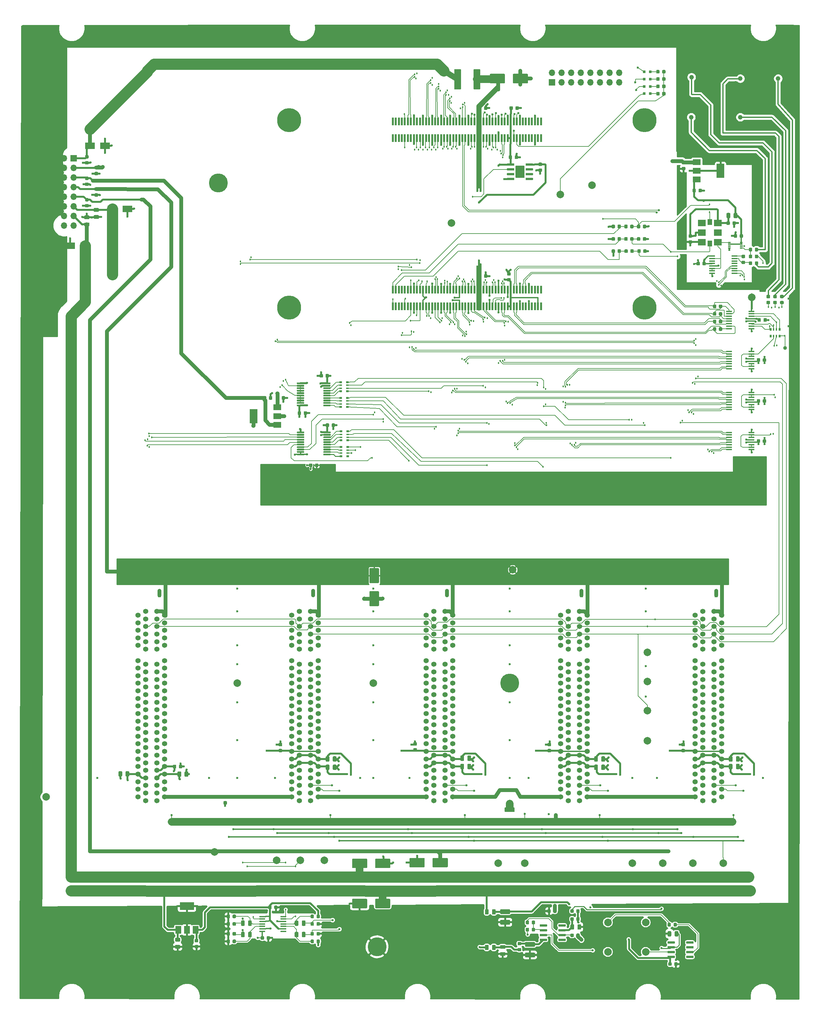
<source format=gbr>
G04 #@! TF.GenerationSoftware,KiCad,Pcbnew,(5.1.5)-3*
G04 #@! TF.CreationDate,2020-07-24T15:48:23-04:00*
G04 #@! TF.ProjectId,main_board,6d61696e-5f62-46f6-9172-642e6b696361,rev?*
G04 #@! TF.SameCoordinates,Original*
G04 #@! TF.FileFunction,Copper,L1,Top*
G04 #@! TF.FilePolarity,Positive*
%FSLAX46Y46*%
G04 Gerber Fmt 4.6, Leading zero omitted, Abs format (unit mm)*
G04 Created by KiCad (PCBNEW (5.1.5)-3) date 2020-07-24 15:48:23*
%MOMM*%
%LPD*%
G04 APERTURE LIST*
%ADD10C,0.100000*%
%ADD11R,0.800000X0.750000*%
%ADD12R,1.600000X0.350000*%
%ADD13C,6.400000*%
%ADD14C,2.000000*%
%ADD15C,6.350000*%
%ADD16R,0.500000X2.000000*%
%ADD17O,1.700000X1.700000*%
%ADD18R,1.700000X1.700000*%
%ADD19C,1.000000*%
%ADD20C,5.000000*%
%ADD21C,1.240000*%
%ADD22R,0.800000X0.500000*%
%ADD23R,0.800000X0.400000*%
%ADD24C,1.362000*%
%ADD25R,3.800000X2.000000*%
%ADD26R,1.500000X2.000000*%
%ADD27C,0.500000*%
%ADD28R,1.500000X0.450000*%
%ADD29R,2.000000X3.800000*%
%ADD30R,2.000000X1.500000*%
%ADD31R,0.500000X0.800000*%
%ADD32R,0.400000X0.800000*%
%ADD33R,2.500000X1.800000*%
%ADD34R,2.150000X1.700000*%
%ADD35R,1.300000X1.545000*%
%ADD36R,0.800000X0.300000*%
%ADD37C,0.457200*%
%ADD38C,0.600000*%
%ADD39C,0.200000*%
%ADD40C,0.300000*%
%ADD41C,1.000000*%
%ADD42C,0.500000*%
%ADD43C,2.000000*%
%ADD44C,0.150000*%
%ADD45C,3.000000*%
%ADD46C,0.175000*%
%ADD47C,1.500000*%
%ADD48C,0.250000*%
%ADD49C,0.254000*%
G04 APERTURE END LIST*
G04 #@! TA.AperFunction,SMDPad,CuDef*
D10*
G36*
X93852691Y-270826053D02*
G01*
X93873926Y-270829203D01*
X93894750Y-270834419D01*
X93914962Y-270841651D01*
X93934368Y-270850830D01*
X93952781Y-270861866D01*
X93970024Y-270874654D01*
X93985930Y-270889070D01*
X94000346Y-270904976D01*
X94013134Y-270922219D01*
X94024170Y-270940632D01*
X94033349Y-270960038D01*
X94040581Y-270980250D01*
X94045797Y-271001074D01*
X94048947Y-271022309D01*
X94050000Y-271043750D01*
X94050000Y-271556250D01*
X94048947Y-271577691D01*
X94045797Y-271598926D01*
X94040581Y-271619750D01*
X94033349Y-271639962D01*
X94024170Y-271659368D01*
X94013134Y-271677781D01*
X94000346Y-271695024D01*
X93985930Y-271710930D01*
X93970024Y-271725346D01*
X93952781Y-271738134D01*
X93934368Y-271749170D01*
X93914962Y-271758349D01*
X93894750Y-271765581D01*
X93873926Y-271770797D01*
X93852691Y-271773947D01*
X93831250Y-271775000D01*
X93393750Y-271775000D01*
X93372309Y-271773947D01*
X93351074Y-271770797D01*
X93330250Y-271765581D01*
X93310038Y-271758349D01*
X93290632Y-271749170D01*
X93272219Y-271738134D01*
X93254976Y-271725346D01*
X93239070Y-271710930D01*
X93224654Y-271695024D01*
X93211866Y-271677781D01*
X93200830Y-271659368D01*
X93191651Y-271639962D01*
X93184419Y-271619750D01*
X93179203Y-271598926D01*
X93176053Y-271577691D01*
X93175000Y-271556250D01*
X93175000Y-271043750D01*
X93176053Y-271022309D01*
X93179203Y-271001074D01*
X93184419Y-270980250D01*
X93191651Y-270960038D01*
X93200830Y-270940632D01*
X93211866Y-270922219D01*
X93224654Y-270904976D01*
X93239070Y-270889070D01*
X93254976Y-270874654D01*
X93272219Y-270861866D01*
X93290632Y-270850830D01*
X93310038Y-270841651D01*
X93330250Y-270834419D01*
X93351074Y-270829203D01*
X93372309Y-270826053D01*
X93393750Y-270825000D01*
X93831250Y-270825000D01*
X93852691Y-270826053D01*
G37*
G04 #@! TD.AperFunction*
G04 #@! TA.AperFunction,SMDPad,CuDef*
G36*
X95427691Y-270826053D02*
G01*
X95448926Y-270829203D01*
X95469750Y-270834419D01*
X95489962Y-270841651D01*
X95509368Y-270850830D01*
X95527781Y-270861866D01*
X95545024Y-270874654D01*
X95560930Y-270889070D01*
X95575346Y-270904976D01*
X95588134Y-270922219D01*
X95599170Y-270940632D01*
X95608349Y-270960038D01*
X95615581Y-270980250D01*
X95620797Y-271001074D01*
X95623947Y-271022309D01*
X95625000Y-271043750D01*
X95625000Y-271556250D01*
X95623947Y-271577691D01*
X95620797Y-271598926D01*
X95615581Y-271619750D01*
X95608349Y-271639962D01*
X95599170Y-271659368D01*
X95588134Y-271677781D01*
X95575346Y-271695024D01*
X95560930Y-271710930D01*
X95545024Y-271725346D01*
X95527781Y-271738134D01*
X95509368Y-271749170D01*
X95489962Y-271758349D01*
X95469750Y-271765581D01*
X95448926Y-271770797D01*
X95427691Y-271773947D01*
X95406250Y-271775000D01*
X94968750Y-271775000D01*
X94947309Y-271773947D01*
X94926074Y-271770797D01*
X94905250Y-271765581D01*
X94885038Y-271758349D01*
X94865632Y-271749170D01*
X94847219Y-271738134D01*
X94829976Y-271725346D01*
X94814070Y-271710930D01*
X94799654Y-271695024D01*
X94786866Y-271677781D01*
X94775830Y-271659368D01*
X94766651Y-271639962D01*
X94759419Y-271619750D01*
X94754203Y-271598926D01*
X94751053Y-271577691D01*
X94750000Y-271556250D01*
X94750000Y-271043750D01*
X94751053Y-271022309D01*
X94754203Y-271001074D01*
X94759419Y-270980250D01*
X94766651Y-270960038D01*
X94775830Y-270940632D01*
X94786866Y-270922219D01*
X94799654Y-270904976D01*
X94814070Y-270889070D01*
X94829976Y-270874654D01*
X94847219Y-270861866D01*
X94865632Y-270850830D01*
X94885038Y-270841651D01*
X94905250Y-270834419D01*
X94926074Y-270829203D01*
X94947309Y-270826053D01*
X94968750Y-270825000D01*
X95406250Y-270825000D01*
X95427691Y-270826053D01*
G37*
G04 #@! TD.AperFunction*
D11*
X194600000Y-48200000D03*
X196200000Y-48200000D03*
X194600000Y-46266666D03*
X196200000Y-46266666D03*
X194600000Y-44333333D03*
X196200000Y-44333333D03*
X194600000Y-42400000D03*
X196200000Y-42400000D03*
D12*
X93600000Y-269550000D03*
X99200000Y-269550000D03*
X93600000Y-268900000D03*
X99200000Y-268900000D03*
X93600000Y-268250000D03*
X99200000Y-268250000D03*
X93600000Y-267600000D03*
X99200000Y-267600000D03*
X93600000Y-266950000D03*
X99200000Y-266950000D03*
X93600000Y-266300000D03*
X99200000Y-266300000D03*
X93600000Y-265650000D03*
X99200000Y-265650000D03*
D13*
X36710000Y-104765000D03*
X36710000Y-55235000D03*
D14*
X195400000Y-219200000D03*
X180800000Y-72400000D03*
X123000000Y-204000000D03*
X87000000Y-204000000D03*
X215500000Y-251500000D03*
X199500000Y-251500000D03*
X207500000Y-251500000D03*
X191500000Y-251500000D03*
D15*
X100710000Y-104765000D03*
X194690000Y-55235000D03*
X100710000Y-55235000D03*
X194690000Y-104765000D03*
D16*
X160100000Y-55575000D03*
X159300000Y-59975000D03*
X152900000Y-55575000D03*
X152100000Y-55575000D03*
X156900000Y-59975000D03*
X163300000Y-55575000D03*
X154500000Y-55575000D03*
X164100000Y-55575000D03*
X162500000Y-55575000D03*
X153700000Y-55575000D03*
X155300000Y-55575000D03*
X152900000Y-59975000D03*
X161700000Y-55575000D03*
X148900000Y-59975000D03*
X161700000Y-59975000D03*
X157700000Y-59975000D03*
X164900000Y-55575000D03*
X166500000Y-59975000D03*
X151300000Y-59975000D03*
X156900000Y-55575000D03*
X156100000Y-55575000D03*
X154500000Y-59975000D03*
X153700000Y-59975000D03*
X152100000Y-59975000D03*
X160900000Y-55575000D03*
X158500000Y-59975000D03*
X149700000Y-55575000D03*
X166500000Y-55575000D03*
X164100000Y-59975000D03*
X160900000Y-59975000D03*
X157700000Y-55575000D03*
X162500000Y-59975000D03*
X148900000Y-55575000D03*
X160100000Y-59975000D03*
X167300000Y-59975000D03*
X167300000Y-55575000D03*
X159300000Y-55575000D03*
X155300000Y-59975000D03*
X151300000Y-55575000D03*
X163300000Y-59975000D03*
X156100000Y-59975000D03*
X165700000Y-59975000D03*
X165700000Y-55575000D03*
X164900000Y-59975000D03*
X150500000Y-59975000D03*
X150500000Y-55575000D03*
X149700000Y-59975000D03*
X158500000Y-55575000D03*
X137700000Y-55575000D03*
X133700000Y-55575000D03*
X146500000Y-59975000D03*
X145700000Y-59975000D03*
X147300000Y-55575000D03*
X140100000Y-55575000D03*
X128900000Y-55575000D03*
X146500000Y-55575000D03*
X131300000Y-55575000D03*
X145700000Y-55575000D03*
X128900000Y-59975000D03*
X143300000Y-55575000D03*
X140900000Y-55575000D03*
X135300000Y-59975000D03*
X139300000Y-55575000D03*
X138500000Y-59975000D03*
X138500000Y-55575000D03*
X135300000Y-55575000D03*
X131300000Y-59975000D03*
X133700000Y-59975000D03*
X132100000Y-59975000D03*
X143300000Y-59975000D03*
X130500000Y-55575000D03*
X136100000Y-59975000D03*
X132900000Y-55575000D03*
X128100000Y-55575000D03*
X128100000Y-59975000D03*
X148100000Y-59975000D03*
X148100000Y-55575000D03*
X144900000Y-59975000D03*
X144900000Y-55575000D03*
X136900000Y-55575000D03*
X141700000Y-55575000D03*
X132100000Y-55575000D03*
X142500000Y-59975000D03*
X144100000Y-59975000D03*
X142500000Y-55575000D03*
X134500000Y-55575000D03*
X130500000Y-59975000D03*
X141700000Y-59975000D03*
X140100000Y-59975000D03*
X129700000Y-59975000D03*
X140900000Y-59975000D03*
X137700000Y-59975000D03*
X132900000Y-59975000D03*
X134500000Y-59975000D03*
X139300000Y-59975000D03*
X136900000Y-59975000D03*
X136100000Y-55575000D03*
X144100000Y-55575000D03*
X129700000Y-55575000D03*
X147300000Y-59975000D03*
X167300000Y-104425000D03*
X167300000Y-100025000D03*
X166500000Y-104425000D03*
X166500000Y-100025000D03*
X165700000Y-104425000D03*
X165700000Y-100025000D03*
X164900000Y-104425000D03*
X164900000Y-100025000D03*
X164100000Y-104425000D03*
X164100000Y-100025000D03*
X163300000Y-104425000D03*
X163300000Y-100025000D03*
X162500000Y-104425000D03*
X162500000Y-100025000D03*
X161700000Y-104425000D03*
X161700000Y-100025000D03*
X160900000Y-104425000D03*
X160900000Y-100025000D03*
X160100000Y-104425000D03*
X160100000Y-100025000D03*
X159300000Y-104425000D03*
X159300000Y-100025000D03*
X158500000Y-104425000D03*
X158500000Y-100025000D03*
X157700000Y-104425000D03*
X157700000Y-100025000D03*
X156900000Y-104425000D03*
X156900000Y-100025000D03*
X156100000Y-104425000D03*
X156100000Y-100025000D03*
X155300000Y-104425000D03*
X155300000Y-100025000D03*
X154500000Y-104425000D03*
X154500000Y-100025000D03*
X153700000Y-104425000D03*
X153700000Y-100025000D03*
X152900000Y-104425000D03*
X152900000Y-100025000D03*
X152100000Y-104425000D03*
X152100000Y-100025000D03*
X151300000Y-104425000D03*
X151300000Y-100025000D03*
X150500000Y-104425000D03*
X150500000Y-100025000D03*
X149700000Y-104425000D03*
X149700000Y-100025000D03*
X148900000Y-104425000D03*
X148900000Y-100025000D03*
X148100000Y-104425000D03*
X148100000Y-100025000D03*
X147300000Y-104425000D03*
X147300000Y-100025000D03*
X146500000Y-104425000D03*
X146500000Y-100025000D03*
X145700000Y-104425000D03*
X145700000Y-100025000D03*
X144900000Y-104425000D03*
X144900000Y-100025000D03*
X144100000Y-104425000D03*
X144100000Y-100025000D03*
X143300000Y-104425000D03*
X143300000Y-100025000D03*
X142500000Y-104425000D03*
X142500000Y-100025000D03*
X141700000Y-104425000D03*
X141700000Y-100025000D03*
X140900000Y-104425000D03*
X140900000Y-100025000D03*
X140100000Y-104425000D03*
X140100000Y-100025000D03*
X139300000Y-104425000D03*
X139300000Y-100025000D03*
X138500000Y-104425000D03*
X138500000Y-100025000D03*
X137700000Y-104425000D03*
X137700000Y-100025000D03*
X136900000Y-104425000D03*
X136900000Y-100025000D03*
X136100000Y-104425000D03*
X136100000Y-100025000D03*
X135300000Y-104425000D03*
X135300000Y-100025000D03*
X134500000Y-104425000D03*
X134500000Y-100025000D03*
X133700000Y-104425000D03*
X133700000Y-100025000D03*
X132900000Y-104425000D03*
X132900000Y-100025000D03*
X132100000Y-104425000D03*
X132100000Y-100025000D03*
X131300000Y-104425000D03*
X131300000Y-100025000D03*
X130500000Y-104425000D03*
X130500000Y-100025000D03*
X129700000Y-104425000D03*
X129700000Y-100025000D03*
X128900000Y-104425000D03*
X128900000Y-100025000D03*
X128100000Y-104425000D03*
X128100000Y-100025000D03*
G04 #@! TA.AperFunction,SMDPad,CuDef*
D10*
G36*
X200027691Y-47726053D02*
G01*
X200048926Y-47729203D01*
X200069750Y-47734419D01*
X200089962Y-47741651D01*
X200109368Y-47750830D01*
X200127781Y-47761866D01*
X200145024Y-47774654D01*
X200160930Y-47789070D01*
X200175346Y-47804976D01*
X200188134Y-47822219D01*
X200199170Y-47840632D01*
X200208349Y-47860038D01*
X200215581Y-47880250D01*
X200220797Y-47901074D01*
X200223947Y-47922309D01*
X200225000Y-47943750D01*
X200225000Y-48456250D01*
X200223947Y-48477691D01*
X200220797Y-48498926D01*
X200215581Y-48519750D01*
X200208349Y-48539962D01*
X200199170Y-48559368D01*
X200188134Y-48577781D01*
X200175346Y-48595024D01*
X200160930Y-48610930D01*
X200145024Y-48625346D01*
X200127781Y-48638134D01*
X200109368Y-48649170D01*
X200089962Y-48658349D01*
X200069750Y-48665581D01*
X200048926Y-48670797D01*
X200027691Y-48673947D01*
X200006250Y-48675000D01*
X199568750Y-48675000D01*
X199547309Y-48673947D01*
X199526074Y-48670797D01*
X199505250Y-48665581D01*
X199485038Y-48658349D01*
X199465632Y-48649170D01*
X199447219Y-48638134D01*
X199429976Y-48625346D01*
X199414070Y-48610930D01*
X199399654Y-48595024D01*
X199386866Y-48577781D01*
X199375830Y-48559368D01*
X199366651Y-48539962D01*
X199359419Y-48519750D01*
X199354203Y-48498926D01*
X199351053Y-48477691D01*
X199350000Y-48456250D01*
X199350000Y-47943750D01*
X199351053Y-47922309D01*
X199354203Y-47901074D01*
X199359419Y-47880250D01*
X199366651Y-47860038D01*
X199375830Y-47840632D01*
X199386866Y-47822219D01*
X199399654Y-47804976D01*
X199414070Y-47789070D01*
X199429976Y-47774654D01*
X199447219Y-47761866D01*
X199465632Y-47750830D01*
X199485038Y-47741651D01*
X199505250Y-47734419D01*
X199526074Y-47729203D01*
X199547309Y-47726053D01*
X199568750Y-47725000D01*
X200006250Y-47725000D01*
X200027691Y-47726053D01*
G37*
G04 #@! TD.AperFunction*
G04 #@! TA.AperFunction,SMDPad,CuDef*
G36*
X198452691Y-47726053D02*
G01*
X198473926Y-47729203D01*
X198494750Y-47734419D01*
X198514962Y-47741651D01*
X198534368Y-47750830D01*
X198552781Y-47761866D01*
X198570024Y-47774654D01*
X198585930Y-47789070D01*
X198600346Y-47804976D01*
X198613134Y-47822219D01*
X198624170Y-47840632D01*
X198633349Y-47860038D01*
X198640581Y-47880250D01*
X198645797Y-47901074D01*
X198648947Y-47922309D01*
X198650000Y-47943750D01*
X198650000Y-48456250D01*
X198648947Y-48477691D01*
X198645797Y-48498926D01*
X198640581Y-48519750D01*
X198633349Y-48539962D01*
X198624170Y-48559368D01*
X198613134Y-48577781D01*
X198600346Y-48595024D01*
X198585930Y-48610930D01*
X198570024Y-48625346D01*
X198552781Y-48638134D01*
X198534368Y-48649170D01*
X198514962Y-48658349D01*
X198494750Y-48665581D01*
X198473926Y-48670797D01*
X198452691Y-48673947D01*
X198431250Y-48675000D01*
X197993750Y-48675000D01*
X197972309Y-48673947D01*
X197951074Y-48670797D01*
X197930250Y-48665581D01*
X197910038Y-48658349D01*
X197890632Y-48649170D01*
X197872219Y-48638134D01*
X197854976Y-48625346D01*
X197839070Y-48610930D01*
X197824654Y-48595024D01*
X197811866Y-48577781D01*
X197800830Y-48559368D01*
X197791651Y-48539962D01*
X197784419Y-48519750D01*
X197779203Y-48498926D01*
X197776053Y-48477691D01*
X197775000Y-48456250D01*
X197775000Y-47943750D01*
X197776053Y-47922309D01*
X197779203Y-47901074D01*
X197784419Y-47880250D01*
X197791651Y-47860038D01*
X197800830Y-47840632D01*
X197811866Y-47822219D01*
X197824654Y-47804976D01*
X197839070Y-47789070D01*
X197854976Y-47774654D01*
X197872219Y-47761866D01*
X197890632Y-47750830D01*
X197910038Y-47741651D01*
X197930250Y-47734419D01*
X197951074Y-47729203D01*
X197972309Y-47726053D01*
X197993750Y-47725000D01*
X198431250Y-47725000D01*
X198452691Y-47726053D01*
G37*
G04 #@! TD.AperFunction*
G04 #@! TA.AperFunction,SMDPad,CuDef*
G36*
X200027691Y-45792719D02*
G01*
X200048926Y-45795869D01*
X200069750Y-45801085D01*
X200089962Y-45808317D01*
X200109368Y-45817496D01*
X200127781Y-45828532D01*
X200145024Y-45841320D01*
X200160930Y-45855736D01*
X200175346Y-45871642D01*
X200188134Y-45888885D01*
X200199170Y-45907298D01*
X200208349Y-45926704D01*
X200215581Y-45946916D01*
X200220797Y-45967740D01*
X200223947Y-45988975D01*
X200225000Y-46010416D01*
X200225000Y-46522916D01*
X200223947Y-46544357D01*
X200220797Y-46565592D01*
X200215581Y-46586416D01*
X200208349Y-46606628D01*
X200199170Y-46626034D01*
X200188134Y-46644447D01*
X200175346Y-46661690D01*
X200160930Y-46677596D01*
X200145024Y-46692012D01*
X200127781Y-46704800D01*
X200109368Y-46715836D01*
X200089962Y-46725015D01*
X200069750Y-46732247D01*
X200048926Y-46737463D01*
X200027691Y-46740613D01*
X200006250Y-46741666D01*
X199568750Y-46741666D01*
X199547309Y-46740613D01*
X199526074Y-46737463D01*
X199505250Y-46732247D01*
X199485038Y-46725015D01*
X199465632Y-46715836D01*
X199447219Y-46704800D01*
X199429976Y-46692012D01*
X199414070Y-46677596D01*
X199399654Y-46661690D01*
X199386866Y-46644447D01*
X199375830Y-46626034D01*
X199366651Y-46606628D01*
X199359419Y-46586416D01*
X199354203Y-46565592D01*
X199351053Y-46544357D01*
X199350000Y-46522916D01*
X199350000Y-46010416D01*
X199351053Y-45988975D01*
X199354203Y-45967740D01*
X199359419Y-45946916D01*
X199366651Y-45926704D01*
X199375830Y-45907298D01*
X199386866Y-45888885D01*
X199399654Y-45871642D01*
X199414070Y-45855736D01*
X199429976Y-45841320D01*
X199447219Y-45828532D01*
X199465632Y-45817496D01*
X199485038Y-45808317D01*
X199505250Y-45801085D01*
X199526074Y-45795869D01*
X199547309Y-45792719D01*
X199568750Y-45791666D01*
X200006250Y-45791666D01*
X200027691Y-45792719D01*
G37*
G04 #@! TD.AperFunction*
G04 #@! TA.AperFunction,SMDPad,CuDef*
G36*
X198452691Y-45792719D02*
G01*
X198473926Y-45795869D01*
X198494750Y-45801085D01*
X198514962Y-45808317D01*
X198534368Y-45817496D01*
X198552781Y-45828532D01*
X198570024Y-45841320D01*
X198585930Y-45855736D01*
X198600346Y-45871642D01*
X198613134Y-45888885D01*
X198624170Y-45907298D01*
X198633349Y-45926704D01*
X198640581Y-45946916D01*
X198645797Y-45967740D01*
X198648947Y-45988975D01*
X198650000Y-46010416D01*
X198650000Y-46522916D01*
X198648947Y-46544357D01*
X198645797Y-46565592D01*
X198640581Y-46586416D01*
X198633349Y-46606628D01*
X198624170Y-46626034D01*
X198613134Y-46644447D01*
X198600346Y-46661690D01*
X198585930Y-46677596D01*
X198570024Y-46692012D01*
X198552781Y-46704800D01*
X198534368Y-46715836D01*
X198514962Y-46725015D01*
X198494750Y-46732247D01*
X198473926Y-46737463D01*
X198452691Y-46740613D01*
X198431250Y-46741666D01*
X197993750Y-46741666D01*
X197972309Y-46740613D01*
X197951074Y-46737463D01*
X197930250Y-46732247D01*
X197910038Y-46725015D01*
X197890632Y-46715836D01*
X197872219Y-46704800D01*
X197854976Y-46692012D01*
X197839070Y-46677596D01*
X197824654Y-46661690D01*
X197811866Y-46644447D01*
X197800830Y-46626034D01*
X197791651Y-46606628D01*
X197784419Y-46586416D01*
X197779203Y-46565592D01*
X197776053Y-46544357D01*
X197775000Y-46522916D01*
X197775000Y-46010416D01*
X197776053Y-45988975D01*
X197779203Y-45967740D01*
X197784419Y-45946916D01*
X197791651Y-45926704D01*
X197800830Y-45907298D01*
X197811866Y-45888885D01*
X197824654Y-45871642D01*
X197839070Y-45855736D01*
X197854976Y-45841320D01*
X197872219Y-45828532D01*
X197890632Y-45817496D01*
X197910038Y-45808317D01*
X197930250Y-45801085D01*
X197951074Y-45795869D01*
X197972309Y-45792719D01*
X197993750Y-45791666D01*
X198431250Y-45791666D01*
X198452691Y-45792719D01*
G37*
G04 #@! TD.AperFunction*
G04 #@! TA.AperFunction,SMDPad,CuDef*
G36*
X200027691Y-43859386D02*
G01*
X200048926Y-43862536D01*
X200069750Y-43867752D01*
X200089962Y-43874984D01*
X200109368Y-43884163D01*
X200127781Y-43895199D01*
X200145024Y-43907987D01*
X200160930Y-43922403D01*
X200175346Y-43938309D01*
X200188134Y-43955552D01*
X200199170Y-43973965D01*
X200208349Y-43993371D01*
X200215581Y-44013583D01*
X200220797Y-44034407D01*
X200223947Y-44055642D01*
X200225000Y-44077083D01*
X200225000Y-44589583D01*
X200223947Y-44611024D01*
X200220797Y-44632259D01*
X200215581Y-44653083D01*
X200208349Y-44673295D01*
X200199170Y-44692701D01*
X200188134Y-44711114D01*
X200175346Y-44728357D01*
X200160930Y-44744263D01*
X200145024Y-44758679D01*
X200127781Y-44771467D01*
X200109368Y-44782503D01*
X200089962Y-44791682D01*
X200069750Y-44798914D01*
X200048926Y-44804130D01*
X200027691Y-44807280D01*
X200006250Y-44808333D01*
X199568750Y-44808333D01*
X199547309Y-44807280D01*
X199526074Y-44804130D01*
X199505250Y-44798914D01*
X199485038Y-44791682D01*
X199465632Y-44782503D01*
X199447219Y-44771467D01*
X199429976Y-44758679D01*
X199414070Y-44744263D01*
X199399654Y-44728357D01*
X199386866Y-44711114D01*
X199375830Y-44692701D01*
X199366651Y-44673295D01*
X199359419Y-44653083D01*
X199354203Y-44632259D01*
X199351053Y-44611024D01*
X199350000Y-44589583D01*
X199350000Y-44077083D01*
X199351053Y-44055642D01*
X199354203Y-44034407D01*
X199359419Y-44013583D01*
X199366651Y-43993371D01*
X199375830Y-43973965D01*
X199386866Y-43955552D01*
X199399654Y-43938309D01*
X199414070Y-43922403D01*
X199429976Y-43907987D01*
X199447219Y-43895199D01*
X199465632Y-43884163D01*
X199485038Y-43874984D01*
X199505250Y-43867752D01*
X199526074Y-43862536D01*
X199547309Y-43859386D01*
X199568750Y-43858333D01*
X200006250Y-43858333D01*
X200027691Y-43859386D01*
G37*
G04 #@! TD.AperFunction*
G04 #@! TA.AperFunction,SMDPad,CuDef*
G36*
X198452691Y-43859386D02*
G01*
X198473926Y-43862536D01*
X198494750Y-43867752D01*
X198514962Y-43874984D01*
X198534368Y-43884163D01*
X198552781Y-43895199D01*
X198570024Y-43907987D01*
X198585930Y-43922403D01*
X198600346Y-43938309D01*
X198613134Y-43955552D01*
X198624170Y-43973965D01*
X198633349Y-43993371D01*
X198640581Y-44013583D01*
X198645797Y-44034407D01*
X198648947Y-44055642D01*
X198650000Y-44077083D01*
X198650000Y-44589583D01*
X198648947Y-44611024D01*
X198645797Y-44632259D01*
X198640581Y-44653083D01*
X198633349Y-44673295D01*
X198624170Y-44692701D01*
X198613134Y-44711114D01*
X198600346Y-44728357D01*
X198585930Y-44744263D01*
X198570024Y-44758679D01*
X198552781Y-44771467D01*
X198534368Y-44782503D01*
X198514962Y-44791682D01*
X198494750Y-44798914D01*
X198473926Y-44804130D01*
X198452691Y-44807280D01*
X198431250Y-44808333D01*
X197993750Y-44808333D01*
X197972309Y-44807280D01*
X197951074Y-44804130D01*
X197930250Y-44798914D01*
X197910038Y-44791682D01*
X197890632Y-44782503D01*
X197872219Y-44771467D01*
X197854976Y-44758679D01*
X197839070Y-44744263D01*
X197824654Y-44728357D01*
X197811866Y-44711114D01*
X197800830Y-44692701D01*
X197791651Y-44673295D01*
X197784419Y-44653083D01*
X197779203Y-44632259D01*
X197776053Y-44611024D01*
X197775000Y-44589583D01*
X197775000Y-44077083D01*
X197776053Y-44055642D01*
X197779203Y-44034407D01*
X197784419Y-44013583D01*
X197791651Y-43993371D01*
X197800830Y-43973965D01*
X197811866Y-43955552D01*
X197824654Y-43938309D01*
X197839070Y-43922403D01*
X197854976Y-43907987D01*
X197872219Y-43895199D01*
X197890632Y-43884163D01*
X197910038Y-43874984D01*
X197930250Y-43867752D01*
X197951074Y-43862536D01*
X197972309Y-43859386D01*
X197993750Y-43858333D01*
X198431250Y-43858333D01*
X198452691Y-43859386D01*
G37*
G04 #@! TD.AperFunction*
G04 #@! TA.AperFunction,SMDPad,CuDef*
G36*
X200027691Y-41926053D02*
G01*
X200048926Y-41929203D01*
X200069750Y-41934419D01*
X200089962Y-41941651D01*
X200109368Y-41950830D01*
X200127781Y-41961866D01*
X200145024Y-41974654D01*
X200160930Y-41989070D01*
X200175346Y-42004976D01*
X200188134Y-42022219D01*
X200199170Y-42040632D01*
X200208349Y-42060038D01*
X200215581Y-42080250D01*
X200220797Y-42101074D01*
X200223947Y-42122309D01*
X200225000Y-42143750D01*
X200225000Y-42656250D01*
X200223947Y-42677691D01*
X200220797Y-42698926D01*
X200215581Y-42719750D01*
X200208349Y-42739962D01*
X200199170Y-42759368D01*
X200188134Y-42777781D01*
X200175346Y-42795024D01*
X200160930Y-42810930D01*
X200145024Y-42825346D01*
X200127781Y-42838134D01*
X200109368Y-42849170D01*
X200089962Y-42858349D01*
X200069750Y-42865581D01*
X200048926Y-42870797D01*
X200027691Y-42873947D01*
X200006250Y-42875000D01*
X199568750Y-42875000D01*
X199547309Y-42873947D01*
X199526074Y-42870797D01*
X199505250Y-42865581D01*
X199485038Y-42858349D01*
X199465632Y-42849170D01*
X199447219Y-42838134D01*
X199429976Y-42825346D01*
X199414070Y-42810930D01*
X199399654Y-42795024D01*
X199386866Y-42777781D01*
X199375830Y-42759368D01*
X199366651Y-42739962D01*
X199359419Y-42719750D01*
X199354203Y-42698926D01*
X199351053Y-42677691D01*
X199350000Y-42656250D01*
X199350000Y-42143750D01*
X199351053Y-42122309D01*
X199354203Y-42101074D01*
X199359419Y-42080250D01*
X199366651Y-42060038D01*
X199375830Y-42040632D01*
X199386866Y-42022219D01*
X199399654Y-42004976D01*
X199414070Y-41989070D01*
X199429976Y-41974654D01*
X199447219Y-41961866D01*
X199465632Y-41950830D01*
X199485038Y-41941651D01*
X199505250Y-41934419D01*
X199526074Y-41929203D01*
X199547309Y-41926053D01*
X199568750Y-41925000D01*
X200006250Y-41925000D01*
X200027691Y-41926053D01*
G37*
G04 #@! TD.AperFunction*
G04 #@! TA.AperFunction,SMDPad,CuDef*
G36*
X198452691Y-41926053D02*
G01*
X198473926Y-41929203D01*
X198494750Y-41934419D01*
X198514962Y-41941651D01*
X198534368Y-41950830D01*
X198552781Y-41961866D01*
X198570024Y-41974654D01*
X198585930Y-41989070D01*
X198600346Y-42004976D01*
X198613134Y-42022219D01*
X198624170Y-42040632D01*
X198633349Y-42060038D01*
X198640581Y-42080250D01*
X198645797Y-42101074D01*
X198648947Y-42122309D01*
X198650000Y-42143750D01*
X198650000Y-42656250D01*
X198648947Y-42677691D01*
X198645797Y-42698926D01*
X198640581Y-42719750D01*
X198633349Y-42739962D01*
X198624170Y-42759368D01*
X198613134Y-42777781D01*
X198600346Y-42795024D01*
X198585930Y-42810930D01*
X198570024Y-42825346D01*
X198552781Y-42838134D01*
X198534368Y-42849170D01*
X198514962Y-42858349D01*
X198494750Y-42865581D01*
X198473926Y-42870797D01*
X198452691Y-42873947D01*
X198431250Y-42875000D01*
X197993750Y-42875000D01*
X197972309Y-42873947D01*
X197951074Y-42870797D01*
X197930250Y-42865581D01*
X197910038Y-42858349D01*
X197890632Y-42849170D01*
X197872219Y-42838134D01*
X197854976Y-42825346D01*
X197839070Y-42810930D01*
X197824654Y-42795024D01*
X197811866Y-42777781D01*
X197800830Y-42759368D01*
X197791651Y-42739962D01*
X197784419Y-42719750D01*
X197779203Y-42698926D01*
X197776053Y-42677691D01*
X197775000Y-42656250D01*
X197775000Y-42143750D01*
X197776053Y-42122309D01*
X197779203Y-42101074D01*
X197784419Y-42080250D01*
X197791651Y-42060038D01*
X197800830Y-42040632D01*
X197811866Y-42022219D01*
X197824654Y-42004976D01*
X197839070Y-41989070D01*
X197854976Y-41974654D01*
X197872219Y-41961866D01*
X197890632Y-41950830D01*
X197910038Y-41941651D01*
X197930250Y-41934419D01*
X197951074Y-41929203D01*
X197972309Y-41926053D01*
X197993750Y-41925000D01*
X198431250Y-41925000D01*
X198452691Y-41926053D01*
G37*
G04 #@! TD.AperFunction*
D17*
X187980000Y-42660000D03*
X187980000Y-45200000D03*
X185440000Y-42660000D03*
X185440000Y-45200000D03*
X182900000Y-42660000D03*
X182900000Y-45200000D03*
X180360000Y-42660000D03*
X180360000Y-45200000D03*
X177820000Y-42660000D03*
X177820000Y-45200000D03*
X175280000Y-42660000D03*
X175280000Y-45200000D03*
X172740000Y-42660000D03*
X172740000Y-45200000D03*
X170200000Y-42660000D03*
D18*
X170200000Y-45200000D03*
D19*
X231825000Y-115400000D03*
D14*
X143600000Y-82400000D03*
X110000000Y-250800000D03*
X103700000Y-250800000D03*
X97400000Y-250800000D03*
X223000000Y-102000000D03*
X81000000Y-248600000D03*
X159800000Y-174000000D03*
D20*
X81950000Y-71800000D03*
X123950000Y-273650000D03*
X159000000Y-204000000D03*
D14*
X81000000Y-259000000D03*
X36400000Y-234000000D03*
X81000000Y-255400000D03*
X195400000Y-211200000D03*
X195400000Y-203500000D03*
X195400000Y-195800000D03*
X172400000Y-74800000D03*
X163000000Y-251500000D03*
X156000000Y-251500000D03*
G04 #@! TA.AperFunction,SMDPad,CuDef*
D10*
G36*
X221077691Y-92351053D02*
G01*
X221098926Y-92354203D01*
X221119750Y-92359419D01*
X221139962Y-92366651D01*
X221159368Y-92375830D01*
X221177781Y-92386866D01*
X221195024Y-92399654D01*
X221210930Y-92414070D01*
X221225346Y-92429976D01*
X221238134Y-92447219D01*
X221249170Y-92465632D01*
X221258349Y-92485038D01*
X221265581Y-92505250D01*
X221270797Y-92526074D01*
X221273947Y-92547309D01*
X221275000Y-92568750D01*
X221275000Y-93006250D01*
X221273947Y-93027691D01*
X221270797Y-93048926D01*
X221265581Y-93069750D01*
X221258349Y-93089962D01*
X221249170Y-93109368D01*
X221238134Y-93127781D01*
X221225346Y-93145024D01*
X221210930Y-93160930D01*
X221195024Y-93175346D01*
X221177781Y-93188134D01*
X221159368Y-93199170D01*
X221139962Y-93208349D01*
X221119750Y-93215581D01*
X221098926Y-93220797D01*
X221077691Y-93223947D01*
X221056250Y-93225000D01*
X220543750Y-93225000D01*
X220522309Y-93223947D01*
X220501074Y-93220797D01*
X220480250Y-93215581D01*
X220460038Y-93208349D01*
X220440632Y-93199170D01*
X220422219Y-93188134D01*
X220404976Y-93175346D01*
X220389070Y-93160930D01*
X220374654Y-93145024D01*
X220361866Y-93127781D01*
X220350830Y-93109368D01*
X220341651Y-93089962D01*
X220334419Y-93069750D01*
X220329203Y-93048926D01*
X220326053Y-93027691D01*
X220325000Y-93006250D01*
X220325000Y-92568750D01*
X220326053Y-92547309D01*
X220329203Y-92526074D01*
X220334419Y-92505250D01*
X220341651Y-92485038D01*
X220350830Y-92465632D01*
X220361866Y-92447219D01*
X220374654Y-92429976D01*
X220389070Y-92414070D01*
X220404976Y-92399654D01*
X220422219Y-92386866D01*
X220440632Y-92375830D01*
X220460038Y-92366651D01*
X220480250Y-92359419D01*
X220501074Y-92354203D01*
X220522309Y-92351053D01*
X220543750Y-92350000D01*
X221056250Y-92350000D01*
X221077691Y-92351053D01*
G37*
G04 #@! TD.AperFunction*
G04 #@! TA.AperFunction,SMDPad,CuDef*
G36*
X221077691Y-90776053D02*
G01*
X221098926Y-90779203D01*
X221119750Y-90784419D01*
X221139962Y-90791651D01*
X221159368Y-90800830D01*
X221177781Y-90811866D01*
X221195024Y-90824654D01*
X221210930Y-90839070D01*
X221225346Y-90854976D01*
X221238134Y-90872219D01*
X221249170Y-90890632D01*
X221258349Y-90910038D01*
X221265581Y-90930250D01*
X221270797Y-90951074D01*
X221273947Y-90972309D01*
X221275000Y-90993750D01*
X221275000Y-91431250D01*
X221273947Y-91452691D01*
X221270797Y-91473926D01*
X221265581Y-91494750D01*
X221258349Y-91514962D01*
X221249170Y-91534368D01*
X221238134Y-91552781D01*
X221225346Y-91570024D01*
X221210930Y-91585930D01*
X221195024Y-91600346D01*
X221177781Y-91613134D01*
X221159368Y-91624170D01*
X221139962Y-91633349D01*
X221119750Y-91640581D01*
X221098926Y-91645797D01*
X221077691Y-91648947D01*
X221056250Y-91650000D01*
X220543750Y-91650000D01*
X220522309Y-91648947D01*
X220501074Y-91645797D01*
X220480250Y-91640581D01*
X220460038Y-91633349D01*
X220440632Y-91624170D01*
X220422219Y-91613134D01*
X220404976Y-91600346D01*
X220389070Y-91585930D01*
X220374654Y-91570024D01*
X220361866Y-91552781D01*
X220350830Y-91534368D01*
X220341651Y-91514962D01*
X220334419Y-91494750D01*
X220329203Y-91473926D01*
X220326053Y-91452691D01*
X220325000Y-91431250D01*
X220325000Y-90993750D01*
X220326053Y-90972309D01*
X220329203Y-90951074D01*
X220334419Y-90930250D01*
X220341651Y-90910038D01*
X220350830Y-90890632D01*
X220361866Y-90872219D01*
X220374654Y-90854976D01*
X220389070Y-90839070D01*
X220404976Y-90824654D01*
X220422219Y-90811866D01*
X220440632Y-90800830D01*
X220460038Y-90791651D01*
X220480250Y-90784419D01*
X220501074Y-90779203D01*
X220522309Y-90776053D01*
X220543750Y-90775000D01*
X221056250Y-90775000D01*
X221077691Y-90776053D01*
G37*
G04 #@! TD.AperFunction*
G04 #@! TA.AperFunction,SMDPad,CuDef*
G36*
X222952691Y-92526053D02*
G01*
X222973926Y-92529203D01*
X222994750Y-92534419D01*
X223014962Y-92541651D01*
X223034368Y-92550830D01*
X223052781Y-92561866D01*
X223070024Y-92574654D01*
X223085930Y-92589070D01*
X223100346Y-92604976D01*
X223113134Y-92622219D01*
X223124170Y-92640632D01*
X223133349Y-92660038D01*
X223140581Y-92680250D01*
X223145797Y-92701074D01*
X223148947Y-92722309D01*
X223150000Y-92743750D01*
X223150000Y-93256250D01*
X223148947Y-93277691D01*
X223145797Y-93298926D01*
X223140581Y-93319750D01*
X223133349Y-93339962D01*
X223124170Y-93359368D01*
X223113134Y-93377781D01*
X223100346Y-93395024D01*
X223085930Y-93410930D01*
X223070024Y-93425346D01*
X223052781Y-93438134D01*
X223034368Y-93449170D01*
X223014962Y-93458349D01*
X222994750Y-93465581D01*
X222973926Y-93470797D01*
X222952691Y-93473947D01*
X222931250Y-93475000D01*
X222493750Y-93475000D01*
X222472309Y-93473947D01*
X222451074Y-93470797D01*
X222430250Y-93465581D01*
X222410038Y-93458349D01*
X222390632Y-93449170D01*
X222372219Y-93438134D01*
X222354976Y-93425346D01*
X222339070Y-93410930D01*
X222324654Y-93395024D01*
X222311866Y-93377781D01*
X222300830Y-93359368D01*
X222291651Y-93339962D01*
X222284419Y-93319750D01*
X222279203Y-93298926D01*
X222276053Y-93277691D01*
X222275000Y-93256250D01*
X222275000Y-92743750D01*
X222276053Y-92722309D01*
X222279203Y-92701074D01*
X222284419Y-92680250D01*
X222291651Y-92660038D01*
X222300830Y-92640632D01*
X222311866Y-92622219D01*
X222324654Y-92604976D01*
X222339070Y-92589070D01*
X222354976Y-92574654D01*
X222372219Y-92561866D01*
X222390632Y-92550830D01*
X222410038Y-92541651D01*
X222430250Y-92534419D01*
X222451074Y-92529203D01*
X222472309Y-92526053D01*
X222493750Y-92525000D01*
X222931250Y-92525000D01*
X222952691Y-92526053D01*
G37*
G04 #@! TD.AperFunction*
G04 #@! TA.AperFunction,SMDPad,CuDef*
G36*
X224527691Y-92526053D02*
G01*
X224548926Y-92529203D01*
X224569750Y-92534419D01*
X224589962Y-92541651D01*
X224609368Y-92550830D01*
X224627781Y-92561866D01*
X224645024Y-92574654D01*
X224660930Y-92589070D01*
X224675346Y-92604976D01*
X224688134Y-92622219D01*
X224699170Y-92640632D01*
X224708349Y-92660038D01*
X224715581Y-92680250D01*
X224720797Y-92701074D01*
X224723947Y-92722309D01*
X224725000Y-92743750D01*
X224725000Y-93256250D01*
X224723947Y-93277691D01*
X224720797Y-93298926D01*
X224715581Y-93319750D01*
X224708349Y-93339962D01*
X224699170Y-93359368D01*
X224688134Y-93377781D01*
X224675346Y-93395024D01*
X224660930Y-93410930D01*
X224645024Y-93425346D01*
X224627781Y-93438134D01*
X224609368Y-93449170D01*
X224589962Y-93458349D01*
X224569750Y-93465581D01*
X224548926Y-93470797D01*
X224527691Y-93473947D01*
X224506250Y-93475000D01*
X224068750Y-93475000D01*
X224047309Y-93473947D01*
X224026074Y-93470797D01*
X224005250Y-93465581D01*
X223985038Y-93458349D01*
X223965632Y-93449170D01*
X223947219Y-93438134D01*
X223929976Y-93425346D01*
X223914070Y-93410930D01*
X223899654Y-93395024D01*
X223886866Y-93377781D01*
X223875830Y-93359368D01*
X223866651Y-93339962D01*
X223859419Y-93319750D01*
X223854203Y-93298926D01*
X223851053Y-93277691D01*
X223850000Y-93256250D01*
X223850000Y-92743750D01*
X223851053Y-92722309D01*
X223854203Y-92701074D01*
X223859419Y-92680250D01*
X223866651Y-92660038D01*
X223875830Y-92640632D01*
X223886866Y-92622219D01*
X223899654Y-92604976D01*
X223914070Y-92589070D01*
X223929976Y-92574654D01*
X223947219Y-92561866D01*
X223965632Y-92550830D01*
X223985038Y-92541651D01*
X224005250Y-92534419D01*
X224026074Y-92529203D01*
X224047309Y-92526053D01*
X224068750Y-92525000D01*
X224506250Y-92525000D01*
X224527691Y-92526053D01*
G37*
G04 #@! TD.AperFunction*
D21*
X205830000Y-45095000D03*
X208370000Y-42555000D03*
X208370000Y-45095000D03*
X205830000Y-42555000D03*
X207100000Y-43825000D03*
G04 #@! TA.AperFunction,SMDPad,CuDef*
D10*
G36*
X203227691Y-277726053D02*
G01*
X203248926Y-277729203D01*
X203269750Y-277734419D01*
X203289962Y-277741651D01*
X203309368Y-277750830D01*
X203327781Y-277761866D01*
X203345024Y-277774654D01*
X203360930Y-277789070D01*
X203375346Y-277804976D01*
X203388134Y-277822219D01*
X203399170Y-277840632D01*
X203408349Y-277860038D01*
X203415581Y-277880250D01*
X203420797Y-277901074D01*
X203423947Y-277922309D01*
X203425000Y-277943750D01*
X203425000Y-278456250D01*
X203423947Y-278477691D01*
X203420797Y-278498926D01*
X203415581Y-278519750D01*
X203408349Y-278539962D01*
X203399170Y-278559368D01*
X203388134Y-278577781D01*
X203375346Y-278595024D01*
X203360930Y-278610930D01*
X203345024Y-278625346D01*
X203327781Y-278638134D01*
X203309368Y-278649170D01*
X203289962Y-278658349D01*
X203269750Y-278665581D01*
X203248926Y-278670797D01*
X203227691Y-278673947D01*
X203206250Y-278675000D01*
X202768750Y-278675000D01*
X202747309Y-278673947D01*
X202726074Y-278670797D01*
X202705250Y-278665581D01*
X202685038Y-278658349D01*
X202665632Y-278649170D01*
X202647219Y-278638134D01*
X202629976Y-278625346D01*
X202614070Y-278610930D01*
X202599654Y-278595024D01*
X202586866Y-278577781D01*
X202575830Y-278559368D01*
X202566651Y-278539962D01*
X202559419Y-278519750D01*
X202554203Y-278498926D01*
X202551053Y-278477691D01*
X202550000Y-278456250D01*
X202550000Y-277943750D01*
X202551053Y-277922309D01*
X202554203Y-277901074D01*
X202559419Y-277880250D01*
X202566651Y-277860038D01*
X202575830Y-277840632D01*
X202586866Y-277822219D01*
X202599654Y-277804976D01*
X202614070Y-277789070D01*
X202629976Y-277774654D01*
X202647219Y-277761866D01*
X202665632Y-277750830D01*
X202685038Y-277741651D01*
X202705250Y-277734419D01*
X202726074Y-277729203D01*
X202747309Y-277726053D01*
X202768750Y-277725000D01*
X203206250Y-277725000D01*
X203227691Y-277726053D01*
G37*
G04 #@! TD.AperFunction*
G04 #@! TA.AperFunction,SMDPad,CuDef*
G36*
X201652691Y-277726053D02*
G01*
X201673926Y-277729203D01*
X201694750Y-277734419D01*
X201714962Y-277741651D01*
X201734368Y-277750830D01*
X201752781Y-277761866D01*
X201770024Y-277774654D01*
X201785930Y-277789070D01*
X201800346Y-277804976D01*
X201813134Y-277822219D01*
X201824170Y-277840632D01*
X201833349Y-277860038D01*
X201840581Y-277880250D01*
X201845797Y-277901074D01*
X201848947Y-277922309D01*
X201850000Y-277943750D01*
X201850000Y-278456250D01*
X201848947Y-278477691D01*
X201845797Y-278498926D01*
X201840581Y-278519750D01*
X201833349Y-278539962D01*
X201824170Y-278559368D01*
X201813134Y-278577781D01*
X201800346Y-278595024D01*
X201785930Y-278610930D01*
X201770024Y-278625346D01*
X201752781Y-278638134D01*
X201734368Y-278649170D01*
X201714962Y-278658349D01*
X201694750Y-278665581D01*
X201673926Y-278670797D01*
X201652691Y-278673947D01*
X201631250Y-278675000D01*
X201193750Y-278675000D01*
X201172309Y-278673947D01*
X201151074Y-278670797D01*
X201130250Y-278665581D01*
X201110038Y-278658349D01*
X201090632Y-278649170D01*
X201072219Y-278638134D01*
X201054976Y-278625346D01*
X201039070Y-278610930D01*
X201024654Y-278595024D01*
X201011866Y-278577781D01*
X201000830Y-278559368D01*
X200991651Y-278539962D01*
X200984419Y-278519750D01*
X200979203Y-278498926D01*
X200976053Y-278477691D01*
X200975000Y-278456250D01*
X200975000Y-277943750D01*
X200976053Y-277922309D01*
X200979203Y-277901074D01*
X200984419Y-277880250D01*
X200991651Y-277860038D01*
X201000830Y-277840632D01*
X201011866Y-277822219D01*
X201024654Y-277804976D01*
X201039070Y-277789070D01*
X201054976Y-277774654D01*
X201072219Y-277761866D01*
X201090632Y-277750830D01*
X201110038Y-277741651D01*
X201130250Y-277734419D01*
X201151074Y-277729203D01*
X201172309Y-277726053D01*
X201193750Y-277725000D01*
X201631250Y-277725000D01*
X201652691Y-277726053D01*
G37*
G04 #@! TD.AperFunction*
G04 #@! TA.AperFunction,SMDPad,CuDef*
G36*
X179840191Y-180326053D02*
G01*
X179861426Y-180329203D01*
X179882250Y-180334419D01*
X179902462Y-180341651D01*
X179921868Y-180350830D01*
X179940281Y-180361866D01*
X179957524Y-180374654D01*
X179973430Y-180389070D01*
X179987846Y-180404976D01*
X180000634Y-180422219D01*
X180011670Y-180440632D01*
X180020849Y-180460038D01*
X180028081Y-180480250D01*
X180033297Y-180501074D01*
X180036447Y-180522309D01*
X180037500Y-180543750D01*
X180037500Y-181056250D01*
X180036447Y-181077691D01*
X180033297Y-181098926D01*
X180028081Y-181119750D01*
X180020849Y-181139962D01*
X180011670Y-181159368D01*
X180000634Y-181177781D01*
X179987846Y-181195024D01*
X179973430Y-181210930D01*
X179957524Y-181225346D01*
X179940281Y-181238134D01*
X179921868Y-181249170D01*
X179902462Y-181258349D01*
X179882250Y-181265581D01*
X179861426Y-181270797D01*
X179840191Y-181273947D01*
X179818750Y-181275000D01*
X179381250Y-181275000D01*
X179359809Y-181273947D01*
X179338574Y-181270797D01*
X179317750Y-181265581D01*
X179297538Y-181258349D01*
X179278132Y-181249170D01*
X179259719Y-181238134D01*
X179242476Y-181225346D01*
X179226570Y-181210930D01*
X179212154Y-181195024D01*
X179199366Y-181177781D01*
X179188330Y-181159368D01*
X179179151Y-181139962D01*
X179171919Y-181119750D01*
X179166703Y-181098926D01*
X179163553Y-181077691D01*
X179162500Y-181056250D01*
X179162500Y-180543750D01*
X179163553Y-180522309D01*
X179166703Y-180501074D01*
X179171919Y-180480250D01*
X179179151Y-180460038D01*
X179188330Y-180440632D01*
X179199366Y-180422219D01*
X179212154Y-180404976D01*
X179226570Y-180389070D01*
X179242476Y-180374654D01*
X179259719Y-180361866D01*
X179278132Y-180350830D01*
X179297538Y-180341651D01*
X179317750Y-180334419D01*
X179338574Y-180329203D01*
X179359809Y-180326053D01*
X179381250Y-180325000D01*
X179818750Y-180325000D01*
X179840191Y-180326053D01*
G37*
G04 #@! TD.AperFunction*
G04 #@! TA.AperFunction,SMDPad,CuDef*
G36*
X178265191Y-180326053D02*
G01*
X178286426Y-180329203D01*
X178307250Y-180334419D01*
X178327462Y-180341651D01*
X178346868Y-180350830D01*
X178365281Y-180361866D01*
X178382524Y-180374654D01*
X178398430Y-180389070D01*
X178412846Y-180404976D01*
X178425634Y-180422219D01*
X178436670Y-180440632D01*
X178445849Y-180460038D01*
X178453081Y-180480250D01*
X178458297Y-180501074D01*
X178461447Y-180522309D01*
X178462500Y-180543750D01*
X178462500Y-181056250D01*
X178461447Y-181077691D01*
X178458297Y-181098926D01*
X178453081Y-181119750D01*
X178445849Y-181139962D01*
X178436670Y-181159368D01*
X178425634Y-181177781D01*
X178412846Y-181195024D01*
X178398430Y-181210930D01*
X178382524Y-181225346D01*
X178365281Y-181238134D01*
X178346868Y-181249170D01*
X178327462Y-181258349D01*
X178307250Y-181265581D01*
X178286426Y-181270797D01*
X178265191Y-181273947D01*
X178243750Y-181275000D01*
X177806250Y-181275000D01*
X177784809Y-181273947D01*
X177763574Y-181270797D01*
X177742750Y-181265581D01*
X177722538Y-181258349D01*
X177703132Y-181249170D01*
X177684719Y-181238134D01*
X177667476Y-181225346D01*
X177651570Y-181210930D01*
X177637154Y-181195024D01*
X177624366Y-181177781D01*
X177613330Y-181159368D01*
X177604151Y-181139962D01*
X177596919Y-181119750D01*
X177591703Y-181098926D01*
X177588553Y-181077691D01*
X177587500Y-181056250D01*
X177587500Y-180543750D01*
X177588553Y-180522309D01*
X177591703Y-180501074D01*
X177596919Y-180480250D01*
X177604151Y-180460038D01*
X177613330Y-180440632D01*
X177624366Y-180422219D01*
X177637154Y-180404976D01*
X177651570Y-180389070D01*
X177667476Y-180374654D01*
X177684719Y-180361866D01*
X177703132Y-180350830D01*
X177722538Y-180341651D01*
X177742750Y-180334419D01*
X177763574Y-180329203D01*
X177784809Y-180326053D01*
X177806250Y-180325000D01*
X178243750Y-180325000D01*
X178265191Y-180326053D01*
G37*
G04 #@! TD.AperFunction*
G04 #@! TA.AperFunction,SMDPad,CuDef*
G36*
X217130142Y-79701174D02*
G01*
X217153803Y-79704684D01*
X217177007Y-79710496D01*
X217199529Y-79718554D01*
X217221153Y-79728782D01*
X217241670Y-79741079D01*
X217260883Y-79755329D01*
X217278607Y-79771393D01*
X217294671Y-79789117D01*
X217308921Y-79808330D01*
X217321218Y-79828847D01*
X217331446Y-79850471D01*
X217339504Y-79872993D01*
X217345316Y-79896197D01*
X217348826Y-79919858D01*
X217350000Y-79943750D01*
X217350000Y-80856250D01*
X217348826Y-80880142D01*
X217345316Y-80903803D01*
X217339504Y-80927007D01*
X217331446Y-80949529D01*
X217321218Y-80971153D01*
X217308921Y-80991670D01*
X217294671Y-81010883D01*
X217278607Y-81028607D01*
X217260883Y-81044671D01*
X217241670Y-81058921D01*
X217221153Y-81071218D01*
X217199529Y-81081446D01*
X217177007Y-81089504D01*
X217153803Y-81095316D01*
X217130142Y-81098826D01*
X217106250Y-81100000D01*
X216618750Y-81100000D01*
X216594858Y-81098826D01*
X216571197Y-81095316D01*
X216547993Y-81089504D01*
X216525471Y-81081446D01*
X216503847Y-81071218D01*
X216483330Y-81058921D01*
X216464117Y-81044671D01*
X216446393Y-81028607D01*
X216430329Y-81010883D01*
X216416079Y-80991670D01*
X216403782Y-80971153D01*
X216393554Y-80949529D01*
X216385496Y-80927007D01*
X216379684Y-80903803D01*
X216376174Y-80880142D01*
X216375000Y-80856250D01*
X216375000Y-79943750D01*
X216376174Y-79919858D01*
X216379684Y-79896197D01*
X216385496Y-79872993D01*
X216393554Y-79850471D01*
X216403782Y-79828847D01*
X216416079Y-79808330D01*
X216430329Y-79789117D01*
X216446393Y-79771393D01*
X216464117Y-79755329D01*
X216483330Y-79741079D01*
X216503847Y-79728782D01*
X216525471Y-79718554D01*
X216547993Y-79710496D01*
X216571197Y-79704684D01*
X216594858Y-79701174D01*
X216618750Y-79700000D01*
X217106250Y-79700000D01*
X217130142Y-79701174D01*
G37*
G04 #@! TD.AperFunction*
G04 #@! TA.AperFunction,SMDPad,CuDef*
G36*
X219005142Y-79701174D02*
G01*
X219028803Y-79704684D01*
X219052007Y-79710496D01*
X219074529Y-79718554D01*
X219096153Y-79728782D01*
X219116670Y-79741079D01*
X219135883Y-79755329D01*
X219153607Y-79771393D01*
X219169671Y-79789117D01*
X219183921Y-79808330D01*
X219196218Y-79828847D01*
X219206446Y-79850471D01*
X219214504Y-79872993D01*
X219220316Y-79896197D01*
X219223826Y-79919858D01*
X219225000Y-79943750D01*
X219225000Y-80856250D01*
X219223826Y-80880142D01*
X219220316Y-80903803D01*
X219214504Y-80927007D01*
X219206446Y-80949529D01*
X219196218Y-80971153D01*
X219183921Y-80991670D01*
X219169671Y-81010883D01*
X219153607Y-81028607D01*
X219135883Y-81044671D01*
X219116670Y-81058921D01*
X219096153Y-81071218D01*
X219074529Y-81081446D01*
X219052007Y-81089504D01*
X219028803Y-81095316D01*
X219005142Y-81098826D01*
X218981250Y-81100000D01*
X218493750Y-81100000D01*
X218469858Y-81098826D01*
X218446197Y-81095316D01*
X218422993Y-81089504D01*
X218400471Y-81081446D01*
X218378847Y-81071218D01*
X218358330Y-81058921D01*
X218339117Y-81044671D01*
X218321393Y-81028607D01*
X218305329Y-81010883D01*
X218291079Y-80991670D01*
X218278782Y-80971153D01*
X218268554Y-80949529D01*
X218260496Y-80927007D01*
X218254684Y-80903803D01*
X218251174Y-80880142D01*
X218250000Y-80856250D01*
X218250000Y-79943750D01*
X218251174Y-79919858D01*
X218254684Y-79896197D01*
X218260496Y-79872993D01*
X218268554Y-79850471D01*
X218278782Y-79828847D01*
X218291079Y-79808330D01*
X218305329Y-79789117D01*
X218321393Y-79771393D01*
X218339117Y-79755329D01*
X218358330Y-79741079D01*
X218378847Y-79728782D01*
X218400471Y-79718554D01*
X218422993Y-79710496D01*
X218446197Y-79704684D01*
X218469858Y-79701174D01*
X218493750Y-79700000D01*
X218981250Y-79700000D01*
X219005142Y-79701174D01*
G37*
G04 #@! TD.AperFunction*
G04 #@! TA.AperFunction,SMDPad,CuDef*
G36*
X151024504Y-41701204D02*
G01*
X151048773Y-41704804D01*
X151072571Y-41710765D01*
X151095671Y-41719030D01*
X151117849Y-41729520D01*
X151138893Y-41742133D01*
X151158598Y-41756747D01*
X151176777Y-41773223D01*
X151193253Y-41791402D01*
X151207867Y-41811107D01*
X151220480Y-41832151D01*
X151230970Y-41854329D01*
X151239235Y-41877429D01*
X151245196Y-41901227D01*
X151248796Y-41925496D01*
X151250000Y-41950000D01*
X151250000Y-46850000D01*
X151248796Y-46874504D01*
X151245196Y-46898773D01*
X151239235Y-46922571D01*
X151230970Y-46945671D01*
X151220480Y-46967849D01*
X151207867Y-46988893D01*
X151193253Y-47008598D01*
X151176777Y-47026777D01*
X151158598Y-47043253D01*
X151138893Y-47057867D01*
X151117849Y-47070480D01*
X151095671Y-47080970D01*
X151072571Y-47089235D01*
X151048773Y-47095196D01*
X151024504Y-47098796D01*
X151000000Y-47100000D01*
X149700000Y-47100000D01*
X149675496Y-47098796D01*
X149651227Y-47095196D01*
X149627429Y-47089235D01*
X149604329Y-47080970D01*
X149582151Y-47070480D01*
X149561107Y-47057867D01*
X149541402Y-47043253D01*
X149523223Y-47026777D01*
X149506747Y-47008598D01*
X149492133Y-46988893D01*
X149479520Y-46967849D01*
X149469030Y-46945671D01*
X149460765Y-46922571D01*
X149454804Y-46898773D01*
X149451204Y-46874504D01*
X149450000Y-46850000D01*
X149450000Y-41950000D01*
X149451204Y-41925496D01*
X149454804Y-41901227D01*
X149460765Y-41877429D01*
X149469030Y-41854329D01*
X149479520Y-41832151D01*
X149492133Y-41811107D01*
X149506747Y-41791402D01*
X149523223Y-41773223D01*
X149541402Y-41756747D01*
X149561107Y-41742133D01*
X149582151Y-41729520D01*
X149604329Y-41719030D01*
X149627429Y-41710765D01*
X149651227Y-41704804D01*
X149675496Y-41701204D01*
X149700000Y-41700000D01*
X151000000Y-41700000D01*
X151024504Y-41701204D01*
G37*
G04 #@! TD.AperFunction*
G04 #@! TA.AperFunction,SMDPad,CuDef*
G36*
X145924504Y-41701204D02*
G01*
X145948773Y-41704804D01*
X145972571Y-41710765D01*
X145995671Y-41719030D01*
X146017849Y-41729520D01*
X146038893Y-41742133D01*
X146058598Y-41756747D01*
X146076777Y-41773223D01*
X146093253Y-41791402D01*
X146107867Y-41811107D01*
X146120480Y-41832151D01*
X146130970Y-41854329D01*
X146139235Y-41877429D01*
X146145196Y-41901227D01*
X146148796Y-41925496D01*
X146150000Y-41950000D01*
X146150000Y-46850000D01*
X146148796Y-46874504D01*
X146145196Y-46898773D01*
X146139235Y-46922571D01*
X146130970Y-46945671D01*
X146120480Y-46967849D01*
X146107867Y-46988893D01*
X146093253Y-47008598D01*
X146076777Y-47026777D01*
X146058598Y-47043253D01*
X146038893Y-47057867D01*
X146017849Y-47070480D01*
X145995671Y-47080970D01*
X145972571Y-47089235D01*
X145948773Y-47095196D01*
X145924504Y-47098796D01*
X145900000Y-47100000D01*
X144600000Y-47100000D01*
X144575496Y-47098796D01*
X144551227Y-47095196D01*
X144527429Y-47089235D01*
X144504329Y-47080970D01*
X144482151Y-47070480D01*
X144461107Y-47057867D01*
X144441402Y-47043253D01*
X144423223Y-47026777D01*
X144406747Y-47008598D01*
X144392133Y-46988893D01*
X144379520Y-46967849D01*
X144369030Y-46945671D01*
X144360765Y-46922571D01*
X144354804Y-46898773D01*
X144351204Y-46874504D01*
X144350000Y-46850000D01*
X144350000Y-41950000D01*
X144351204Y-41925496D01*
X144354804Y-41901227D01*
X144360765Y-41877429D01*
X144369030Y-41854329D01*
X144379520Y-41832151D01*
X144392133Y-41811107D01*
X144406747Y-41791402D01*
X144423223Y-41773223D01*
X144441402Y-41756747D01*
X144461107Y-41742133D01*
X144482151Y-41729520D01*
X144504329Y-41719030D01*
X144527429Y-41710765D01*
X144551227Y-41704804D01*
X144575496Y-41701204D01*
X144600000Y-41700000D01*
X145900000Y-41700000D01*
X145924504Y-41701204D01*
G37*
G04 #@! TD.AperFunction*
G04 #@! TA.AperFunction,SMDPad,CuDef*
G36*
X165499504Y-275176204D02*
G01*
X165523773Y-275179804D01*
X165547571Y-275185765D01*
X165570671Y-275194030D01*
X165592849Y-275204520D01*
X165613893Y-275217133D01*
X165633598Y-275231747D01*
X165651777Y-275248223D01*
X165668253Y-275266402D01*
X165682867Y-275286107D01*
X165695480Y-275307151D01*
X165705970Y-275329329D01*
X165714235Y-275352429D01*
X165720196Y-275376227D01*
X165723796Y-275400496D01*
X165725000Y-275425000D01*
X165725000Y-276175000D01*
X165723796Y-276199504D01*
X165720196Y-276223773D01*
X165714235Y-276247571D01*
X165705970Y-276270671D01*
X165695480Y-276292849D01*
X165682867Y-276313893D01*
X165668253Y-276333598D01*
X165651777Y-276351777D01*
X165633598Y-276368253D01*
X165613893Y-276382867D01*
X165592849Y-276395480D01*
X165570671Y-276405970D01*
X165547571Y-276414235D01*
X165523773Y-276420196D01*
X165499504Y-276423796D01*
X165475000Y-276425000D01*
X163325000Y-276425000D01*
X163300496Y-276423796D01*
X163276227Y-276420196D01*
X163252429Y-276414235D01*
X163229329Y-276405970D01*
X163207151Y-276395480D01*
X163186107Y-276382867D01*
X163166402Y-276368253D01*
X163148223Y-276351777D01*
X163131747Y-276333598D01*
X163117133Y-276313893D01*
X163104520Y-276292849D01*
X163094030Y-276270671D01*
X163085765Y-276247571D01*
X163079804Y-276223773D01*
X163076204Y-276199504D01*
X163075000Y-276175000D01*
X163075000Y-275425000D01*
X163076204Y-275400496D01*
X163079804Y-275376227D01*
X163085765Y-275352429D01*
X163094030Y-275329329D01*
X163104520Y-275307151D01*
X163117133Y-275286107D01*
X163131747Y-275266402D01*
X163148223Y-275248223D01*
X163166402Y-275231747D01*
X163186107Y-275217133D01*
X163207151Y-275204520D01*
X163229329Y-275194030D01*
X163252429Y-275185765D01*
X163276227Y-275179804D01*
X163300496Y-275176204D01*
X163325000Y-275175000D01*
X165475000Y-275175000D01*
X165499504Y-275176204D01*
G37*
G04 #@! TD.AperFunction*
G04 #@! TA.AperFunction,SMDPad,CuDef*
G36*
X165499504Y-272376204D02*
G01*
X165523773Y-272379804D01*
X165547571Y-272385765D01*
X165570671Y-272394030D01*
X165592849Y-272404520D01*
X165613893Y-272417133D01*
X165633598Y-272431747D01*
X165651777Y-272448223D01*
X165668253Y-272466402D01*
X165682867Y-272486107D01*
X165695480Y-272507151D01*
X165705970Y-272529329D01*
X165714235Y-272552429D01*
X165720196Y-272576227D01*
X165723796Y-272600496D01*
X165725000Y-272625000D01*
X165725000Y-273375000D01*
X165723796Y-273399504D01*
X165720196Y-273423773D01*
X165714235Y-273447571D01*
X165705970Y-273470671D01*
X165695480Y-273492849D01*
X165682867Y-273513893D01*
X165668253Y-273533598D01*
X165651777Y-273551777D01*
X165633598Y-273568253D01*
X165613893Y-273582867D01*
X165592849Y-273595480D01*
X165570671Y-273605970D01*
X165547571Y-273614235D01*
X165523773Y-273620196D01*
X165499504Y-273623796D01*
X165475000Y-273625000D01*
X163325000Y-273625000D01*
X163300496Y-273623796D01*
X163276227Y-273620196D01*
X163252429Y-273614235D01*
X163229329Y-273605970D01*
X163207151Y-273595480D01*
X163186107Y-273582867D01*
X163166402Y-273568253D01*
X163148223Y-273551777D01*
X163131747Y-273533598D01*
X163117133Y-273513893D01*
X163104520Y-273492849D01*
X163094030Y-273470671D01*
X163085765Y-273447571D01*
X163079804Y-273423773D01*
X163076204Y-273399504D01*
X163075000Y-273375000D01*
X163075000Y-272625000D01*
X163076204Y-272600496D01*
X163079804Y-272576227D01*
X163085765Y-272552429D01*
X163094030Y-272529329D01*
X163104520Y-272507151D01*
X163117133Y-272486107D01*
X163131747Y-272466402D01*
X163148223Y-272448223D01*
X163166402Y-272431747D01*
X163186107Y-272417133D01*
X163207151Y-272404520D01*
X163229329Y-272394030D01*
X163252429Y-272385765D01*
X163276227Y-272379804D01*
X163300496Y-272376204D01*
X163325000Y-272375000D01*
X165475000Y-272375000D01*
X165499504Y-272376204D01*
G37*
G04 #@! TD.AperFunction*
G04 #@! TA.AperFunction,SMDPad,CuDef*
G36*
X215027691Y-103926053D02*
G01*
X215048926Y-103929203D01*
X215069750Y-103934419D01*
X215089962Y-103941651D01*
X215109368Y-103950830D01*
X215127781Y-103961866D01*
X215145024Y-103974654D01*
X215160930Y-103989070D01*
X215175346Y-104004976D01*
X215188134Y-104022219D01*
X215199170Y-104040632D01*
X215208349Y-104060038D01*
X215215581Y-104080250D01*
X215220797Y-104101074D01*
X215223947Y-104122309D01*
X215225000Y-104143750D01*
X215225000Y-104656250D01*
X215223947Y-104677691D01*
X215220797Y-104698926D01*
X215215581Y-104719750D01*
X215208349Y-104739962D01*
X215199170Y-104759368D01*
X215188134Y-104777781D01*
X215175346Y-104795024D01*
X215160930Y-104810930D01*
X215145024Y-104825346D01*
X215127781Y-104838134D01*
X215109368Y-104849170D01*
X215089962Y-104858349D01*
X215069750Y-104865581D01*
X215048926Y-104870797D01*
X215027691Y-104873947D01*
X215006250Y-104875000D01*
X214568750Y-104875000D01*
X214547309Y-104873947D01*
X214526074Y-104870797D01*
X214505250Y-104865581D01*
X214485038Y-104858349D01*
X214465632Y-104849170D01*
X214447219Y-104838134D01*
X214429976Y-104825346D01*
X214414070Y-104810930D01*
X214399654Y-104795024D01*
X214386866Y-104777781D01*
X214375830Y-104759368D01*
X214366651Y-104739962D01*
X214359419Y-104719750D01*
X214354203Y-104698926D01*
X214351053Y-104677691D01*
X214350000Y-104656250D01*
X214350000Y-104143750D01*
X214351053Y-104122309D01*
X214354203Y-104101074D01*
X214359419Y-104080250D01*
X214366651Y-104060038D01*
X214375830Y-104040632D01*
X214386866Y-104022219D01*
X214399654Y-104004976D01*
X214414070Y-103989070D01*
X214429976Y-103974654D01*
X214447219Y-103961866D01*
X214465632Y-103950830D01*
X214485038Y-103941651D01*
X214505250Y-103934419D01*
X214526074Y-103929203D01*
X214547309Y-103926053D01*
X214568750Y-103925000D01*
X215006250Y-103925000D01*
X215027691Y-103926053D01*
G37*
G04 #@! TD.AperFunction*
G04 #@! TA.AperFunction,SMDPad,CuDef*
G36*
X213452691Y-103926053D02*
G01*
X213473926Y-103929203D01*
X213494750Y-103934419D01*
X213514962Y-103941651D01*
X213534368Y-103950830D01*
X213552781Y-103961866D01*
X213570024Y-103974654D01*
X213585930Y-103989070D01*
X213600346Y-104004976D01*
X213613134Y-104022219D01*
X213624170Y-104040632D01*
X213633349Y-104060038D01*
X213640581Y-104080250D01*
X213645797Y-104101074D01*
X213648947Y-104122309D01*
X213650000Y-104143750D01*
X213650000Y-104656250D01*
X213648947Y-104677691D01*
X213645797Y-104698926D01*
X213640581Y-104719750D01*
X213633349Y-104739962D01*
X213624170Y-104759368D01*
X213613134Y-104777781D01*
X213600346Y-104795024D01*
X213585930Y-104810930D01*
X213570024Y-104825346D01*
X213552781Y-104838134D01*
X213534368Y-104849170D01*
X213514962Y-104858349D01*
X213494750Y-104865581D01*
X213473926Y-104870797D01*
X213452691Y-104873947D01*
X213431250Y-104875000D01*
X212993750Y-104875000D01*
X212972309Y-104873947D01*
X212951074Y-104870797D01*
X212930250Y-104865581D01*
X212910038Y-104858349D01*
X212890632Y-104849170D01*
X212872219Y-104838134D01*
X212854976Y-104825346D01*
X212839070Y-104810930D01*
X212824654Y-104795024D01*
X212811866Y-104777781D01*
X212800830Y-104759368D01*
X212791651Y-104739962D01*
X212784419Y-104719750D01*
X212779203Y-104698926D01*
X212776053Y-104677691D01*
X212775000Y-104656250D01*
X212775000Y-104143750D01*
X212776053Y-104122309D01*
X212779203Y-104101074D01*
X212784419Y-104080250D01*
X212791651Y-104060038D01*
X212800830Y-104040632D01*
X212811866Y-104022219D01*
X212824654Y-104004976D01*
X212839070Y-103989070D01*
X212854976Y-103974654D01*
X212872219Y-103961866D01*
X212890632Y-103950830D01*
X212910038Y-103941651D01*
X212930250Y-103934419D01*
X212951074Y-103929203D01*
X212972309Y-103926053D01*
X212993750Y-103925000D01*
X213431250Y-103925000D01*
X213452691Y-103926053D01*
G37*
G04 #@! TD.AperFunction*
G04 #@! TA.AperFunction,SMDPad,CuDef*
G36*
X95852691Y-262726053D02*
G01*
X95873926Y-262729203D01*
X95894750Y-262734419D01*
X95914962Y-262741651D01*
X95934368Y-262750830D01*
X95952781Y-262761866D01*
X95970024Y-262774654D01*
X95985930Y-262789070D01*
X96000346Y-262804976D01*
X96013134Y-262822219D01*
X96024170Y-262840632D01*
X96033349Y-262860038D01*
X96040581Y-262880250D01*
X96045797Y-262901074D01*
X96048947Y-262922309D01*
X96050000Y-262943750D01*
X96050000Y-263456250D01*
X96048947Y-263477691D01*
X96045797Y-263498926D01*
X96040581Y-263519750D01*
X96033349Y-263539962D01*
X96024170Y-263559368D01*
X96013134Y-263577781D01*
X96000346Y-263595024D01*
X95985930Y-263610930D01*
X95970024Y-263625346D01*
X95952781Y-263638134D01*
X95934368Y-263649170D01*
X95914962Y-263658349D01*
X95894750Y-263665581D01*
X95873926Y-263670797D01*
X95852691Y-263673947D01*
X95831250Y-263675000D01*
X95393750Y-263675000D01*
X95372309Y-263673947D01*
X95351074Y-263670797D01*
X95330250Y-263665581D01*
X95310038Y-263658349D01*
X95290632Y-263649170D01*
X95272219Y-263638134D01*
X95254976Y-263625346D01*
X95239070Y-263610930D01*
X95224654Y-263595024D01*
X95211866Y-263577781D01*
X95200830Y-263559368D01*
X95191651Y-263539962D01*
X95184419Y-263519750D01*
X95179203Y-263498926D01*
X95176053Y-263477691D01*
X95175000Y-263456250D01*
X95175000Y-262943750D01*
X95176053Y-262922309D01*
X95179203Y-262901074D01*
X95184419Y-262880250D01*
X95191651Y-262860038D01*
X95200830Y-262840632D01*
X95211866Y-262822219D01*
X95224654Y-262804976D01*
X95239070Y-262789070D01*
X95254976Y-262774654D01*
X95272219Y-262761866D01*
X95290632Y-262750830D01*
X95310038Y-262741651D01*
X95330250Y-262734419D01*
X95351074Y-262729203D01*
X95372309Y-262726053D01*
X95393750Y-262725000D01*
X95831250Y-262725000D01*
X95852691Y-262726053D01*
G37*
G04 #@! TD.AperFunction*
G04 #@! TA.AperFunction,SMDPad,CuDef*
G36*
X97427691Y-262726053D02*
G01*
X97448926Y-262729203D01*
X97469750Y-262734419D01*
X97489962Y-262741651D01*
X97509368Y-262750830D01*
X97527781Y-262761866D01*
X97545024Y-262774654D01*
X97560930Y-262789070D01*
X97575346Y-262804976D01*
X97588134Y-262822219D01*
X97599170Y-262840632D01*
X97608349Y-262860038D01*
X97615581Y-262880250D01*
X97620797Y-262901074D01*
X97623947Y-262922309D01*
X97625000Y-262943750D01*
X97625000Y-263456250D01*
X97623947Y-263477691D01*
X97620797Y-263498926D01*
X97615581Y-263519750D01*
X97608349Y-263539962D01*
X97599170Y-263559368D01*
X97588134Y-263577781D01*
X97575346Y-263595024D01*
X97560930Y-263610930D01*
X97545024Y-263625346D01*
X97527781Y-263638134D01*
X97509368Y-263649170D01*
X97489962Y-263658349D01*
X97469750Y-263665581D01*
X97448926Y-263670797D01*
X97427691Y-263673947D01*
X97406250Y-263675000D01*
X96968750Y-263675000D01*
X96947309Y-263673947D01*
X96926074Y-263670797D01*
X96905250Y-263665581D01*
X96885038Y-263658349D01*
X96865632Y-263649170D01*
X96847219Y-263638134D01*
X96829976Y-263625346D01*
X96814070Y-263610930D01*
X96799654Y-263595024D01*
X96786866Y-263577781D01*
X96775830Y-263559368D01*
X96766651Y-263539962D01*
X96759419Y-263519750D01*
X96754203Y-263498926D01*
X96751053Y-263477691D01*
X96750000Y-263456250D01*
X96750000Y-262943750D01*
X96751053Y-262922309D01*
X96754203Y-262901074D01*
X96759419Y-262880250D01*
X96766651Y-262860038D01*
X96775830Y-262840632D01*
X96786866Y-262822219D01*
X96799654Y-262804976D01*
X96814070Y-262789070D01*
X96829976Y-262774654D01*
X96847219Y-262761866D01*
X96865632Y-262750830D01*
X96885038Y-262741651D01*
X96905250Y-262734419D01*
X96926074Y-262729203D01*
X96947309Y-262726053D01*
X96968750Y-262725000D01*
X97406250Y-262725000D01*
X97427691Y-262726053D01*
G37*
G04 #@! TD.AperFunction*
G04 #@! TA.AperFunction,SMDPad,CuDef*
G36*
X94452691Y-128126053D02*
G01*
X94473926Y-128129203D01*
X94494750Y-128134419D01*
X94514962Y-128141651D01*
X94534368Y-128150830D01*
X94552781Y-128161866D01*
X94570024Y-128174654D01*
X94585930Y-128189070D01*
X94600346Y-128204976D01*
X94613134Y-128222219D01*
X94624170Y-128240632D01*
X94633349Y-128260038D01*
X94640581Y-128280250D01*
X94645797Y-128301074D01*
X94648947Y-128322309D01*
X94650000Y-128343750D01*
X94650000Y-128856250D01*
X94648947Y-128877691D01*
X94645797Y-128898926D01*
X94640581Y-128919750D01*
X94633349Y-128939962D01*
X94624170Y-128959368D01*
X94613134Y-128977781D01*
X94600346Y-128995024D01*
X94585930Y-129010930D01*
X94570024Y-129025346D01*
X94552781Y-129038134D01*
X94534368Y-129049170D01*
X94514962Y-129058349D01*
X94494750Y-129065581D01*
X94473926Y-129070797D01*
X94452691Y-129073947D01*
X94431250Y-129075000D01*
X93993750Y-129075000D01*
X93972309Y-129073947D01*
X93951074Y-129070797D01*
X93930250Y-129065581D01*
X93910038Y-129058349D01*
X93890632Y-129049170D01*
X93872219Y-129038134D01*
X93854976Y-129025346D01*
X93839070Y-129010930D01*
X93824654Y-128995024D01*
X93811866Y-128977781D01*
X93800830Y-128959368D01*
X93791651Y-128939962D01*
X93784419Y-128919750D01*
X93779203Y-128898926D01*
X93776053Y-128877691D01*
X93775000Y-128856250D01*
X93775000Y-128343750D01*
X93776053Y-128322309D01*
X93779203Y-128301074D01*
X93784419Y-128280250D01*
X93791651Y-128260038D01*
X93800830Y-128240632D01*
X93811866Y-128222219D01*
X93824654Y-128204976D01*
X93839070Y-128189070D01*
X93854976Y-128174654D01*
X93872219Y-128161866D01*
X93890632Y-128150830D01*
X93910038Y-128141651D01*
X93930250Y-128134419D01*
X93951074Y-128129203D01*
X93972309Y-128126053D01*
X93993750Y-128125000D01*
X94431250Y-128125000D01*
X94452691Y-128126053D01*
G37*
G04 #@! TD.AperFunction*
G04 #@! TA.AperFunction,SMDPad,CuDef*
G36*
X96027691Y-128126053D02*
G01*
X96048926Y-128129203D01*
X96069750Y-128134419D01*
X96089962Y-128141651D01*
X96109368Y-128150830D01*
X96127781Y-128161866D01*
X96145024Y-128174654D01*
X96160930Y-128189070D01*
X96175346Y-128204976D01*
X96188134Y-128222219D01*
X96199170Y-128240632D01*
X96208349Y-128260038D01*
X96215581Y-128280250D01*
X96220797Y-128301074D01*
X96223947Y-128322309D01*
X96225000Y-128343750D01*
X96225000Y-128856250D01*
X96223947Y-128877691D01*
X96220797Y-128898926D01*
X96215581Y-128919750D01*
X96208349Y-128939962D01*
X96199170Y-128959368D01*
X96188134Y-128977781D01*
X96175346Y-128995024D01*
X96160930Y-129010930D01*
X96145024Y-129025346D01*
X96127781Y-129038134D01*
X96109368Y-129049170D01*
X96089962Y-129058349D01*
X96069750Y-129065581D01*
X96048926Y-129070797D01*
X96027691Y-129073947D01*
X96006250Y-129075000D01*
X95568750Y-129075000D01*
X95547309Y-129073947D01*
X95526074Y-129070797D01*
X95505250Y-129065581D01*
X95485038Y-129058349D01*
X95465632Y-129049170D01*
X95447219Y-129038134D01*
X95429976Y-129025346D01*
X95414070Y-129010930D01*
X95399654Y-128995024D01*
X95386866Y-128977781D01*
X95375830Y-128959368D01*
X95366651Y-128939962D01*
X95359419Y-128919750D01*
X95354203Y-128898926D01*
X95351053Y-128877691D01*
X95350000Y-128856250D01*
X95350000Y-128343750D01*
X95351053Y-128322309D01*
X95354203Y-128301074D01*
X95359419Y-128280250D01*
X95366651Y-128260038D01*
X95375830Y-128240632D01*
X95386866Y-128222219D01*
X95399654Y-128204976D01*
X95414070Y-128189070D01*
X95429976Y-128174654D01*
X95447219Y-128161866D01*
X95465632Y-128150830D01*
X95485038Y-128141651D01*
X95505250Y-128134419D01*
X95526074Y-128129203D01*
X95547309Y-128126053D01*
X95568750Y-128125000D01*
X96006250Y-128125000D01*
X96027691Y-128126053D01*
G37*
G04 #@! TD.AperFunction*
G04 #@! TA.AperFunction,SMDPad,CuDef*
G36*
X205277691Y-65976053D02*
G01*
X205298926Y-65979203D01*
X205319750Y-65984419D01*
X205339962Y-65991651D01*
X205359368Y-66000830D01*
X205377781Y-66011866D01*
X205395024Y-66024654D01*
X205410930Y-66039070D01*
X205425346Y-66054976D01*
X205438134Y-66072219D01*
X205449170Y-66090632D01*
X205458349Y-66110038D01*
X205465581Y-66130250D01*
X205470797Y-66151074D01*
X205473947Y-66172309D01*
X205475000Y-66193750D01*
X205475000Y-66631250D01*
X205473947Y-66652691D01*
X205470797Y-66673926D01*
X205465581Y-66694750D01*
X205458349Y-66714962D01*
X205449170Y-66734368D01*
X205438134Y-66752781D01*
X205425346Y-66770024D01*
X205410930Y-66785930D01*
X205395024Y-66800346D01*
X205377781Y-66813134D01*
X205359368Y-66824170D01*
X205339962Y-66833349D01*
X205319750Y-66840581D01*
X205298926Y-66845797D01*
X205277691Y-66848947D01*
X205256250Y-66850000D01*
X204743750Y-66850000D01*
X204722309Y-66848947D01*
X204701074Y-66845797D01*
X204680250Y-66840581D01*
X204660038Y-66833349D01*
X204640632Y-66824170D01*
X204622219Y-66813134D01*
X204604976Y-66800346D01*
X204589070Y-66785930D01*
X204574654Y-66770024D01*
X204561866Y-66752781D01*
X204550830Y-66734368D01*
X204541651Y-66714962D01*
X204534419Y-66694750D01*
X204529203Y-66673926D01*
X204526053Y-66652691D01*
X204525000Y-66631250D01*
X204525000Y-66193750D01*
X204526053Y-66172309D01*
X204529203Y-66151074D01*
X204534419Y-66130250D01*
X204541651Y-66110038D01*
X204550830Y-66090632D01*
X204561866Y-66072219D01*
X204574654Y-66054976D01*
X204589070Y-66039070D01*
X204604976Y-66024654D01*
X204622219Y-66011866D01*
X204640632Y-66000830D01*
X204660038Y-65991651D01*
X204680250Y-65984419D01*
X204701074Y-65979203D01*
X204722309Y-65976053D01*
X204743750Y-65975000D01*
X205256250Y-65975000D01*
X205277691Y-65976053D01*
G37*
G04 #@! TD.AperFunction*
G04 #@! TA.AperFunction,SMDPad,CuDef*
G36*
X205277691Y-67551053D02*
G01*
X205298926Y-67554203D01*
X205319750Y-67559419D01*
X205339962Y-67566651D01*
X205359368Y-67575830D01*
X205377781Y-67586866D01*
X205395024Y-67599654D01*
X205410930Y-67614070D01*
X205425346Y-67629976D01*
X205438134Y-67647219D01*
X205449170Y-67665632D01*
X205458349Y-67685038D01*
X205465581Y-67705250D01*
X205470797Y-67726074D01*
X205473947Y-67747309D01*
X205475000Y-67768750D01*
X205475000Y-68206250D01*
X205473947Y-68227691D01*
X205470797Y-68248926D01*
X205465581Y-68269750D01*
X205458349Y-68289962D01*
X205449170Y-68309368D01*
X205438134Y-68327781D01*
X205425346Y-68345024D01*
X205410930Y-68360930D01*
X205395024Y-68375346D01*
X205377781Y-68388134D01*
X205359368Y-68399170D01*
X205339962Y-68408349D01*
X205319750Y-68415581D01*
X205298926Y-68420797D01*
X205277691Y-68423947D01*
X205256250Y-68425000D01*
X204743750Y-68425000D01*
X204722309Y-68423947D01*
X204701074Y-68420797D01*
X204680250Y-68415581D01*
X204660038Y-68408349D01*
X204640632Y-68399170D01*
X204622219Y-68388134D01*
X204604976Y-68375346D01*
X204589070Y-68360930D01*
X204574654Y-68345024D01*
X204561866Y-68327781D01*
X204550830Y-68309368D01*
X204541651Y-68289962D01*
X204534419Y-68269750D01*
X204529203Y-68248926D01*
X204526053Y-68227691D01*
X204525000Y-68206250D01*
X204525000Y-67768750D01*
X204526053Y-67747309D01*
X204529203Y-67726074D01*
X204534419Y-67705250D01*
X204541651Y-67685038D01*
X204550830Y-67665632D01*
X204561866Y-67647219D01*
X204574654Y-67629976D01*
X204589070Y-67614070D01*
X204604976Y-67599654D01*
X204622219Y-67586866D01*
X204640632Y-67575830D01*
X204660038Y-67566651D01*
X204680250Y-67559419D01*
X204701074Y-67554203D01*
X204722309Y-67551053D01*
X204743750Y-67550000D01*
X205256250Y-67550000D01*
X205277691Y-67551053D01*
G37*
G04 #@! TD.AperFunction*
G04 #@! TA.AperFunction,SMDPad,CuDef*
G36*
X70652691Y-225526053D02*
G01*
X70673926Y-225529203D01*
X70694750Y-225534419D01*
X70714962Y-225541651D01*
X70734368Y-225550830D01*
X70752781Y-225561866D01*
X70770024Y-225574654D01*
X70785930Y-225589070D01*
X70800346Y-225604976D01*
X70813134Y-225622219D01*
X70824170Y-225640632D01*
X70833349Y-225660038D01*
X70840581Y-225680250D01*
X70845797Y-225701074D01*
X70848947Y-225722309D01*
X70850000Y-225743750D01*
X70850000Y-226256250D01*
X70848947Y-226277691D01*
X70845797Y-226298926D01*
X70840581Y-226319750D01*
X70833349Y-226339962D01*
X70824170Y-226359368D01*
X70813134Y-226377781D01*
X70800346Y-226395024D01*
X70785930Y-226410930D01*
X70770024Y-226425346D01*
X70752781Y-226438134D01*
X70734368Y-226449170D01*
X70714962Y-226458349D01*
X70694750Y-226465581D01*
X70673926Y-226470797D01*
X70652691Y-226473947D01*
X70631250Y-226475000D01*
X70193750Y-226475000D01*
X70172309Y-226473947D01*
X70151074Y-226470797D01*
X70130250Y-226465581D01*
X70110038Y-226458349D01*
X70090632Y-226449170D01*
X70072219Y-226438134D01*
X70054976Y-226425346D01*
X70039070Y-226410930D01*
X70024654Y-226395024D01*
X70011866Y-226377781D01*
X70000830Y-226359368D01*
X69991651Y-226339962D01*
X69984419Y-226319750D01*
X69979203Y-226298926D01*
X69976053Y-226277691D01*
X69975000Y-226256250D01*
X69975000Y-225743750D01*
X69976053Y-225722309D01*
X69979203Y-225701074D01*
X69984419Y-225680250D01*
X69991651Y-225660038D01*
X70000830Y-225640632D01*
X70011866Y-225622219D01*
X70024654Y-225604976D01*
X70039070Y-225589070D01*
X70054976Y-225574654D01*
X70072219Y-225561866D01*
X70090632Y-225550830D01*
X70110038Y-225541651D01*
X70130250Y-225534419D01*
X70151074Y-225529203D01*
X70172309Y-225526053D01*
X70193750Y-225525000D01*
X70631250Y-225525000D01*
X70652691Y-225526053D01*
G37*
G04 #@! TD.AperFunction*
G04 #@! TA.AperFunction,SMDPad,CuDef*
G36*
X72227691Y-225526053D02*
G01*
X72248926Y-225529203D01*
X72269750Y-225534419D01*
X72289962Y-225541651D01*
X72309368Y-225550830D01*
X72327781Y-225561866D01*
X72345024Y-225574654D01*
X72360930Y-225589070D01*
X72375346Y-225604976D01*
X72388134Y-225622219D01*
X72399170Y-225640632D01*
X72408349Y-225660038D01*
X72415581Y-225680250D01*
X72420797Y-225701074D01*
X72423947Y-225722309D01*
X72425000Y-225743750D01*
X72425000Y-226256250D01*
X72423947Y-226277691D01*
X72420797Y-226298926D01*
X72415581Y-226319750D01*
X72408349Y-226339962D01*
X72399170Y-226359368D01*
X72388134Y-226377781D01*
X72375346Y-226395024D01*
X72360930Y-226410930D01*
X72345024Y-226425346D01*
X72327781Y-226438134D01*
X72309368Y-226449170D01*
X72289962Y-226458349D01*
X72269750Y-226465581D01*
X72248926Y-226470797D01*
X72227691Y-226473947D01*
X72206250Y-226475000D01*
X71768750Y-226475000D01*
X71747309Y-226473947D01*
X71726074Y-226470797D01*
X71705250Y-226465581D01*
X71685038Y-226458349D01*
X71665632Y-226449170D01*
X71647219Y-226438134D01*
X71629976Y-226425346D01*
X71614070Y-226410930D01*
X71599654Y-226395024D01*
X71586866Y-226377781D01*
X71575830Y-226359368D01*
X71566651Y-226339962D01*
X71559419Y-226319750D01*
X71554203Y-226298926D01*
X71551053Y-226277691D01*
X71550000Y-226256250D01*
X71550000Y-225743750D01*
X71551053Y-225722309D01*
X71554203Y-225701074D01*
X71559419Y-225680250D01*
X71566651Y-225660038D01*
X71575830Y-225640632D01*
X71586866Y-225622219D01*
X71599654Y-225604976D01*
X71614070Y-225589070D01*
X71629976Y-225574654D01*
X71647219Y-225561866D01*
X71665632Y-225550830D01*
X71685038Y-225541651D01*
X71705250Y-225534419D01*
X71726074Y-225529203D01*
X71747309Y-225526053D01*
X71768750Y-225525000D01*
X72206250Y-225525000D01*
X72227691Y-225526053D01*
G37*
G04 #@! TD.AperFunction*
G04 #@! TA.AperFunction,SMDPad,CuDef*
G36*
X47477691Y-64456053D02*
G01*
X47498926Y-64459203D01*
X47519750Y-64464419D01*
X47539962Y-64471651D01*
X47559368Y-64480830D01*
X47577781Y-64491866D01*
X47595024Y-64504654D01*
X47610930Y-64519070D01*
X47625346Y-64534976D01*
X47638134Y-64552219D01*
X47649170Y-64570632D01*
X47658349Y-64590038D01*
X47665581Y-64610250D01*
X47670797Y-64631074D01*
X47673947Y-64652309D01*
X47675000Y-64673750D01*
X47675000Y-65111250D01*
X47673947Y-65132691D01*
X47670797Y-65153926D01*
X47665581Y-65174750D01*
X47658349Y-65194962D01*
X47649170Y-65214368D01*
X47638134Y-65232781D01*
X47625346Y-65250024D01*
X47610930Y-65265930D01*
X47595024Y-65280346D01*
X47577781Y-65293134D01*
X47559368Y-65304170D01*
X47539962Y-65313349D01*
X47519750Y-65320581D01*
X47498926Y-65325797D01*
X47477691Y-65328947D01*
X47456250Y-65330000D01*
X46943750Y-65330000D01*
X46922309Y-65328947D01*
X46901074Y-65325797D01*
X46880250Y-65320581D01*
X46860038Y-65313349D01*
X46840632Y-65304170D01*
X46822219Y-65293134D01*
X46804976Y-65280346D01*
X46789070Y-65265930D01*
X46774654Y-65250024D01*
X46761866Y-65232781D01*
X46750830Y-65214368D01*
X46741651Y-65194962D01*
X46734419Y-65174750D01*
X46729203Y-65153926D01*
X46726053Y-65132691D01*
X46725000Y-65111250D01*
X46725000Y-64673750D01*
X46726053Y-64652309D01*
X46729203Y-64631074D01*
X46734419Y-64610250D01*
X46741651Y-64590038D01*
X46750830Y-64570632D01*
X46761866Y-64552219D01*
X46774654Y-64534976D01*
X46789070Y-64519070D01*
X46804976Y-64504654D01*
X46822219Y-64491866D01*
X46840632Y-64480830D01*
X46860038Y-64471651D01*
X46880250Y-64464419D01*
X46901074Y-64459203D01*
X46922309Y-64456053D01*
X46943750Y-64455000D01*
X47456250Y-64455000D01*
X47477691Y-64456053D01*
G37*
G04 #@! TD.AperFunction*
G04 #@! TA.AperFunction,SMDPad,CuDef*
G36*
X47477691Y-66031053D02*
G01*
X47498926Y-66034203D01*
X47519750Y-66039419D01*
X47539962Y-66046651D01*
X47559368Y-66055830D01*
X47577781Y-66066866D01*
X47595024Y-66079654D01*
X47610930Y-66094070D01*
X47625346Y-66109976D01*
X47638134Y-66127219D01*
X47649170Y-66145632D01*
X47658349Y-66165038D01*
X47665581Y-66185250D01*
X47670797Y-66206074D01*
X47673947Y-66227309D01*
X47675000Y-66248750D01*
X47675000Y-66686250D01*
X47673947Y-66707691D01*
X47670797Y-66728926D01*
X47665581Y-66749750D01*
X47658349Y-66769962D01*
X47649170Y-66789368D01*
X47638134Y-66807781D01*
X47625346Y-66825024D01*
X47610930Y-66840930D01*
X47595024Y-66855346D01*
X47577781Y-66868134D01*
X47559368Y-66879170D01*
X47539962Y-66888349D01*
X47519750Y-66895581D01*
X47498926Y-66900797D01*
X47477691Y-66903947D01*
X47456250Y-66905000D01*
X46943750Y-66905000D01*
X46922309Y-66903947D01*
X46901074Y-66900797D01*
X46880250Y-66895581D01*
X46860038Y-66888349D01*
X46840632Y-66879170D01*
X46822219Y-66868134D01*
X46804976Y-66855346D01*
X46789070Y-66840930D01*
X46774654Y-66825024D01*
X46761866Y-66807781D01*
X46750830Y-66789368D01*
X46741651Y-66769962D01*
X46734419Y-66749750D01*
X46729203Y-66728926D01*
X46726053Y-66707691D01*
X46725000Y-66686250D01*
X46725000Y-66248750D01*
X46726053Y-66227309D01*
X46729203Y-66206074D01*
X46734419Y-66185250D01*
X46741651Y-66165038D01*
X46750830Y-66145632D01*
X46761866Y-66127219D01*
X46774654Y-66109976D01*
X46789070Y-66094070D01*
X46804976Y-66079654D01*
X46822219Y-66066866D01*
X46840632Y-66055830D01*
X46860038Y-66046651D01*
X46880250Y-66039419D01*
X46901074Y-66034203D01*
X46922309Y-66031053D01*
X46943750Y-66030000D01*
X47456250Y-66030000D01*
X47477691Y-66031053D01*
G37*
G04 #@! TD.AperFunction*
G04 #@! TA.AperFunction,SMDPad,CuDef*
G36*
X68227691Y-180326053D02*
G01*
X68248926Y-180329203D01*
X68269750Y-180334419D01*
X68289962Y-180341651D01*
X68309368Y-180350830D01*
X68327781Y-180361866D01*
X68345024Y-180374654D01*
X68360930Y-180389070D01*
X68375346Y-180404976D01*
X68388134Y-180422219D01*
X68399170Y-180440632D01*
X68408349Y-180460038D01*
X68415581Y-180480250D01*
X68420797Y-180501074D01*
X68423947Y-180522309D01*
X68425000Y-180543750D01*
X68425000Y-181056250D01*
X68423947Y-181077691D01*
X68420797Y-181098926D01*
X68415581Y-181119750D01*
X68408349Y-181139962D01*
X68399170Y-181159368D01*
X68388134Y-181177781D01*
X68375346Y-181195024D01*
X68360930Y-181210930D01*
X68345024Y-181225346D01*
X68327781Y-181238134D01*
X68309368Y-181249170D01*
X68289962Y-181258349D01*
X68269750Y-181265581D01*
X68248926Y-181270797D01*
X68227691Y-181273947D01*
X68206250Y-181275000D01*
X67768750Y-181275000D01*
X67747309Y-181273947D01*
X67726074Y-181270797D01*
X67705250Y-181265581D01*
X67685038Y-181258349D01*
X67665632Y-181249170D01*
X67647219Y-181238134D01*
X67629976Y-181225346D01*
X67614070Y-181210930D01*
X67599654Y-181195024D01*
X67586866Y-181177781D01*
X67575830Y-181159368D01*
X67566651Y-181139962D01*
X67559419Y-181119750D01*
X67554203Y-181098926D01*
X67551053Y-181077691D01*
X67550000Y-181056250D01*
X67550000Y-180543750D01*
X67551053Y-180522309D01*
X67554203Y-180501074D01*
X67559419Y-180480250D01*
X67566651Y-180460038D01*
X67575830Y-180440632D01*
X67586866Y-180422219D01*
X67599654Y-180404976D01*
X67614070Y-180389070D01*
X67629976Y-180374654D01*
X67647219Y-180361866D01*
X67665632Y-180350830D01*
X67685038Y-180341651D01*
X67705250Y-180334419D01*
X67726074Y-180329203D01*
X67747309Y-180326053D01*
X67768750Y-180325000D01*
X68206250Y-180325000D01*
X68227691Y-180326053D01*
G37*
G04 #@! TD.AperFunction*
G04 #@! TA.AperFunction,SMDPad,CuDef*
G36*
X66652691Y-180326053D02*
G01*
X66673926Y-180329203D01*
X66694750Y-180334419D01*
X66714962Y-180341651D01*
X66734368Y-180350830D01*
X66752781Y-180361866D01*
X66770024Y-180374654D01*
X66785930Y-180389070D01*
X66800346Y-180404976D01*
X66813134Y-180422219D01*
X66824170Y-180440632D01*
X66833349Y-180460038D01*
X66840581Y-180480250D01*
X66845797Y-180501074D01*
X66848947Y-180522309D01*
X66850000Y-180543750D01*
X66850000Y-181056250D01*
X66848947Y-181077691D01*
X66845797Y-181098926D01*
X66840581Y-181119750D01*
X66833349Y-181139962D01*
X66824170Y-181159368D01*
X66813134Y-181177781D01*
X66800346Y-181195024D01*
X66785930Y-181210930D01*
X66770024Y-181225346D01*
X66752781Y-181238134D01*
X66734368Y-181249170D01*
X66714962Y-181258349D01*
X66694750Y-181265581D01*
X66673926Y-181270797D01*
X66652691Y-181273947D01*
X66631250Y-181275000D01*
X66193750Y-181275000D01*
X66172309Y-181273947D01*
X66151074Y-181270797D01*
X66130250Y-181265581D01*
X66110038Y-181258349D01*
X66090632Y-181249170D01*
X66072219Y-181238134D01*
X66054976Y-181225346D01*
X66039070Y-181210930D01*
X66024654Y-181195024D01*
X66011866Y-181177781D01*
X66000830Y-181159368D01*
X65991651Y-181139962D01*
X65984419Y-181119750D01*
X65979203Y-181098926D01*
X65976053Y-181077691D01*
X65975000Y-181056250D01*
X65975000Y-180543750D01*
X65976053Y-180522309D01*
X65979203Y-180501074D01*
X65984419Y-180480250D01*
X65991651Y-180460038D01*
X66000830Y-180440632D01*
X66011866Y-180422219D01*
X66024654Y-180404976D01*
X66039070Y-180389070D01*
X66054976Y-180374654D01*
X66072219Y-180361866D01*
X66090632Y-180350830D01*
X66110038Y-180341651D01*
X66130250Y-180334419D01*
X66151074Y-180329203D01*
X66172309Y-180326053D01*
X66193750Y-180325000D01*
X66631250Y-180325000D01*
X66652691Y-180326053D01*
G37*
G04 #@! TD.AperFunction*
G04 #@! TA.AperFunction,SMDPad,CuDef*
G36*
X205177691Y-221351053D02*
G01*
X205198926Y-221354203D01*
X205219750Y-221359419D01*
X205239962Y-221366651D01*
X205259368Y-221375830D01*
X205277781Y-221386866D01*
X205295024Y-221399654D01*
X205310930Y-221414070D01*
X205325346Y-221429976D01*
X205338134Y-221447219D01*
X205349170Y-221465632D01*
X205358349Y-221485038D01*
X205365581Y-221505250D01*
X205370797Y-221526074D01*
X205373947Y-221547309D01*
X205375000Y-221568750D01*
X205375000Y-222006250D01*
X205373947Y-222027691D01*
X205370797Y-222048926D01*
X205365581Y-222069750D01*
X205358349Y-222089962D01*
X205349170Y-222109368D01*
X205338134Y-222127781D01*
X205325346Y-222145024D01*
X205310930Y-222160930D01*
X205295024Y-222175346D01*
X205277781Y-222188134D01*
X205259368Y-222199170D01*
X205239962Y-222208349D01*
X205219750Y-222215581D01*
X205198926Y-222220797D01*
X205177691Y-222223947D01*
X205156250Y-222225000D01*
X204643750Y-222225000D01*
X204622309Y-222223947D01*
X204601074Y-222220797D01*
X204580250Y-222215581D01*
X204560038Y-222208349D01*
X204540632Y-222199170D01*
X204522219Y-222188134D01*
X204504976Y-222175346D01*
X204489070Y-222160930D01*
X204474654Y-222145024D01*
X204461866Y-222127781D01*
X204450830Y-222109368D01*
X204441651Y-222089962D01*
X204434419Y-222069750D01*
X204429203Y-222048926D01*
X204426053Y-222027691D01*
X204425000Y-222006250D01*
X204425000Y-221568750D01*
X204426053Y-221547309D01*
X204429203Y-221526074D01*
X204434419Y-221505250D01*
X204441651Y-221485038D01*
X204450830Y-221465632D01*
X204461866Y-221447219D01*
X204474654Y-221429976D01*
X204489070Y-221414070D01*
X204504976Y-221399654D01*
X204522219Y-221386866D01*
X204540632Y-221375830D01*
X204560038Y-221366651D01*
X204580250Y-221359419D01*
X204601074Y-221354203D01*
X204622309Y-221351053D01*
X204643750Y-221350000D01*
X205156250Y-221350000D01*
X205177691Y-221351053D01*
G37*
G04 #@! TD.AperFunction*
G04 #@! TA.AperFunction,SMDPad,CuDef*
G36*
X205177691Y-219776053D02*
G01*
X205198926Y-219779203D01*
X205219750Y-219784419D01*
X205239962Y-219791651D01*
X205259368Y-219800830D01*
X205277781Y-219811866D01*
X205295024Y-219824654D01*
X205310930Y-219839070D01*
X205325346Y-219854976D01*
X205338134Y-219872219D01*
X205349170Y-219890632D01*
X205358349Y-219910038D01*
X205365581Y-219930250D01*
X205370797Y-219951074D01*
X205373947Y-219972309D01*
X205375000Y-219993750D01*
X205375000Y-220431250D01*
X205373947Y-220452691D01*
X205370797Y-220473926D01*
X205365581Y-220494750D01*
X205358349Y-220514962D01*
X205349170Y-220534368D01*
X205338134Y-220552781D01*
X205325346Y-220570024D01*
X205310930Y-220585930D01*
X205295024Y-220600346D01*
X205277781Y-220613134D01*
X205259368Y-220624170D01*
X205239962Y-220633349D01*
X205219750Y-220640581D01*
X205198926Y-220645797D01*
X205177691Y-220648947D01*
X205156250Y-220650000D01*
X204643750Y-220650000D01*
X204622309Y-220648947D01*
X204601074Y-220645797D01*
X204580250Y-220640581D01*
X204560038Y-220633349D01*
X204540632Y-220624170D01*
X204522219Y-220613134D01*
X204504976Y-220600346D01*
X204489070Y-220585930D01*
X204474654Y-220570024D01*
X204461866Y-220552781D01*
X204450830Y-220534368D01*
X204441651Y-220514962D01*
X204434419Y-220494750D01*
X204429203Y-220473926D01*
X204426053Y-220452691D01*
X204425000Y-220431250D01*
X204425000Y-219993750D01*
X204426053Y-219972309D01*
X204429203Y-219951074D01*
X204434419Y-219930250D01*
X204441651Y-219910038D01*
X204450830Y-219890632D01*
X204461866Y-219872219D01*
X204474654Y-219854976D01*
X204489070Y-219839070D01*
X204504976Y-219824654D01*
X204522219Y-219811866D01*
X204540632Y-219800830D01*
X204560038Y-219791651D01*
X204580250Y-219784419D01*
X204601074Y-219779203D01*
X204622309Y-219776053D01*
X204643750Y-219775000D01*
X205156250Y-219775000D01*
X205177691Y-219776053D01*
G37*
G04 #@! TD.AperFunction*
G04 #@! TA.AperFunction,SMDPad,CuDef*
G36*
X215440191Y-180326053D02*
G01*
X215461426Y-180329203D01*
X215482250Y-180334419D01*
X215502462Y-180341651D01*
X215521868Y-180350830D01*
X215540281Y-180361866D01*
X215557524Y-180374654D01*
X215573430Y-180389070D01*
X215587846Y-180404976D01*
X215600634Y-180422219D01*
X215611670Y-180440632D01*
X215620849Y-180460038D01*
X215628081Y-180480250D01*
X215633297Y-180501074D01*
X215636447Y-180522309D01*
X215637500Y-180543750D01*
X215637500Y-181056250D01*
X215636447Y-181077691D01*
X215633297Y-181098926D01*
X215628081Y-181119750D01*
X215620849Y-181139962D01*
X215611670Y-181159368D01*
X215600634Y-181177781D01*
X215587846Y-181195024D01*
X215573430Y-181210930D01*
X215557524Y-181225346D01*
X215540281Y-181238134D01*
X215521868Y-181249170D01*
X215502462Y-181258349D01*
X215482250Y-181265581D01*
X215461426Y-181270797D01*
X215440191Y-181273947D01*
X215418750Y-181275000D01*
X214981250Y-181275000D01*
X214959809Y-181273947D01*
X214938574Y-181270797D01*
X214917750Y-181265581D01*
X214897538Y-181258349D01*
X214878132Y-181249170D01*
X214859719Y-181238134D01*
X214842476Y-181225346D01*
X214826570Y-181210930D01*
X214812154Y-181195024D01*
X214799366Y-181177781D01*
X214788330Y-181159368D01*
X214779151Y-181139962D01*
X214771919Y-181119750D01*
X214766703Y-181098926D01*
X214763553Y-181077691D01*
X214762500Y-181056250D01*
X214762500Y-180543750D01*
X214763553Y-180522309D01*
X214766703Y-180501074D01*
X214771919Y-180480250D01*
X214779151Y-180460038D01*
X214788330Y-180440632D01*
X214799366Y-180422219D01*
X214812154Y-180404976D01*
X214826570Y-180389070D01*
X214842476Y-180374654D01*
X214859719Y-180361866D01*
X214878132Y-180350830D01*
X214897538Y-180341651D01*
X214917750Y-180334419D01*
X214938574Y-180329203D01*
X214959809Y-180326053D01*
X214981250Y-180325000D01*
X215418750Y-180325000D01*
X215440191Y-180326053D01*
G37*
G04 #@! TD.AperFunction*
G04 #@! TA.AperFunction,SMDPad,CuDef*
G36*
X213865191Y-180326053D02*
G01*
X213886426Y-180329203D01*
X213907250Y-180334419D01*
X213927462Y-180341651D01*
X213946868Y-180350830D01*
X213965281Y-180361866D01*
X213982524Y-180374654D01*
X213998430Y-180389070D01*
X214012846Y-180404976D01*
X214025634Y-180422219D01*
X214036670Y-180440632D01*
X214045849Y-180460038D01*
X214053081Y-180480250D01*
X214058297Y-180501074D01*
X214061447Y-180522309D01*
X214062500Y-180543750D01*
X214062500Y-181056250D01*
X214061447Y-181077691D01*
X214058297Y-181098926D01*
X214053081Y-181119750D01*
X214045849Y-181139962D01*
X214036670Y-181159368D01*
X214025634Y-181177781D01*
X214012846Y-181195024D01*
X213998430Y-181210930D01*
X213982524Y-181225346D01*
X213965281Y-181238134D01*
X213946868Y-181249170D01*
X213927462Y-181258349D01*
X213907250Y-181265581D01*
X213886426Y-181270797D01*
X213865191Y-181273947D01*
X213843750Y-181275000D01*
X213406250Y-181275000D01*
X213384809Y-181273947D01*
X213363574Y-181270797D01*
X213342750Y-181265581D01*
X213322538Y-181258349D01*
X213303132Y-181249170D01*
X213284719Y-181238134D01*
X213267476Y-181225346D01*
X213251570Y-181210930D01*
X213237154Y-181195024D01*
X213224366Y-181177781D01*
X213213330Y-181159368D01*
X213204151Y-181139962D01*
X213196919Y-181119750D01*
X213191703Y-181098926D01*
X213188553Y-181077691D01*
X213187500Y-181056250D01*
X213187500Y-180543750D01*
X213188553Y-180522309D01*
X213191703Y-180501074D01*
X213196919Y-180480250D01*
X213204151Y-180460038D01*
X213213330Y-180440632D01*
X213224366Y-180422219D01*
X213237154Y-180404976D01*
X213251570Y-180389070D01*
X213267476Y-180374654D01*
X213284719Y-180361866D01*
X213303132Y-180350830D01*
X213322538Y-180341651D01*
X213342750Y-180334419D01*
X213363574Y-180329203D01*
X213384809Y-180326053D01*
X213406250Y-180325000D01*
X213843750Y-180325000D01*
X213865191Y-180326053D01*
G37*
G04 #@! TD.AperFunction*
G04 #@! TA.AperFunction,SMDPad,CuDef*
G36*
X169777691Y-221351053D02*
G01*
X169798926Y-221354203D01*
X169819750Y-221359419D01*
X169839962Y-221366651D01*
X169859368Y-221375830D01*
X169877781Y-221386866D01*
X169895024Y-221399654D01*
X169910930Y-221414070D01*
X169925346Y-221429976D01*
X169938134Y-221447219D01*
X169949170Y-221465632D01*
X169958349Y-221485038D01*
X169965581Y-221505250D01*
X169970797Y-221526074D01*
X169973947Y-221547309D01*
X169975000Y-221568750D01*
X169975000Y-222006250D01*
X169973947Y-222027691D01*
X169970797Y-222048926D01*
X169965581Y-222069750D01*
X169958349Y-222089962D01*
X169949170Y-222109368D01*
X169938134Y-222127781D01*
X169925346Y-222145024D01*
X169910930Y-222160930D01*
X169895024Y-222175346D01*
X169877781Y-222188134D01*
X169859368Y-222199170D01*
X169839962Y-222208349D01*
X169819750Y-222215581D01*
X169798926Y-222220797D01*
X169777691Y-222223947D01*
X169756250Y-222225000D01*
X169243750Y-222225000D01*
X169222309Y-222223947D01*
X169201074Y-222220797D01*
X169180250Y-222215581D01*
X169160038Y-222208349D01*
X169140632Y-222199170D01*
X169122219Y-222188134D01*
X169104976Y-222175346D01*
X169089070Y-222160930D01*
X169074654Y-222145024D01*
X169061866Y-222127781D01*
X169050830Y-222109368D01*
X169041651Y-222089962D01*
X169034419Y-222069750D01*
X169029203Y-222048926D01*
X169026053Y-222027691D01*
X169025000Y-222006250D01*
X169025000Y-221568750D01*
X169026053Y-221547309D01*
X169029203Y-221526074D01*
X169034419Y-221505250D01*
X169041651Y-221485038D01*
X169050830Y-221465632D01*
X169061866Y-221447219D01*
X169074654Y-221429976D01*
X169089070Y-221414070D01*
X169104976Y-221399654D01*
X169122219Y-221386866D01*
X169140632Y-221375830D01*
X169160038Y-221366651D01*
X169180250Y-221359419D01*
X169201074Y-221354203D01*
X169222309Y-221351053D01*
X169243750Y-221350000D01*
X169756250Y-221350000D01*
X169777691Y-221351053D01*
G37*
G04 #@! TD.AperFunction*
G04 #@! TA.AperFunction,SMDPad,CuDef*
G36*
X169777691Y-219776053D02*
G01*
X169798926Y-219779203D01*
X169819750Y-219784419D01*
X169839962Y-219791651D01*
X169859368Y-219800830D01*
X169877781Y-219811866D01*
X169895024Y-219824654D01*
X169910930Y-219839070D01*
X169925346Y-219854976D01*
X169938134Y-219872219D01*
X169949170Y-219890632D01*
X169958349Y-219910038D01*
X169965581Y-219930250D01*
X169970797Y-219951074D01*
X169973947Y-219972309D01*
X169975000Y-219993750D01*
X169975000Y-220431250D01*
X169973947Y-220452691D01*
X169970797Y-220473926D01*
X169965581Y-220494750D01*
X169958349Y-220514962D01*
X169949170Y-220534368D01*
X169938134Y-220552781D01*
X169925346Y-220570024D01*
X169910930Y-220585930D01*
X169895024Y-220600346D01*
X169877781Y-220613134D01*
X169859368Y-220624170D01*
X169839962Y-220633349D01*
X169819750Y-220640581D01*
X169798926Y-220645797D01*
X169777691Y-220648947D01*
X169756250Y-220650000D01*
X169243750Y-220650000D01*
X169222309Y-220648947D01*
X169201074Y-220645797D01*
X169180250Y-220640581D01*
X169160038Y-220633349D01*
X169140632Y-220624170D01*
X169122219Y-220613134D01*
X169104976Y-220600346D01*
X169089070Y-220585930D01*
X169074654Y-220570024D01*
X169061866Y-220552781D01*
X169050830Y-220534368D01*
X169041651Y-220514962D01*
X169034419Y-220494750D01*
X169029203Y-220473926D01*
X169026053Y-220452691D01*
X169025000Y-220431250D01*
X169025000Y-219993750D01*
X169026053Y-219972309D01*
X169029203Y-219951074D01*
X169034419Y-219930250D01*
X169041651Y-219910038D01*
X169050830Y-219890632D01*
X169061866Y-219872219D01*
X169074654Y-219854976D01*
X169089070Y-219839070D01*
X169104976Y-219824654D01*
X169122219Y-219811866D01*
X169140632Y-219800830D01*
X169160038Y-219791651D01*
X169180250Y-219784419D01*
X169201074Y-219779203D01*
X169222309Y-219776053D01*
X169243750Y-219775000D01*
X169756250Y-219775000D01*
X169777691Y-219776053D01*
G37*
G04 #@! TD.AperFunction*
G04 #@! TA.AperFunction,SMDPad,CuDef*
G36*
X134277691Y-221151053D02*
G01*
X134298926Y-221154203D01*
X134319750Y-221159419D01*
X134339962Y-221166651D01*
X134359368Y-221175830D01*
X134377781Y-221186866D01*
X134395024Y-221199654D01*
X134410930Y-221214070D01*
X134425346Y-221229976D01*
X134438134Y-221247219D01*
X134449170Y-221265632D01*
X134458349Y-221285038D01*
X134465581Y-221305250D01*
X134470797Y-221326074D01*
X134473947Y-221347309D01*
X134475000Y-221368750D01*
X134475000Y-221806250D01*
X134473947Y-221827691D01*
X134470797Y-221848926D01*
X134465581Y-221869750D01*
X134458349Y-221889962D01*
X134449170Y-221909368D01*
X134438134Y-221927781D01*
X134425346Y-221945024D01*
X134410930Y-221960930D01*
X134395024Y-221975346D01*
X134377781Y-221988134D01*
X134359368Y-221999170D01*
X134339962Y-222008349D01*
X134319750Y-222015581D01*
X134298926Y-222020797D01*
X134277691Y-222023947D01*
X134256250Y-222025000D01*
X133743750Y-222025000D01*
X133722309Y-222023947D01*
X133701074Y-222020797D01*
X133680250Y-222015581D01*
X133660038Y-222008349D01*
X133640632Y-221999170D01*
X133622219Y-221988134D01*
X133604976Y-221975346D01*
X133589070Y-221960930D01*
X133574654Y-221945024D01*
X133561866Y-221927781D01*
X133550830Y-221909368D01*
X133541651Y-221889962D01*
X133534419Y-221869750D01*
X133529203Y-221848926D01*
X133526053Y-221827691D01*
X133525000Y-221806250D01*
X133525000Y-221368750D01*
X133526053Y-221347309D01*
X133529203Y-221326074D01*
X133534419Y-221305250D01*
X133541651Y-221285038D01*
X133550830Y-221265632D01*
X133561866Y-221247219D01*
X133574654Y-221229976D01*
X133589070Y-221214070D01*
X133604976Y-221199654D01*
X133622219Y-221186866D01*
X133640632Y-221175830D01*
X133660038Y-221166651D01*
X133680250Y-221159419D01*
X133701074Y-221154203D01*
X133722309Y-221151053D01*
X133743750Y-221150000D01*
X134256250Y-221150000D01*
X134277691Y-221151053D01*
G37*
G04 #@! TD.AperFunction*
G04 #@! TA.AperFunction,SMDPad,CuDef*
G36*
X134277691Y-219576053D02*
G01*
X134298926Y-219579203D01*
X134319750Y-219584419D01*
X134339962Y-219591651D01*
X134359368Y-219600830D01*
X134377781Y-219611866D01*
X134395024Y-219624654D01*
X134410930Y-219639070D01*
X134425346Y-219654976D01*
X134438134Y-219672219D01*
X134449170Y-219690632D01*
X134458349Y-219710038D01*
X134465581Y-219730250D01*
X134470797Y-219751074D01*
X134473947Y-219772309D01*
X134475000Y-219793750D01*
X134475000Y-220231250D01*
X134473947Y-220252691D01*
X134470797Y-220273926D01*
X134465581Y-220294750D01*
X134458349Y-220314962D01*
X134449170Y-220334368D01*
X134438134Y-220352781D01*
X134425346Y-220370024D01*
X134410930Y-220385930D01*
X134395024Y-220400346D01*
X134377781Y-220413134D01*
X134359368Y-220424170D01*
X134339962Y-220433349D01*
X134319750Y-220440581D01*
X134298926Y-220445797D01*
X134277691Y-220448947D01*
X134256250Y-220450000D01*
X133743750Y-220450000D01*
X133722309Y-220448947D01*
X133701074Y-220445797D01*
X133680250Y-220440581D01*
X133660038Y-220433349D01*
X133640632Y-220424170D01*
X133622219Y-220413134D01*
X133604976Y-220400346D01*
X133589070Y-220385930D01*
X133574654Y-220370024D01*
X133561866Y-220352781D01*
X133550830Y-220334368D01*
X133541651Y-220314962D01*
X133534419Y-220294750D01*
X133529203Y-220273926D01*
X133526053Y-220252691D01*
X133525000Y-220231250D01*
X133525000Y-219793750D01*
X133526053Y-219772309D01*
X133529203Y-219751074D01*
X133534419Y-219730250D01*
X133541651Y-219710038D01*
X133550830Y-219690632D01*
X133561866Y-219672219D01*
X133574654Y-219654976D01*
X133589070Y-219639070D01*
X133604976Y-219624654D01*
X133622219Y-219611866D01*
X133640632Y-219600830D01*
X133660038Y-219591651D01*
X133680250Y-219584419D01*
X133701074Y-219579203D01*
X133722309Y-219576053D01*
X133743750Y-219575000D01*
X134256250Y-219575000D01*
X134277691Y-219576053D01*
G37*
G04 #@! TD.AperFunction*
G04 #@! TA.AperFunction,SMDPad,CuDef*
G36*
X144215191Y-180126053D02*
G01*
X144236426Y-180129203D01*
X144257250Y-180134419D01*
X144277462Y-180141651D01*
X144296868Y-180150830D01*
X144315281Y-180161866D01*
X144332524Y-180174654D01*
X144348430Y-180189070D01*
X144362846Y-180204976D01*
X144375634Y-180222219D01*
X144386670Y-180240632D01*
X144395849Y-180260038D01*
X144403081Y-180280250D01*
X144408297Y-180301074D01*
X144411447Y-180322309D01*
X144412500Y-180343750D01*
X144412500Y-180856250D01*
X144411447Y-180877691D01*
X144408297Y-180898926D01*
X144403081Y-180919750D01*
X144395849Y-180939962D01*
X144386670Y-180959368D01*
X144375634Y-180977781D01*
X144362846Y-180995024D01*
X144348430Y-181010930D01*
X144332524Y-181025346D01*
X144315281Y-181038134D01*
X144296868Y-181049170D01*
X144277462Y-181058349D01*
X144257250Y-181065581D01*
X144236426Y-181070797D01*
X144215191Y-181073947D01*
X144193750Y-181075000D01*
X143756250Y-181075000D01*
X143734809Y-181073947D01*
X143713574Y-181070797D01*
X143692750Y-181065581D01*
X143672538Y-181058349D01*
X143653132Y-181049170D01*
X143634719Y-181038134D01*
X143617476Y-181025346D01*
X143601570Y-181010930D01*
X143587154Y-180995024D01*
X143574366Y-180977781D01*
X143563330Y-180959368D01*
X143554151Y-180939962D01*
X143546919Y-180919750D01*
X143541703Y-180898926D01*
X143538553Y-180877691D01*
X143537500Y-180856250D01*
X143537500Y-180343750D01*
X143538553Y-180322309D01*
X143541703Y-180301074D01*
X143546919Y-180280250D01*
X143554151Y-180260038D01*
X143563330Y-180240632D01*
X143574366Y-180222219D01*
X143587154Y-180204976D01*
X143601570Y-180189070D01*
X143617476Y-180174654D01*
X143634719Y-180161866D01*
X143653132Y-180150830D01*
X143672538Y-180141651D01*
X143692750Y-180134419D01*
X143713574Y-180129203D01*
X143734809Y-180126053D01*
X143756250Y-180125000D01*
X144193750Y-180125000D01*
X144215191Y-180126053D01*
G37*
G04 #@! TD.AperFunction*
G04 #@! TA.AperFunction,SMDPad,CuDef*
G36*
X142640191Y-180126053D02*
G01*
X142661426Y-180129203D01*
X142682250Y-180134419D01*
X142702462Y-180141651D01*
X142721868Y-180150830D01*
X142740281Y-180161866D01*
X142757524Y-180174654D01*
X142773430Y-180189070D01*
X142787846Y-180204976D01*
X142800634Y-180222219D01*
X142811670Y-180240632D01*
X142820849Y-180260038D01*
X142828081Y-180280250D01*
X142833297Y-180301074D01*
X142836447Y-180322309D01*
X142837500Y-180343750D01*
X142837500Y-180856250D01*
X142836447Y-180877691D01*
X142833297Y-180898926D01*
X142828081Y-180919750D01*
X142820849Y-180939962D01*
X142811670Y-180959368D01*
X142800634Y-180977781D01*
X142787846Y-180995024D01*
X142773430Y-181010930D01*
X142757524Y-181025346D01*
X142740281Y-181038134D01*
X142721868Y-181049170D01*
X142702462Y-181058349D01*
X142682250Y-181065581D01*
X142661426Y-181070797D01*
X142640191Y-181073947D01*
X142618750Y-181075000D01*
X142181250Y-181075000D01*
X142159809Y-181073947D01*
X142138574Y-181070797D01*
X142117750Y-181065581D01*
X142097538Y-181058349D01*
X142078132Y-181049170D01*
X142059719Y-181038134D01*
X142042476Y-181025346D01*
X142026570Y-181010930D01*
X142012154Y-180995024D01*
X141999366Y-180977781D01*
X141988330Y-180959368D01*
X141979151Y-180939962D01*
X141971919Y-180919750D01*
X141966703Y-180898926D01*
X141963553Y-180877691D01*
X141962500Y-180856250D01*
X141962500Y-180343750D01*
X141963553Y-180322309D01*
X141966703Y-180301074D01*
X141971919Y-180280250D01*
X141979151Y-180260038D01*
X141988330Y-180240632D01*
X141999366Y-180222219D01*
X142012154Y-180204976D01*
X142026570Y-180189070D01*
X142042476Y-180174654D01*
X142059719Y-180161866D01*
X142078132Y-180150830D01*
X142097538Y-180141651D01*
X142117750Y-180134419D01*
X142138574Y-180129203D01*
X142159809Y-180126053D01*
X142181250Y-180125000D01*
X142618750Y-180125000D01*
X142640191Y-180126053D01*
G37*
G04 #@! TD.AperFunction*
G04 #@! TA.AperFunction,SMDPad,CuDef*
G36*
X98677691Y-221351053D02*
G01*
X98698926Y-221354203D01*
X98719750Y-221359419D01*
X98739962Y-221366651D01*
X98759368Y-221375830D01*
X98777781Y-221386866D01*
X98795024Y-221399654D01*
X98810930Y-221414070D01*
X98825346Y-221429976D01*
X98838134Y-221447219D01*
X98849170Y-221465632D01*
X98858349Y-221485038D01*
X98865581Y-221505250D01*
X98870797Y-221526074D01*
X98873947Y-221547309D01*
X98875000Y-221568750D01*
X98875000Y-222006250D01*
X98873947Y-222027691D01*
X98870797Y-222048926D01*
X98865581Y-222069750D01*
X98858349Y-222089962D01*
X98849170Y-222109368D01*
X98838134Y-222127781D01*
X98825346Y-222145024D01*
X98810930Y-222160930D01*
X98795024Y-222175346D01*
X98777781Y-222188134D01*
X98759368Y-222199170D01*
X98739962Y-222208349D01*
X98719750Y-222215581D01*
X98698926Y-222220797D01*
X98677691Y-222223947D01*
X98656250Y-222225000D01*
X98143750Y-222225000D01*
X98122309Y-222223947D01*
X98101074Y-222220797D01*
X98080250Y-222215581D01*
X98060038Y-222208349D01*
X98040632Y-222199170D01*
X98022219Y-222188134D01*
X98004976Y-222175346D01*
X97989070Y-222160930D01*
X97974654Y-222145024D01*
X97961866Y-222127781D01*
X97950830Y-222109368D01*
X97941651Y-222089962D01*
X97934419Y-222069750D01*
X97929203Y-222048926D01*
X97926053Y-222027691D01*
X97925000Y-222006250D01*
X97925000Y-221568750D01*
X97926053Y-221547309D01*
X97929203Y-221526074D01*
X97934419Y-221505250D01*
X97941651Y-221485038D01*
X97950830Y-221465632D01*
X97961866Y-221447219D01*
X97974654Y-221429976D01*
X97989070Y-221414070D01*
X98004976Y-221399654D01*
X98022219Y-221386866D01*
X98040632Y-221375830D01*
X98060038Y-221366651D01*
X98080250Y-221359419D01*
X98101074Y-221354203D01*
X98122309Y-221351053D01*
X98143750Y-221350000D01*
X98656250Y-221350000D01*
X98677691Y-221351053D01*
G37*
G04 #@! TD.AperFunction*
G04 #@! TA.AperFunction,SMDPad,CuDef*
G36*
X98677691Y-219776053D02*
G01*
X98698926Y-219779203D01*
X98719750Y-219784419D01*
X98739962Y-219791651D01*
X98759368Y-219800830D01*
X98777781Y-219811866D01*
X98795024Y-219824654D01*
X98810930Y-219839070D01*
X98825346Y-219854976D01*
X98838134Y-219872219D01*
X98849170Y-219890632D01*
X98858349Y-219910038D01*
X98865581Y-219930250D01*
X98870797Y-219951074D01*
X98873947Y-219972309D01*
X98875000Y-219993750D01*
X98875000Y-220431250D01*
X98873947Y-220452691D01*
X98870797Y-220473926D01*
X98865581Y-220494750D01*
X98858349Y-220514962D01*
X98849170Y-220534368D01*
X98838134Y-220552781D01*
X98825346Y-220570024D01*
X98810930Y-220585930D01*
X98795024Y-220600346D01*
X98777781Y-220613134D01*
X98759368Y-220624170D01*
X98739962Y-220633349D01*
X98719750Y-220640581D01*
X98698926Y-220645797D01*
X98677691Y-220648947D01*
X98656250Y-220650000D01*
X98143750Y-220650000D01*
X98122309Y-220648947D01*
X98101074Y-220645797D01*
X98080250Y-220640581D01*
X98060038Y-220633349D01*
X98040632Y-220624170D01*
X98022219Y-220613134D01*
X98004976Y-220600346D01*
X97989070Y-220585930D01*
X97974654Y-220570024D01*
X97961866Y-220552781D01*
X97950830Y-220534368D01*
X97941651Y-220514962D01*
X97934419Y-220494750D01*
X97929203Y-220473926D01*
X97926053Y-220452691D01*
X97925000Y-220431250D01*
X97925000Y-219993750D01*
X97926053Y-219972309D01*
X97929203Y-219951074D01*
X97934419Y-219930250D01*
X97941651Y-219910038D01*
X97950830Y-219890632D01*
X97961866Y-219872219D01*
X97974654Y-219854976D01*
X97989070Y-219839070D01*
X98004976Y-219824654D01*
X98022219Y-219811866D01*
X98040632Y-219800830D01*
X98060038Y-219791651D01*
X98080250Y-219784419D01*
X98101074Y-219779203D01*
X98122309Y-219776053D01*
X98143750Y-219775000D01*
X98656250Y-219775000D01*
X98677691Y-219776053D01*
G37*
G04 #@! TD.AperFunction*
G04 #@! TA.AperFunction,SMDPad,CuDef*
G36*
X108827691Y-180126053D02*
G01*
X108848926Y-180129203D01*
X108869750Y-180134419D01*
X108889962Y-180141651D01*
X108909368Y-180150830D01*
X108927781Y-180161866D01*
X108945024Y-180174654D01*
X108960930Y-180189070D01*
X108975346Y-180204976D01*
X108988134Y-180222219D01*
X108999170Y-180240632D01*
X109008349Y-180260038D01*
X109015581Y-180280250D01*
X109020797Y-180301074D01*
X109023947Y-180322309D01*
X109025000Y-180343750D01*
X109025000Y-180856250D01*
X109023947Y-180877691D01*
X109020797Y-180898926D01*
X109015581Y-180919750D01*
X109008349Y-180939962D01*
X108999170Y-180959368D01*
X108988134Y-180977781D01*
X108975346Y-180995024D01*
X108960930Y-181010930D01*
X108945024Y-181025346D01*
X108927781Y-181038134D01*
X108909368Y-181049170D01*
X108889962Y-181058349D01*
X108869750Y-181065581D01*
X108848926Y-181070797D01*
X108827691Y-181073947D01*
X108806250Y-181075000D01*
X108368750Y-181075000D01*
X108347309Y-181073947D01*
X108326074Y-181070797D01*
X108305250Y-181065581D01*
X108285038Y-181058349D01*
X108265632Y-181049170D01*
X108247219Y-181038134D01*
X108229976Y-181025346D01*
X108214070Y-181010930D01*
X108199654Y-180995024D01*
X108186866Y-180977781D01*
X108175830Y-180959368D01*
X108166651Y-180939962D01*
X108159419Y-180919750D01*
X108154203Y-180898926D01*
X108151053Y-180877691D01*
X108150000Y-180856250D01*
X108150000Y-180343750D01*
X108151053Y-180322309D01*
X108154203Y-180301074D01*
X108159419Y-180280250D01*
X108166651Y-180260038D01*
X108175830Y-180240632D01*
X108186866Y-180222219D01*
X108199654Y-180204976D01*
X108214070Y-180189070D01*
X108229976Y-180174654D01*
X108247219Y-180161866D01*
X108265632Y-180150830D01*
X108285038Y-180141651D01*
X108305250Y-180134419D01*
X108326074Y-180129203D01*
X108347309Y-180126053D01*
X108368750Y-180125000D01*
X108806250Y-180125000D01*
X108827691Y-180126053D01*
G37*
G04 #@! TD.AperFunction*
G04 #@! TA.AperFunction,SMDPad,CuDef*
G36*
X107252691Y-180126053D02*
G01*
X107273926Y-180129203D01*
X107294750Y-180134419D01*
X107314962Y-180141651D01*
X107334368Y-180150830D01*
X107352781Y-180161866D01*
X107370024Y-180174654D01*
X107385930Y-180189070D01*
X107400346Y-180204976D01*
X107413134Y-180222219D01*
X107424170Y-180240632D01*
X107433349Y-180260038D01*
X107440581Y-180280250D01*
X107445797Y-180301074D01*
X107448947Y-180322309D01*
X107450000Y-180343750D01*
X107450000Y-180856250D01*
X107448947Y-180877691D01*
X107445797Y-180898926D01*
X107440581Y-180919750D01*
X107433349Y-180939962D01*
X107424170Y-180959368D01*
X107413134Y-180977781D01*
X107400346Y-180995024D01*
X107385930Y-181010930D01*
X107370024Y-181025346D01*
X107352781Y-181038134D01*
X107334368Y-181049170D01*
X107314962Y-181058349D01*
X107294750Y-181065581D01*
X107273926Y-181070797D01*
X107252691Y-181073947D01*
X107231250Y-181075000D01*
X106793750Y-181075000D01*
X106772309Y-181073947D01*
X106751074Y-181070797D01*
X106730250Y-181065581D01*
X106710038Y-181058349D01*
X106690632Y-181049170D01*
X106672219Y-181038134D01*
X106654976Y-181025346D01*
X106639070Y-181010930D01*
X106624654Y-180995024D01*
X106611866Y-180977781D01*
X106600830Y-180959368D01*
X106591651Y-180939962D01*
X106584419Y-180919750D01*
X106579203Y-180898926D01*
X106576053Y-180877691D01*
X106575000Y-180856250D01*
X106575000Y-180343750D01*
X106576053Y-180322309D01*
X106579203Y-180301074D01*
X106584419Y-180280250D01*
X106591651Y-180260038D01*
X106600830Y-180240632D01*
X106611866Y-180222219D01*
X106624654Y-180204976D01*
X106639070Y-180189070D01*
X106654976Y-180174654D01*
X106672219Y-180161866D01*
X106690632Y-180150830D01*
X106710038Y-180141651D01*
X106730250Y-180134419D01*
X106751074Y-180129203D01*
X106772309Y-180126053D01*
X106793750Y-180125000D01*
X107231250Y-180125000D01*
X107252691Y-180126053D01*
G37*
G04 #@! TD.AperFunction*
G04 #@! TA.AperFunction,SMDPad,CuDef*
G36*
X47477691Y-75789385D02*
G01*
X47498926Y-75792535D01*
X47519750Y-75797751D01*
X47539962Y-75804983D01*
X47559368Y-75814162D01*
X47577781Y-75825198D01*
X47595024Y-75837986D01*
X47610930Y-75852402D01*
X47625346Y-75868308D01*
X47638134Y-75885551D01*
X47649170Y-75903964D01*
X47658349Y-75923370D01*
X47665581Y-75943582D01*
X47670797Y-75964406D01*
X47673947Y-75985641D01*
X47675000Y-76007082D01*
X47675000Y-76444582D01*
X47673947Y-76466023D01*
X47670797Y-76487258D01*
X47665581Y-76508082D01*
X47658349Y-76528294D01*
X47649170Y-76547700D01*
X47638134Y-76566113D01*
X47625346Y-76583356D01*
X47610930Y-76599262D01*
X47595024Y-76613678D01*
X47577781Y-76626466D01*
X47559368Y-76637502D01*
X47539962Y-76646681D01*
X47519750Y-76653913D01*
X47498926Y-76659129D01*
X47477691Y-76662279D01*
X47456250Y-76663332D01*
X46943750Y-76663332D01*
X46922309Y-76662279D01*
X46901074Y-76659129D01*
X46880250Y-76653913D01*
X46860038Y-76646681D01*
X46840632Y-76637502D01*
X46822219Y-76626466D01*
X46804976Y-76613678D01*
X46789070Y-76599262D01*
X46774654Y-76583356D01*
X46761866Y-76566113D01*
X46750830Y-76547700D01*
X46741651Y-76528294D01*
X46734419Y-76508082D01*
X46729203Y-76487258D01*
X46726053Y-76466023D01*
X46725000Y-76444582D01*
X46725000Y-76007082D01*
X46726053Y-75985641D01*
X46729203Y-75964406D01*
X46734419Y-75943582D01*
X46741651Y-75923370D01*
X46750830Y-75903964D01*
X46761866Y-75885551D01*
X46774654Y-75868308D01*
X46789070Y-75852402D01*
X46804976Y-75837986D01*
X46822219Y-75825198D01*
X46840632Y-75814162D01*
X46860038Y-75804983D01*
X46880250Y-75797751D01*
X46901074Y-75792535D01*
X46922309Y-75789385D01*
X46943750Y-75788332D01*
X47456250Y-75788332D01*
X47477691Y-75789385D01*
G37*
G04 #@! TD.AperFunction*
G04 #@! TA.AperFunction,SMDPad,CuDef*
G36*
X47477691Y-77364385D02*
G01*
X47498926Y-77367535D01*
X47519750Y-77372751D01*
X47539962Y-77379983D01*
X47559368Y-77389162D01*
X47577781Y-77400198D01*
X47595024Y-77412986D01*
X47610930Y-77427402D01*
X47625346Y-77443308D01*
X47638134Y-77460551D01*
X47649170Y-77478964D01*
X47658349Y-77498370D01*
X47665581Y-77518582D01*
X47670797Y-77539406D01*
X47673947Y-77560641D01*
X47675000Y-77582082D01*
X47675000Y-78019582D01*
X47673947Y-78041023D01*
X47670797Y-78062258D01*
X47665581Y-78083082D01*
X47658349Y-78103294D01*
X47649170Y-78122700D01*
X47638134Y-78141113D01*
X47625346Y-78158356D01*
X47610930Y-78174262D01*
X47595024Y-78188678D01*
X47577781Y-78201466D01*
X47559368Y-78212502D01*
X47539962Y-78221681D01*
X47519750Y-78228913D01*
X47498926Y-78234129D01*
X47477691Y-78237279D01*
X47456250Y-78238332D01*
X46943750Y-78238332D01*
X46922309Y-78237279D01*
X46901074Y-78234129D01*
X46880250Y-78228913D01*
X46860038Y-78221681D01*
X46840632Y-78212502D01*
X46822219Y-78201466D01*
X46804976Y-78188678D01*
X46789070Y-78174262D01*
X46774654Y-78158356D01*
X46761866Y-78141113D01*
X46750830Y-78122700D01*
X46741651Y-78103294D01*
X46734419Y-78083082D01*
X46729203Y-78062258D01*
X46726053Y-78041023D01*
X46725000Y-78019582D01*
X46725000Y-77582082D01*
X46726053Y-77560641D01*
X46729203Y-77539406D01*
X46734419Y-77518582D01*
X46741651Y-77498370D01*
X46750830Y-77478964D01*
X46761866Y-77460551D01*
X46774654Y-77443308D01*
X46789070Y-77427402D01*
X46804976Y-77412986D01*
X46822219Y-77400198D01*
X46840632Y-77389162D01*
X46860038Y-77379983D01*
X46880250Y-77372751D01*
X46901074Y-77367535D01*
X46922309Y-77364385D01*
X46943750Y-77363332D01*
X47456250Y-77363332D01*
X47477691Y-77364385D01*
G37*
G04 #@! TD.AperFunction*
G04 #@! TA.AperFunction,SMDPad,CuDef*
G36*
X49977691Y-72956052D02*
G01*
X49998926Y-72959202D01*
X50019750Y-72964418D01*
X50039962Y-72971650D01*
X50059368Y-72980829D01*
X50077781Y-72991865D01*
X50095024Y-73004653D01*
X50110930Y-73019069D01*
X50125346Y-73034975D01*
X50138134Y-73052218D01*
X50149170Y-73070631D01*
X50158349Y-73090037D01*
X50165581Y-73110249D01*
X50170797Y-73131073D01*
X50173947Y-73152308D01*
X50175000Y-73173749D01*
X50175000Y-73611249D01*
X50173947Y-73632690D01*
X50170797Y-73653925D01*
X50165581Y-73674749D01*
X50158349Y-73694961D01*
X50149170Y-73714367D01*
X50138134Y-73732780D01*
X50125346Y-73750023D01*
X50110930Y-73765929D01*
X50095024Y-73780345D01*
X50077781Y-73793133D01*
X50059368Y-73804169D01*
X50039962Y-73813348D01*
X50019750Y-73820580D01*
X49998926Y-73825796D01*
X49977691Y-73828946D01*
X49956250Y-73829999D01*
X49443750Y-73829999D01*
X49422309Y-73828946D01*
X49401074Y-73825796D01*
X49380250Y-73820580D01*
X49360038Y-73813348D01*
X49340632Y-73804169D01*
X49322219Y-73793133D01*
X49304976Y-73780345D01*
X49289070Y-73765929D01*
X49274654Y-73750023D01*
X49261866Y-73732780D01*
X49250830Y-73714367D01*
X49241651Y-73694961D01*
X49234419Y-73674749D01*
X49229203Y-73653925D01*
X49226053Y-73632690D01*
X49225000Y-73611249D01*
X49225000Y-73173749D01*
X49226053Y-73152308D01*
X49229203Y-73131073D01*
X49234419Y-73110249D01*
X49241651Y-73090037D01*
X49250830Y-73070631D01*
X49261866Y-73052218D01*
X49274654Y-73034975D01*
X49289070Y-73019069D01*
X49304976Y-73004653D01*
X49322219Y-72991865D01*
X49340632Y-72980829D01*
X49360038Y-72971650D01*
X49380250Y-72964418D01*
X49401074Y-72959202D01*
X49422309Y-72956052D01*
X49443750Y-72954999D01*
X49956250Y-72954999D01*
X49977691Y-72956052D01*
G37*
G04 #@! TD.AperFunction*
G04 #@! TA.AperFunction,SMDPad,CuDef*
G36*
X49977691Y-74531052D02*
G01*
X49998926Y-74534202D01*
X50019750Y-74539418D01*
X50039962Y-74546650D01*
X50059368Y-74555829D01*
X50077781Y-74566865D01*
X50095024Y-74579653D01*
X50110930Y-74594069D01*
X50125346Y-74609975D01*
X50138134Y-74627218D01*
X50149170Y-74645631D01*
X50158349Y-74665037D01*
X50165581Y-74685249D01*
X50170797Y-74706073D01*
X50173947Y-74727308D01*
X50175000Y-74748749D01*
X50175000Y-75186249D01*
X50173947Y-75207690D01*
X50170797Y-75228925D01*
X50165581Y-75249749D01*
X50158349Y-75269961D01*
X50149170Y-75289367D01*
X50138134Y-75307780D01*
X50125346Y-75325023D01*
X50110930Y-75340929D01*
X50095024Y-75355345D01*
X50077781Y-75368133D01*
X50059368Y-75379169D01*
X50039962Y-75388348D01*
X50019750Y-75395580D01*
X49998926Y-75400796D01*
X49977691Y-75403946D01*
X49956250Y-75404999D01*
X49443750Y-75404999D01*
X49422309Y-75403946D01*
X49401074Y-75400796D01*
X49380250Y-75395580D01*
X49360038Y-75388348D01*
X49340632Y-75379169D01*
X49322219Y-75368133D01*
X49304976Y-75355345D01*
X49289070Y-75340929D01*
X49274654Y-75325023D01*
X49261866Y-75307780D01*
X49250830Y-75289367D01*
X49241651Y-75269961D01*
X49234419Y-75249749D01*
X49229203Y-75228925D01*
X49226053Y-75207690D01*
X49225000Y-75186249D01*
X49225000Y-74748749D01*
X49226053Y-74727308D01*
X49229203Y-74706073D01*
X49234419Y-74685249D01*
X49241651Y-74665037D01*
X49250830Y-74645631D01*
X49261866Y-74627218D01*
X49274654Y-74609975D01*
X49289070Y-74594069D01*
X49304976Y-74579653D01*
X49322219Y-74566865D01*
X49340632Y-74555829D01*
X49360038Y-74546650D01*
X49380250Y-74539418D01*
X49401074Y-74534202D01*
X49422309Y-74531052D01*
X49443750Y-74529999D01*
X49956250Y-74529999D01*
X49977691Y-74531052D01*
G37*
G04 #@! TD.AperFunction*
G04 #@! TA.AperFunction,SMDPad,CuDef*
G36*
X47477691Y-70122719D02*
G01*
X47498926Y-70125869D01*
X47519750Y-70131085D01*
X47539962Y-70138317D01*
X47559368Y-70147496D01*
X47577781Y-70158532D01*
X47595024Y-70171320D01*
X47610930Y-70185736D01*
X47625346Y-70201642D01*
X47638134Y-70218885D01*
X47649170Y-70237298D01*
X47658349Y-70256704D01*
X47665581Y-70276916D01*
X47670797Y-70297740D01*
X47673947Y-70318975D01*
X47675000Y-70340416D01*
X47675000Y-70777916D01*
X47673947Y-70799357D01*
X47670797Y-70820592D01*
X47665581Y-70841416D01*
X47658349Y-70861628D01*
X47649170Y-70881034D01*
X47638134Y-70899447D01*
X47625346Y-70916690D01*
X47610930Y-70932596D01*
X47595024Y-70947012D01*
X47577781Y-70959800D01*
X47559368Y-70970836D01*
X47539962Y-70980015D01*
X47519750Y-70987247D01*
X47498926Y-70992463D01*
X47477691Y-70995613D01*
X47456250Y-70996666D01*
X46943750Y-70996666D01*
X46922309Y-70995613D01*
X46901074Y-70992463D01*
X46880250Y-70987247D01*
X46860038Y-70980015D01*
X46840632Y-70970836D01*
X46822219Y-70959800D01*
X46804976Y-70947012D01*
X46789070Y-70932596D01*
X46774654Y-70916690D01*
X46761866Y-70899447D01*
X46750830Y-70881034D01*
X46741651Y-70861628D01*
X46734419Y-70841416D01*
X46729203Y-70820592D01*
X46726053Y-70799357D01*
X46725000Y-70777916D01*
X46725000Y-70340416D01*
X46726053Y-70318975D01*
X46729203Y-70297740D01*
X46734419Y-70276916D01*
X46741651Y-70256704D01*
X46750830Y-70237298D01*
X46761866Y-70218885D01*
X46774654Y-70201642D01*
X46789070Y-70185736D01*
X46804976Y-70171320D01*
X46822219Y-70158532D01*
X46840632Y-70147496D01*
X46860038Y-70138317D01*
X46880250Y-70131085D01*
X46901074Y-70125869D01*
X46922309Y-70122719D01*
X46943750Y-70121666D01*
X47456250Y-70121666D01*
X47477691Y-70122719D01*
G37*
G04 #@! TD.AperFunction*
G04 #@! TA.AperFunction,SMDPad,CuDef*
G36*
X47477691Y-71697719D02*
G01*
X47498926Y-71700869D01*
X47519750Y-71706085D01*
X47539962Y-71713317D01*
X47559368Y-71722496D01*
X47577781Y-71733532D01*
X47595024Y-71746320D01*
X47610930Y-71760736D01*
X47625346Y-71776642D01*
X47638134Y-71793885D01*
X47649170Y-71812298D01*
X47658349Y-71831704D01*
X47665581Y-71851916D01*
X47670797Y-71872740D01*
X47673947Y-71893975D01*
X47675000Y-71915416D01*
X47675000Y-72352916D01*
X47673947Y-72374357D01*
X47670797Y-72395592D01*
X47665581Y-72416416D01*
X47658349Y-72436628D01*
X47649170Y-72456034D01*
X47638134Y-72474447D01*
X47625346Y-72491690D01*
X47610930Y-72507596D01*
X47595024Y-72522012D01*
X47577781Y-72534800D01*
X47559368Y-72545836D01*
X47539962Y-72555015D01*
X47519750Y-72562247D01*
X47498926Y-72567463D01*
X47477691Y-72570613D01*
X47456250Y-72571666D01*
X46943750Y-72571666D01*
X46922309Y-72570613D01*
X46901074Y-72567463D01*
X46880250Y-72562247D01*
X46860038Y-72555015D01*
X46840632Y-72545836D01*
X46822219Y-72534800D01*
X46804976Y-72522012D01*
X46789070Y-72507596D01*
X46774654Y-72491690D01*
X46761866Y-72474447D01*
X46750830Y-72456034D01*
X46741651Y-72436628D01*
X46734419Y-72416416D01*
X46729203Y-72395592D01*
X46726053Y-72374357D01*
X46725000Y-72352916D01*
X46725000Y-71915416D01*
X46726053Y-71893975D01*
X46729203Y-71872740D01*
X46734419Y-71851916D01*
X46741651Y-71831704D01*
X46750830Y-71812298D01*
X46761866Y-71793885D01*
X46774654Y-71776642D01*
X46789070Y-71760736D01*
X46804976Y-71746320D01*
X46822219Y-71733532D01*
X46840632Y-71722496D01*
X46860038Y-71713317D01*
X46880250Y-71706085D01*
X46901074Y-71700869D01*
X46922309Y-71697719D01*
X46943750Y-71696666D01*
X47456250Y-71696666D01*
X47477691Y-71697719D01*
G37*
G04 #@! TD.AperFunction*
G04 #@! TA.AperFunction,SMDPad,CuDef*
G36*
X49977691Y-67289386D02*
G01*
X49998926Y-67292536D01*
X50019750Y-67297752D01*
X50039962Y-67304984D01*
X50059368Y-67314163D01*
X50077781Y-67325199D01*
X50095024Y-67337987D01*
X50110930Y-67352403D01*
X50125346Y-67368309D01*
X50138134Y-67385552D01*
X50149170Y-67403965D01*
X50158349Y-67423371D01*
X50165581Y-67443583D01*
X50170797Y-67464407D01*
X50173947Y-67485642D01*
X50175000Y-67507083D01*
X50175000Y-67944583D01*
X50173947Y-67966024D01*
X50170797Y-67987259D01*
X50165581Y-68008083D01*
X50158349Y-68028295D01*
X50149170Y-68047701D01*
X50138134Y-68066114D01*
X50125346Y-68083357D01*
X50110930Y-68099263D01*
X50095024Y-68113679D01*
X50077781Y-68126467D01*
X50059368Y-68137503D01*
X50039962Y-68146682D01*
X50019750Y-68153914D01*
X49998926Y-68159130D01*
X49977691Y-68162280D01*
X49956250Y-68163333D01*
X49443750Y-68163333D01*
X49422309Y-68162280D01*
X49401074Y-68159130D01*
X49380250Y-68153914D01*
X49360038Y-68146682D01*
X49340632Y-68137503D01*
X49322219Y-68126467D01*
X49304976Y-68113679D01*
X49289070Y-68099263D01*
X49274654Y-68083357D01*
X49261866Y-68066114D01*
X49250830Y-68047701D01*
X49241651Y-68028295D01*
X49234419Y-68008083D01*
X49229203Y-67987259D01*
X49226053Y-67966024D01*
X49225000Y-67944583D01*
X49225000Y-67507083D01*
X49226053Y-67485642D01*
X49229203Y-67464407D01*
X49234419Y-67443583D01*
X49241651Y-67423371D01*
X49250830Y-67403965D01*
X49261866Y-67385552D01*
X49274654Y-67368309D01*
X49289070Y-67352403D01*
X49304976Y-67337987D01*
X49322219Y-67325199D01*
X49340632Y-67314163D01*
X49360038Y-67304984D01*
X49380250Y-67297752D01*
X49401074Y-67292536D01*
X49422309Y-67289386D01*
X49443750Y-67288333D01*
X49956250Y-67288333D01*
X49977691Y-67289386D01*
G37*
G04 #@! TD.AperFunction*
G04 #@! TA.AperFunction,SMDPad,CuDef*
G36*
X49977691Y-68864386D02*
G01*
X49998926Y-68867536D01*
X50019750Y-68872752D01*
X50039962Y-68879984D01*
X50059368Y-68889163D01*
X50077781Y-68900199D01*
X50095024Y-68912987D01*
X50110930Y-68927403D01*
X50125346Y-68943309D01*
X50138134Y-68960552D01*
X50149170Y-68978965D01*
X50158349Y-68998371D01*
X50165581Y-69018583D01*
X50170797Y-69039407D01*
X50173947Y-69060642D01*
X50175000Y-69082083D01*
X50175000Y-69519583D01*
X50173947Y-69541024D01*
X50170797Y-69562259D01*
X50165581Y-69583083D01*
X50158349Y-69603295D01*
X50149170Y-69622701D01*
X50138134Y-69641114D01*
X50125346Y-69658357D01*
X50110930Y-69674263D01*
X50095024Y-69688679D01*
X50077781Y-69701467D01*
X50059368Y-69712503D01*
X50039962Y-69721682D01*
X50019750Y-69728914D01*
X49998926Y-69734130D01*
X49977691Y-69737280D01*
X49956250Y-69738333D01*
X49443750Y-69738333D01*
X49422309Y-69737280D01*
X49401074Y-69734130D01*
X49380250Y-69728914D01*
X49360038Y-69721682D01*
X49340632Y-69712503D01*
X49322219Y-69701467D01*
X49304976Y-69688679D01*
X49289070Y-69674263D01*
X49274654Y-69658357D01*
X49261866Y-69641114D01*
X49250830Y-69622701D01*
X49241651Y-69603295D01*
X49234419Y-69583083D01*
X49229203Y-69562259D01*
X49226053Y-69541024D01*
X49225000Y-69519583D01*
X49225000Y-69082083D01*
X49226053Y-69060642D01*
X49229203Y-69039407D01*
X49234419Y-69018583D01*
X49241651Y-68998371D01*
X49250830Y-68978965D01*
X49261866Y-68960552D01*
X49274654Y-68943309D01*
X49289070Y-68927403D01*
X49304976Y-68912987D01*
X49322219Y-68900199D01*
X49340632Y-68889163D01*
X49360038Y-68879984D01*
X49380250Y-68872752D01*
X49401074Y-68867536D01*
X49422309Y-68864386D01*
X49443750Y-68863333D01*
X49956250Y-68863333D01*
X49977691Y-68864386D01*
G37*
G04 #@! TD.AperFunction*
G04 #@! TA.AperFunction,SMDPad,CuDef*
G36*
X103652691Y-132126053D02*
G01*
X103673926Y-132129203D01*
X103694750Y-132134419D01*
X103714962Y-132141651D01*
X103734368Y-132150830D01*
X103752781Y-132161866D01*
X103770024Y-132174654D01*
X103785930Y-132189070D01*
X103800346Y-132204976D01*
X103813134Y-132222219D01*
X103824170Y-132240632D01*
X103833349Y-132260038D01*
X103840581Y-132280250D01*
X103845797Y-132301074D01*
X103848947Y-132322309D01*
X103850000Y-132343750D01*
X103850000Y-132856250D01*
X103848947Y-132877691D01*
X103845797Y-132898926D01*
X103840581Y-132919750D01*
X103833349Y-132939962D01*
X103824170Y-132959368D01*
X103813134Y-132977781D01*
X103800346Y-132995024D01*
X103785930Y-133010930D01*
X103770024Y-133025346D01*
X103752781Y-133038134D01*
X103734368Y-133049170D01*
X103714962Y-133058349D01*
X103694750Y-133065581D01*
X103673926Y-133070797D01*
X103652691Y-133073947D01*
X103631250Y-133075000D01*
X103193750Y-133075000D01*
X103172309Y-133073947D01*
X103151074Y-133070797D01*
X103130250Y-133065581D01*
X103110038Y-133058349D01*
X103090632Y-133049170D01*
X103072219Y-133038134D01*
X103054976Y-133025346D01*
X103039070Y-133010930D01*
X103024654Y-132995024D01*
X103011866Y-132977781D01*
X103000830Y-132959368D01*
X102991651Y-132939962D01*
X102984419Y-132919750D01*
X102979203Y-132898926D01*
X102976053Y-132877691D01*
X102975000Y-132856250D01*
X102975000Y-132343750D01*
X102976053Y-132322309D01*
X102979203Y-132301074D01*
X102984419Y-132280250D01*
X102991651Y-132260038D01*
X103000830Y-132240632D01*
X103011866Y-132222219D01*
X103024654Y-132204976D01*
X103039070Y-132189070D01*
X103054976Y-132174654D01*
X103072219Y-132161866D01*
X103090632Y-132150830D01*
X103110038Y-132141651D01*
X103130250Y-132134419D01*
X103151074Y-132129203D01*
X103172309Y-132126053D01*
X103193750Y-132125000D01*
X103631250Y-132125000D01*
X103652691Y-132126053D01*
G37*
G04 #@! TD.AperFunction*
G04 #@! TA.AperFunction,SMDPad,CuDef*
G36*
X105227691Y-132126053D02*
G01*
X105248926Y-132129203D01*
X105269750Y-132134419D01*
X105289962Y-132141651D01*
X105309368Y-132150830D01*
X105327781Y-132161866D01*
X105345024Y-132174654D01*
X105360930Y-132189070D01*
X105375346Y-132204976D01*
X105388134Y-132222219D01*
X105399170Y-132240632D01*
X105408349Y-132260038D01*
X105415581Y-132280250D01*
X105420797Y-132301074D01*
X105423947Y-132322309D01*
X105425000Y-132343750D01*
X105425000Y-132856250D01*
X105423947Y-132877691D01*
X105420797Y-132898926D01*
X105415581Y-132919750D01*
X105408349Y-132939962D01*
X105399170Y-132959368D01*
X105388134Y-132977781D01*
X105375346Y-132995024D01*
X105360930Y-133010930D01*
X105345024Y-133025346D01*
X105327781Y-133038134D01*
X105309368Y-133049170D01*
X105289962Y-133058349D01*
X105269750Y-133065581D01*
X105248926Y-133070797D01*
X105227691Y-133073947D01*
X105206250Y-133075000D01*
X104768750Y-133075000D01*
X104747309Y-133073947D01*
X104726074Y-133070797D01*
X104705250Y-133065581D01*
X104685038Y-133058349D01*
X104665632Y-133049170D01*
X104647219Y-133038134D01*
X104629976Y-133025346D01*
X104614070Y-133010930D01*
X104599654Y-132995024D01*
X104586866Y-132977781D01*
X104575830Y-132959368D01*
X104566651Y-132939962D01*
X104559419Y-132919750D01*
X104554203Y-132898926D01*
X104551053Y-132877691D01*
X104550000Y-132856250D01*
X104550000Y-132343750D01*
X104551053Y-132322309D01*
X104554203Y-132301074D01*
X104559419Y-132280250D01*
X104566651Y-132260038D01*
X104575830Y-132240632D01*
X104586866Y-132222219D01*
X104599654Y-132204976D01*
X104614070Y-132189070D01*
X104629976Y-132174654D01*
X104647219Y-132161866D01*
X104665632Y-132150830D01*
X104685038Y-132141651D01*
X104705250Y-132134419D01*
X104726074Y-132129203D01*
X104747309Y-132126053D01*
X104768750Y-132125000D01*
X105206250Y-132125000D01*
X105227691Y-132126053D01*
G37*
G04 #@! TD.AperFunction*
G04 #@! TA.AperFunction,SMDPad,CuDef*
G36*
X227677691Y-101376053D02*
G01*
X227698926Y-101379203D01*
X227719750Y-101384419D01*
X227739962Y-101391651D01*
X227759368Y-101400830D01*
X227777781Y-101411866D01*
X227795024Y-101424654D01*
X227810930Y-101439070D01*
X227825346Y-101454976D01*
X227838134Y-101472219D01*
X227849170Y-101490632D01*
X227858349Y-101510038D01*
X227865581Y-101530250D01*
X227870797Y-101551074D01*
X227873947Y-101572309D01*
X227875000Y-101593750D01*
X227875000Y-102031250D01*
X227873947Y-102052691D01*
X227870797Y-102073926D01*
X227865581Y-102094750D01*
X227858349Y-102114962D01*
X227849170Y-102134368D01*
X227838134Y-102152781D01*
X227825346Y-102170024D01*
X227810930Y-102185930D01*
X227795024Y-102200346D01*
X227777781Y-102213134D01*
X227759368Y-102224170D01*
X227739962Y-102233349D01*
X227719750Y-102240581D01*
X227698926Y-102245797D01*
X227677691Y-102248947D01*
X227656250Y-102250000D01*
X227143750Y-102250000D01*
X227122309Y-102248947D01*
X227101074Y-102245797D01*
X227080250Y-102240581D01*
X227060038Y-102233349D01*
X227040632Y-102224170D01*
X227022219Y-102213134D01*
X227004976Y-102200346D01*
X226989070Y-102185930D01*
X226974654Y-102170024D01*
X226961866Y-102152781D01*
X226950830Y-102134368D01*
X226941651Y-102114962D01*
X226934419Y-102094750D01*
X226929203Y-102073926D01*
X226926053Y-102052691D01*
X226925000Y-102031250D01*
X226925000Y-101593750D01*
X226926053Y-101572309D01*
X226929203Y-101551074D01*
X226934419Y-101530250D01*
X226941651Y-101510038D01*
X226950830Y-101490632D01*
X226961866Y-101472219D01*
X226974654Y-101454976D01*
X226989070Y-101439070D01*
X227004976Y-101424654D01*
X227022219Y-101411866D01*
X227040632Y-101400830D01*
X227060038Y-101391651D01*
X227080250Y-101384419D01*
X227101074Y-101379203D01*
X227122309Y-101376053D01*
X227143750Y-101375000D01*
X227656250Y-101375000D01*
X227677691Y-101376053D01*
G37*
G04 #@! TD.AperFunction*
G04 #@! TA.AperFunction,SMDPad,CuDef*
G36*
X227677691Y-102951053D02*
G01*
X227698926Y-102954203D01*
X227719750Y-102959419D01*
X227739962Y-102966651D01*
X227759368Y-102975830D01*
X227777781Y-102986866D01*
X227795024Y-102999654D01*
X227810930Y-103014070D01*
X227825346Y-103029976D01*
X227838134Y-103047219D01*
X227849170Y-103065632D01*
X227858349Y-103085038D01*
X227865581Y-103105250D01*
X227870797Y-103126074D01*
X227873947Y-103147309D01*
X227875000Y-103168750D01*
X227875000Y-103606250D01*
X227873947Y-103627691D01*
X227870797Y-103648926D01*
X227865581Y-103669750D01*
X227858349Y-103689962D01*
X227849170Y-103709368D01*
X227838134Y-103727781D01*
X227825346Y-103745024D01*
X227810930Y-103760930D01*
X227795024Y-103775346D01*
X227777781Y-103788134D01*
X227759368Y-103799170D01*
X227739962Y-103808349D01*
X227719750Y-103815581D01*
X227698926Y-103820797D01*
X227677691Y-103823947D01*
X227656250Y-103825000D01*
X227143750Y-103825000D01*
X227122309Y-103823947D01*
X227101074Y-103820797D01*
X227080250Y-103815581D01*
X227060038Y-103808349D01*
X227040632Y-103799170D01*
X227022219Y-103788134D01*
X227004976Y-103775346D01*
X226989070Y-103760930D01*
X226974654Y-103745024D01*
X226961866Y-103727781D01*
X226950830Y-103709368D01*
X226941651Y-103689962D01*
X226934419Y-103669750D01*
X226929203Y-103648926D01*
X226926053Y-103627691D01*
X226925000Y-103606250D01*
X226925000Y-103168750D01*
X226926053Y-103147309D01*
X226929203Y-103126074D01*
X226934419Y-103105250D01*
X226941651Y-103085038D01*
X226950830Y-103065632D01*
X226961866Y-103047219D01*
X226974654Y-103029976D01*
X226989070Y-103014070D01*
X227004976Y-102999654D01*
X227022219Y-102986866D01*
X227040632Y-102975830D01*
X227060038Y-102966651D01*
X227080250Y-102959419D01*
X227101074Y-102954203D01*
X227122309Y-102951053D01*
X227143750Y-102950000D01*
X227656250Y-102950000D01*
X227677691Y-102951053D01*
G37*
G04 #@! TD.AperFunction*
D21*
X221270000Y-45470000D03*
X218730000Y-42930000D03*
X221270000Y-42930000D03*
X218730000Y-45470000D03*
X220000000Y-44200000D03*
G04 #@! TA.AperFunction,SMDPad,CuDef*
D10*
G36*
X186665191Y-89326053D02*
G01*
X186686426Y-89329203D01*
X186707250Y-89334419D01*
X186727462Y-89341651D01*
X186746868Y-89350830D01*
X186765281Y-89361866D01*
X186782524Y-89374654D01*
X186798430Y-89389070D01*
X186812846Y-89404976D01*
X186825634Y-89422219D01*
X186836670Y-89440632D01*
X186845849Y-89460038D01*
X186853081Y-89480250D01*
X186858297Y-89501074D01*
X186861447Y-89522309D01*
X186862500Y-89543750D01*
X186862500Y-90056250D01*
X186861447Y-90077691D01*
X186858297Y-90098926D01*
X186853081Y-90119750D01*
X186845849Y-90139962D01*
X186836670Y-90159368D01*
X186825634Y-90177781D01*
X186812846Y-90195024D01*
X186798430Y-90210930D01*
X186782524Y-90225346D01*
X186765281Y-90238134D01*
X186746868Y-90249170D01*
X186727462Y-90258349D01*
X186707250Y-90265581D01*
X186686426Y-90270797D01*
X186665191Y-90273947D01*
X186643750Y-90275000D01*
X186206250Y-90275000D01*
X186184809Y-90273947D01*
X186163574Y-90270797D01*
X186142750Y-90265581D01*
X186122538Y-90258349D01*
X186103132Y-90249170D01*
X186084719Y-90238134D01*
X186067476Y-90225346D01*
X186051570Y-90210930D01*
X186037154Y-90195024D01*
X186024366Y-90177781D01*
X186013330Y-90159368D01*
X186004151Y-90139962D01*
X185996919Y-90119750D01*
X185991703Y-90098926D01*
X185988553Y-90077691D01*
X185987500Y-90056250D01*
X185987500Y-89543750D01*
X185988553Y-89522309D01*
X185991703Y-89501074D01*
X185996919Y-89480250D01*
X186004151Y-89460038D01*
X186013330Y-89440632D01*
X186024366Y-89422219D01*
X186037154Y-89404976D01*
X186051570Y-89389070D01*
X186067476Y-89374654D01*
X186084719Y-89361866D01*
X186103132Y-89350830D01*
X186122538Y-89341651D01*
X186142750Y-89334419D01*
X186163574Y-89329203D01*
X186184809Y-89326053D01*
X186206250Y-89325000D01*
X186643750Y-89325000D01*
X186665191Y-89326053D01*
G37*
G04 #@! TD.AperFunction*
G04 #@! TA.AperFunction,SMDPad,CuDef*
G36*
X188240191Y-89326053D02*
G01*
X188261426Y-89329203D01*
X188282250Y-89334419D01*
X188302462Y-89341651D01*
X188321868Y-89350830D01*
X188340281Y-89361866D01*
X188357524Y-89374654D01*
X188373430Y-89389070D01*
X188387846Y-89404976D01*
X188400634Y-89422219D01*
X188411670Y-89440632D01*
X188420849Y-89460038D01*
X188428081Y-89480250D01*
X188433297Y-89501074D01*
X188436447Y-89522309D01*
X188437500Y-89543750D01*
X188437500Y-90056250D01*
X188436447Y-90077691D01*
X188433297Y-90098926D01*
X188428081Y-90119750D01*
X188420849Y-90139962D01*
X188411670Y-90159368D01*
X188400634Y-90177781D01*
X188387846Y-90195024D01*
X188373430Y-90210930D01*
X188357524Y-90225346D01*
X188340281Y-90238134D01*
X188321868Y-90249170D01*
X188302462Y-90258349D01*
X188282250Y-90265581D01*
X188261426Y-90270797D01*
X188240191Y-90273947D01*
X188218750Y-90275000D01*
X187781250Y-90275000D01*
X187759809Y-90273947D01*
X187738574Y-90270797D01*
X187717750Y-90265581D01*
X187697538Y-90258349D01*
X187678132Y-90249170D01*
X187659719Y-90238134D01*
X187642476Y-90225346D01*
X187626570Y-90210930D01*
X187612154Y-90195024D01*
X187599366Y-90177781D01*
X187588330Y-90159368D01*
X187579151Y-90139962D01*
X187571919Y-90119750D01*
X187566703Y-90098926D01*
X187563553Y-90077691D01*
X187562500Y-90056250D01*
X187562500Y-89543750D01*
X187563553Y-89522309D01*
X187566703Y-89501074D01*
X187571919Y-89480250D01*
X187579151Y-89460038D01*
X187588330Y-89440632D01*
X187599366Y-89422219D01*
X187612154Y-89404976D01*
X187626570Y-89389070D01*
X187642476Y-89374654D01*
X187659719Y-89361866D01*
X187678132Y-89350830D01*
X187697538Y-89341651D01*
X187717750Y-89334419D01*
X187738574Y-89329203D01*
X187759809Y-89326053D01*
X187781250Y-89325000D01*
X188218750Y-89325000D01*
X188240191Y-89326053D01*
G37*
G04 #@! TD.AperFunction*
G04 #@! TA.AperFunction,SMDPad,CuDef*
G36*
X190052691Y-89326053D02*
G01*
X190073926Y-89329203D01*
X190094750Y-89334419D01*
X190114962Y-89341651D01*
X190134368Y-89350830D01*
X190152781Y-89361866D01*
X190170024Y-89374654D01*
X190185930Y-89389070D01*
X190200346Y-89404976D01*
X190213134Y-89422219D01*
X190224170Y-89440632D01*
X190233349Y-89460038D01*
X190240581Y-89480250D01*
X190245797Y-89501074D01*
X190248947Y-89522309D01*
X190250000Y-89543750D01*
X190250000Y-90056250D01*
X190248947Y-90077691D01*
X190245797Y-90098926D01*
X190240581Y-90119750D01*
X190233349Y-90139962D01*
X190224170Y-90159368D01*
X190213134Y-90177781D01*
X190200346Y-90195024D01*
X190185930Y-90210930D01*
X190170024Y-90225346D01*
X190152781Y-90238134D01*
X190134368Y-90249170D01*
X190114962Y-90258349D01*
X190094750Y-90265581D01*
X190073926Y-90270797D01*
X190052691Y-90273947D01*
X190031250Y-90275000D01*
X189593750Y-90275000D01*
X189572309Y-90273947D01*
X189551074Y-90270797D01*
X189530250Y-90265581D01*
X189510038Y-90258349D01*
X189490632Y-90249170D01*
X189472219Y-90238134D01*
X189454976Y-90225346D01*
X189439070Y-90210930D01*
X189424654Y-90195024D01*
X189411866Y-90177781D01*
X189400830Y-90159368D01*
X189391651Y-90139962D01*
X189384419Y-90119750D01*
X189379203Y-90098926D01*
X189376053Y-90077691D01*
X189375000Y-90056250D01*
X189375000Y-89543750D01*
X189376053Y-89522309D01*
X189379203Y-89501074D01*
X189384419Y-89480250D01*
X189391651Y-89460038D01*
X189400830Y-89440632D01*
X189411866Y-89422219D01*
X189424654Y-89404976D01*
X189439070Y-89389070D01*
X189454976Y-89374654D01*
X189472219Y-89361866D01*
X189490632Y-89350830D01*
X189510038Y-89341651D01*
X189530250Y-89334419D01*
X189551074Y-89329203D01*
X189572309Y-89326053D01*
X189593750Y-89325000D01*
X190031250Y-89325000D01*
X190052691Y-89326053D01*
G37*
G04 #@! TD.AperFunction*
G04 #@! TA.AperFunction,SMDPad,CuDef*
G36*
X191627691Y-89326053D02*
G01*
X191648926Y-89329203D01*
X191669750Y-89334419D01*
X191689962Y-89341651D01*
X191709368Y-89350830D01*
X191727781Y-89361866D01*
X191745024Y-89374654D01*
X191760930Y-89389070D01*
X191775346Y-89404976D01*
X191788134Y-89422219D01*
X191799170Y-89440632D01*
X191808349Y-89460038D01*
X191815581Y-89480250D01*
X191820797Y-89501074D01*
X191823947Y-89522309D01*
X191825000Y-89543750D01*
X191825000Y-90056250D01*
X191823947Y-90077691D01*
X191820797Y-90098926D01*
X191815581Y-90119750D01*
X191808349Y-90139962D01*
X191799170Y-90159368D01*
X191788134Y-90177781D01*
X191775346Y-90195024D01*
X191760930Y-90210930D01*
X191745024Y-90225346D01*
X191727781Y-90238134D01*
X191709368Y-90249170D01*
X191689962Y-90258349D01*
X191669750Y-90265581D01*
X191648926Y-90270797D01*
X191627691Y-90273947D01*
X191606250Y-90275000D01*
X191168750Y-90275000D01*
X191147309Y-90273947D01*
X191126074Y-90270797D01*
X191105250Y-90265581D01*
X191085038Y-90258349D01*
X191065632Y-90249170D01*
X191047219Y-90238134D01*
X191029976Y-90225346D01*
X191014070Y-90210930D01*
X190999654Y-90195024D01*
X190986866Y-90177781D01*
X190975830Y-90159368D01*
X190966651Y-90139962D01*
X190959419Y-90119750D01*
X190954203Y-90098926D01*
X190951053Y-90077691D01*
X190950000Y-90056250D01*
X190950000Y-89543750D01*
X190951053Y-89522309D01*
X190954203Y-89501074D01*
X190959419Y-89480250D01*
X190966651Y-89460038D01*
X190975830Y-89440632D01*
X190986866Y-89422219D01*
X190999654Y-89404976D01*
X191014070Y-89389070D01*
X191029976Y-89374654D01*
X191047219Y-89361866D01*
X191065632Y-89350830D01*
X191085038Y-89341651D01*
X191105250Y-89334419D01*
X191126074Y-89329203D01*
X191147309Y-89326053D01*
X191168750Y-89325000D01*
X191606250Y-89325000D01*
X191627691Y-89326053D01*
G37*
G04 #@! TD.AperFunction*
G04 #@! TA.AperFunction,SMDPad,CuDef*
G36*
X190002691Y-82826053D02*
G01*
X190023926Y-82829203D01*
X190044750Y-82834419D01*
X190064962Y-82841651D01*
X190084368Y-82850830D01*
X190102781Y-82861866D01*
X190120024Y-82874654D01*
X190135930Y-82889070D01*
X190150346Y-82904976D01*
X190163134Y-82922219D01*
X190174170Y-82940632D01*
X190183349Y-82960038D01*
X190190581Y-82980250D01*
X190195797Y-83001074D01*
X190198947Y-83022309D01*
X190200000Y-83043750D01*
X190200000Y-83556250D01*
X190198947Y-83577691D01*
X190195797Y-83598926D01*
X190190581Y-83619750D01*
X190183349Y-83639962D01*
X190174170Y-83659368D01*
X190163134Y-83677781D01*
X190150346Y-83695024D01*
X190135930Y-83710930D01*
X190120024Y-83725346D01*
X190102781Y-83738134D01*
X190084368Y-83749170D01*
X190064962Y-83758349D01*
X190044750Y-83765581D01*
X190023926Y-83770797D01*
X190002691Y-83773947D01*
X189981250Y-83775000D01*
X189543750Y-83775000D01*
X189522309Y-83773947D01*
X189501074Y-83770797D01*
X189480250Y-83765581D01*
X189460038Y-83758349D01*
X189440632Y-83749170D01*
X189422219Y-83738134D01*
X189404976Y-83725346D01*
X189389070Y-83710930D01*
X189374654Y-83695024D01*
X189361866Y-83677781D01*
X189350830Y-83659368D01*
X189341651Y-83639962D01*
X189334419Y-83619750D01*
X189329203Y-83598926D01*
X189326053Y-83577691D01*
X189325000Y-83556250D01*
X189325000Y-83043750D01*
X189326053Y-83022309D01*
X189329203Y-83001074D01*
X189334419Y-82980250D01*
X189341651Y-82960038D01*
X189350830Y-82940632D01*
X189361866Y-82922219D01*
X189374654Y-82904976D01*
X189389070Y-82889070D01*
X189404976Y-82874654D01*
X189422219Y-82861866D01*
X189440632Y-82850830D01*
X189460038Y-82841651D01*
X189480250Y-82834419D01*
X189501074Y-82829203D01*
X189522309Y-82826053D01*
X189543750Y-82825000D01*
X189981250Y-82825000D01*
X190002691Y-82826053D01*
G37*
G04 #@! TD.AperFunction*
G04 #@! TA.AperFunction,SMDPad,CuDef*
G36*
X191577691Y-82826053D02*
G01*
X191598926Y-82829203D01*
X191619750Y-82834419D01*
X191639962Y-82841651D01*
X191659368Y-82850830D01*
X191677781Y-82861866D01*
X191695024Y-82874654D01*
X191710930Y-82889070D01*
X191725346Y-82904976D01*
X191738134Y-82922219D01*
X191749170Y-82940632D01*
X191758349Y-82960038D01*
X191765581Y-82980250D01*
X191770797Y-83001074D01*
X191773947Y-83022309D01*
X191775000Y-83043750D01*
X191775000Y-83556250D01*
X191773947Y-83577691D01*
X191770797Y-83598926D01*
X191765581Y-83619750D01*
X191758349Y-83639962D01*
X191749170Y-83659368D01*
X191738134Y-83677781D01*
X191725346Y-83695024D01*
X191710930Y-83710930D01*
X191695024Y-83725346D01*
X191677781Y-83738134D01*
X191659368Y-83749170D01*
X191639962Y-83758349D01*
X191619750Y-83765581D01*
X191598926Y-83770797D01*
X191577691Y-83773947D01*
X191556250Y-83775000D01*
X191118750Y-83775000D01*
X191097309Y-83773947D01*
X191076074Y-83770797D01*
X191055250Y-83765581D01*
X191035038Y-83758349D01*
X191015632Y-83749170D01*
X190997219Y-83738134D01*
X190979976Y-83725346D01*
X190964070Y-83710930D01*
X190949654Y-83695024D01*
X190936866Y-83677781D01*
X190925830Y-83659368D01*
X190916651Y-83639962D01*
X190909419Y-83619750D01*
X190904203Y-83598926D01*
X190901053Y-83577691D01*
X190900000Y-83556250D01*
X190900000Y-83043750D01*
X190901053Y-83022309D01*
X190904203Y-83001074D01*
X190909419Y-82980250D01*
X190916651Y-82960038D01*
X190925830Y-82940632D01*
X190936866Y-82922219D01*
X190949654Y-82904976D01*
X190964070Y-82889070D01*
X190979976Y-82874654D01*
X190997219Y-82861866D01*
X191015632Y-82850830D01*
X191035038Y-82841651D01*
X191055250Y-82834419D01*
X191076074Y-82829203D01*
X191097309Y-82826053D01*
X191118750Y-82825000D01*
X191556250Y-82825000D01*
X191577691Y-82826053D01*
G37*
G04 #@! TD.AperFunction*
G04 #@! TA.AperFunction,SMDPad,CuDef*
G36*
X190002691Y-86126053D02*
G01*
X190023926Y-86129203D01*
X190044750Y-86134419D01*
X190064962Y-86141651D01*
X190084368Y-86150830D01*
X190102781Y-86161866D01*
X190120024Y-86174654D01*
X190135930Y-86189070D01*
X190150346Y-86204976D01*
X190163134Y-86222219D01*
X190174170Y-86240632D01*
X190183349Y-86260038D01*
X190190581Y-86280250D01*
X190195797Y-86301074D01*
X190198947Y-86322309D01*
X190200000Y-86343750D01*
X190200000Y-86856250D01*
X190198947Y-86877691D01*
X190195797Y-86898926D01*
X190190581Y-86919750D01*
X190183349Y-86939962D01*
X190174170Y-86959368D01*
X190163134Y-86977781D01*
X190150346Y-86995024D01*
X190135930Y-87010930D01*
X190120024Y-87025346D01*
X190102781Y-87038134D01*
X190084368Y-87049170D01*
X190064962Y-87058349D01*
X190044750Y-87065581D01*
X190023926Y-87070797D01*
X190002691Y-87073947D01*
X189981250Y-87075000D01*
X189543750Y-87075000D01*
X189522309Y-87073947D01*
X189501074Y-87070797D01*
X189480250Y-87065581D01*
X189460038Y-87058349D01*
X189440632Y-87049170D01*
X189422219Y-87038134D01*
X189404976Y-87025346D01*
X189389070Y-87010930D01*
X189374654Y-86995024D01*
X189361866Y-86977781D01*
X189350830Y-86959368D01*
X189341651Y-86939962D01*
X189334419Y-86919750D01*
X189329203Y-86898926D01*
X189326053Y-86877691D01*
X189325000Y-86856250D01*
X189325000Y-86343750D01*
X189326053Y-86322309D01*
X189329203Y-86301074D01*
X189334419Y-86280250D01*
X189341651Y-86260038D01*
X189350830Y-86240632D01*
X189361866Y-86222219D01*
X189374654Y-86204976D01*
X189389070Y-86189070D01*
X189404976Y-86174654D01*
X189422219Y-86161866D01*
X189440632Y-86150830D01*
X189460038Y-86141651D01*
X189480250Y-86134419D01*
X189501074Y-86129203D01*
X189522309Y-86126053D01*
X189543750Y-86125000D01*
X189981250Y-86125000D01*
X190002691Y-86126053D01*
G37*
G04 #@! TD.AperFunction*
G04 #@! TA.AperFunction,SMDPad,CuDef*
G36*
X191577691Y-86126053D02*
G01*
X191598926Y-86129203D01*
X191619750Y-86134419D01*
X191639962Y-86141651D01*
X191659368Y-86150830D01*
X191677781Y-86161866D01*
X191695024Y-86174654D01*
X191710930Y-86189070D01*
X191725346Y-86204976D01*
X191738134Y-86222219D01*
X191749170Y-86240632D01*
X191758349Y-86260038D01*
X191765581Y-86280250D01*
X191770797Y-86301074D01*
X191773947Y-86322309D01*
X191775000Y-86343750D01*
X191775000Y-86856250D01*
X191773947Y-86877691D01*
X191770797Y-86898926D01*
X191765581Y-86919750D01*
X191758349Y-86939962D01*
X191749170Y-86959368D01*
X191738134Y-86977781D01*
X191725346Y-86995024D01*
X191710930Y-87010930D01*
X191695024Y-87025346D01*
X191677781Y-87038134D01*
X191659368Y-87049170D01*
X191639962Y-87058349D01*
X191619750Y-87065581D01*
X191598926Y-87070797D01*
X191577691Y-87073947D01*
X191556250Y-87075000D01*
X191118750Y-87075000D01*
X191097309Y-87073947D01*
X191076074Y-87070797D01*
X191055250Y-87065581D01*
X191035038Y-87058349D01*
X191015632Y-87049170D01*
X190997219Y-87038134D01*
X190979976Y-87025346D01*
X190964070Y-87010930D01*
X190949654Y-86995024D01*
X190936866Y-86977781D01*
X190925830Y-86959368D01*
X190916651Y-86939962D01*
X190909419Y-86919750D01*
X190904203Y-86898926D01*
X190901053Y-86877691D01*
X190900000Y-86856250D01*
X190900000Y-86343750D01*
X190901053Y-86322309D01*
X190904203Y-86301074D01*
X190909419Y-86280250D01*
X190916651Y-86260038D01*
X190925830Y-86240632D01*
X190936866Y-86222219D01*
X190949654Y-86204976D01*
X190964070Y-86189070D01*
X190979976Y-86174654D01*
X190997219Y-86161866D01*
X191015632Y-86150830D01*
X191035038Y-86141651D01*
X191055250Y-86134419D01*
X191076074Y-86129203D01*
X191097309Y-86126053D01*
X191118750Y-86125000D01*
X191556250Y-86125000D01*
X191577691Y-86126053D01*
G37*
G04 #@! TD.AperFunction*
G04 #@! TA.AperFunction,SMDPad,CuDef*
G36*
X186652691Y-82826053D02*
G01*
X186673926Y-82829203D01*
X186694750Y-82834419D01*
X186714962Y-82841651D01*
X186734368Y-82850830D01*
X186752781Y-82861866D01*
X186770024Y-82874654D01*
X186785930Y-82889070D01*
X186800346Y-82904976D01*
X186813134Y-82922219D01*
X186824170Y-82940632D01*
X186833349Y-82960038D01*
X186840581Y-82980250D01*
X186845797Y-83001074D01*
X186848947Y-83022309D01*
X186850000Y-83043750D01*
X186850000Y-83556250D01*
X186848947Y-83577691D01*
X186845797Y-83598926D01*
X186840581Y-83619750D01*
X186833349Y-83639962D01*
X186824170Y-83659368D01*
X186813134Y-83677781D01*
X186800346Y-83695024D01*
X186785930Y-83710930D01*
X186770024Y-83725346D01*
X186752781Y-83738134D01*
X186734368Y-83749170D01*
X186714962Y-83758349D01*
X186694750Y-83765581D01*
X186673926Y-83770797D01*
X186652691Y-83773947D01*
X186631250Y-83775000D01*
X186193750Y-83775000D01*
X186172309Y-83773947D01*
X186151074Y-83770797D01*
X186130250Y-83765581D01*
X186110038Y-83758349D01*
X186090632Y-83749170D01*
X186072219Y-83738134D01*
X186054976Y-83725346D01*
X186039070Y-83710930D01*
X186024654Y-83695024D01*
X186011866Y-83677781D01*
X186000830Y-83659368D01*
X185991651Y-83639962D01*
X185984419Y-83619750D01*
X185979203Y-83598926D01*
X185976053Y-83577691D01*
X185975000Y-83556250D01*
X185975000Y-83043750D01*
X185976053Y-83022309D01*
X185979203Y-83001074D01*
X185984419Y-82980250D01*
X185991651Y-82960038D01*
X186000830Y-82940632D01*
X186011866Y-82922219D01*
X186024654Y-82904976D01*
X186039070Y-82889070D01*
X186054976Y-82874654D01*
X186072219Y-82861866D01*
X186090632Y-82850830D01*
X186110038Y-82841651D01*
X186130250Y-82834419D01*
X186151074Y-82829203D01*
X186172309Y-82826053D01*
X186193750Y-82825000D01*
X186631250Y-82825000D01*
X186652691Y-82826053D01*
G37*
G04 #@! TD.AperFunction*
G04 #@! TA.AperFunction,SMDPad,CuDef*
G36*
X188227691Y-82826053D02*
G01*
X188248926Y-82829203D01*
X188269750Y-82834419D01*
X188289962Y-82841651D01*
X188309368Y-82850830D01*
X188327781Y-82861866D01*
X188345024Y-82874654D01*
X188360930Y-82889070D01*
X188375346Y-82904976D01*
X188388134Y-82922219D01*
X188399170Y-82940632D01*
X188408349Y-82960038D01*
X188415581Y-82980250D01*
X188420797Y-83001074D01*
X188423947Y-83022309D01*
X188425000Y-83043750D01*
X188425000Y-83556250D01*
X188423947Y-83577691D01*
X188420797Y-83598926D01*
X188415581Y-83619750D01*
X188408349Y-83639962D01*
X188399170Y-83659368D01*
X188388134Y-83677781D01*
X188375346Y-83695024D01*
X188360930Y-83710930D01*
X188345024Y-83725346D01*
X188327781Y-83738134D01*
X188309368Y-83749170D01*
X188289962Y-83758349D01*
X188269750Y-83765581D01*
X188248926Y-83770797D01*
X188227691Y-83773947D01*
X188206250Y-83775000D01*
X187768750Y-83775000D01*
X187747309Y-83773947D01*
X187726074Y-83770797D01*
X187705250Y-83765581D01*
X187685038Y-83758349D01*
X187665632Y-83749170D01*
X187647219Y-83738134D01*
X187629976Y-83725346D01*
X187614070Y-83710930D01*
X187599654Y-83695024D01*
X187586866Y-83677781D01*
X187575830Y-83659368D01*
X187566651Y-83639962D01*
X187559419Y-83619750D01*
X187554203Y-83598926D01*
X187551053Y-83577691D01*
X187550000Y-83556250D01*
X187550000Y-83043750D01*
X187551053Y-83022309D01*
X187554203Y-83001074D01*
X187559419Y-82980250D01*
X187566651Y-82960038D01*
X187575830Y-82940632D01*
X187586866Y-82922219D01*
X187599654Y-82904976D01*
X187614070Y-82889070D01*
X187629976Y-82874654D01*
X187647219Y-82861866D01*
X187665632Y-82850830D01*
X187685038Y-82841651D01*
X187705250Y-82834419D01*
X187726074Y-82829203D01*
X187747309Y-82826053D01*
X187768750Y-82825000D01*
X188206250Y-82825000D01*
X188227691Y-82826053D01*
G37*
G04 #@! TD.AperFunction*
G04 #@! TA.AperFunction,SMDPad,CuDef*
G36*
X186652691Y-86126053D02*
G01*
X186673926Y-86129203D01*
X186694750Y-86134419D01*
X186714962Y-86141651D01*
X186734368Y-86150830D01*
X186752781Y-86161866D01*
X186770024Y-86174654D01*
X186785930Y-86189070D01*
X186800346Y-86204976D01*
X186813134Y-86222219D01*
X186824170Y-86240632D01*
X186833349Y-86260038D01*
X186840581Y-86280250D01*
X186845797Y-86301074D01*
X186848947Y-86322309D01*
X186850000Y-86343750D01*
X186850000Y-86856250D01*
X186848947Y-86877691D01*
X186845797Y-86898926D01*
X186840581Y-86919750D01*
X186833349Y-86939962D01*
X186824170Y-86959368D01*
X186813134Y-86977781D01*
X186800346Y-86995024D01*
X186785930Y-87010930D01*
X186770024Y-87025346D01*
X186752781Y-87038134D01*
X186734368Y-87049170D01*
X186714962Y-87058349D01*
X186694750Y-87065581D01*
X186673926Y-87070797D01*
X186652691Y-87073947D01*
X186631250Y-87075000D01*
X186193750Y-87075000D01*
X186172309Y-87073947D01*
X186151074Y-87070797D01*
X186130250Y-87065581D01*
X186110038Y-87058349D01*
X186090632Y-87049170D01*
X186072219Y-87038134D01*
X186054976Y-87025346D01*
X186039070Y-87010930D01*
X186024654Y-86995024D01*
X186011866Y-86977781D01*
X186000830Y-86959368D01*
X185991651Y-86939962D01*
X185984419Y-86919750D01*
X185979203Y-86898926D01*
X185976053Y-86877691D01*
X185975000Y-86856250D01*
X185975000Y-86343750D01*
X185976053Y-86322309D01*
X185979203Y-86301074D01*
X185984419Y-86280250D01*
X185991651Y-86260038D01*
X186000830Y-86240632D01*
X186011866Y-86222219D01*
X186024654Y-86204976D01*
X186039070Y-86189070D01*
X186054976Y-86174654D01*
X186072219Y-86161866D01*
X186090632Y-86150830D01*
X186110038Y-86141651D01*
X186130250Y-86134419D01*
X186151074Y-86129203D01*
X186172309Y-86126053D01*
X186193750Y-86125000D01*
X186631250Y-86125000D01*
X186652691Y-86126053D01*
G37*
G04 #@! TD.AperFunction*
G04 #@! TA.AperFunction,SMDPad,CuDef*
G36*
X188227691Y-86126053D02*
G01*
X188248926Y-86129203D01*
X188269750Y-86134419D01*
X188289962Y-86141651D01*
X188309368Y-86150830D01*
X188327781Y-86161866D01*
X188345024Y-86174654D01*
X188360930Y-86189070D01*
X188375346Y-86204976D01*
X188388134Y-86222219D01*
X188399170Y-86240632D01*
X188408349Y-86260038D01*
X188415581Y-86280250D01*
X188420797Y-86301074D01*
X188423947Y-86322309D01*
X188425000Y-86343750D01*
X188425000Y-86856250D01*
X188423947Y-86877691D01*
X188420797Y-86898926D01*
X188415581Y-86919750D01*
X188408349Y-86939962D01*
X188399170Y-86959368D01*
X188388134Y-86977781D01*
X188375346Y-86995024D01*
X188360930Y-87010930D01*
X188345024Y-87025346D01*
X188327781Y-87038134D01*
X188309368Y-87049170D01*
X188289962Y-87058349D01*
X188269750Y-87065581D01*
X188248926Y-87070797D01*
X188227691Y-87073947D01*
X188206250Y-87075000D01*
X187768750Y-87075000D01*
X187747309Y-87073947D01*
X187726074Y-87070797D01*
X187705250Y-87065581D01*
X187685038Y-87058349D01*
X187665632Y-87049170D01*
X187647219Y-87038134D01*
X187629976Y-87025346D01*
X187614070Y-87010930D01*
X187599654Y-86995024D01*
X187586866Y-86977781D01*
X187575830Y-86959368D01*
X187566651Y-86939962D01*
X187559419Y-86919750D01*
X187554203Y-86898926D01*
X187551053Y-86877691D01*
X187550000Y-86856250D01*
X187550000Y-86343750D01*
X187551053Y-86322309D01*
X187554203Y-86301074D01*
X187559419Y-86280250D01*
X187566651Y-86260038D01*
X187575830Y-86240632D01*
X187586866Y-86222219D01*
X187599654Y-86204976D01*
X187614070Y-86189070D01*
X187629976Y-86174654D01*
X187647219Y-86161866D01*
X187665632Y-86150830D01*
X187685038Y-86141651D01*
X187705250Y-86134419D01*
X187726074Y-86129203D01*
X187747309Y-86126053D01*
X187768750Y-86125000D01*
X188206250Y-86125000D01*
X188227691Y-86126053D01*
G37*
G04 #@! TD.AperFunction*
G04 #@! TA.AperFunction,SMDPad,CuDef*
G36*
X193352691Y-86126053D02*
G01*
X193373926Y-86129203D01*
X193394750Y-86134419D01*
X193414962Y-86141651D01*
X193434368Y-86150830D01*
X193452781Y-86161866D01*
X193470024Y-86174654D01*
X193485930Y-86189070D01*
X193500346Y-86204976D01*
X193513134Y-86222219D01*
X193524170Y-86240632D01*
X193533349Y-86260038D01*
X193540581Y-86280250D01*
X193545797Y-86301074D01*
X193548947Y-86322309D01*
X193550000Y-86343750D01*
X193550000Y-86856250D01*
X193548947Y-86877691D01*
X193545797Y-86898926D01*
X193540581Y-86919750D01*
X193533349Y-86939962D01*
X193524170Y-86959368D01*
X193513134Y-86977781D01*
X193500346Y-86995024D01*
X193485930Y-87010930D01*
X193470024Y-87025346D01*
X193452781Y-87038134D01*
X193434368Y-87049170D01*
X193414962Y-87058349D01*
X193394750Y-87065581D01*
X193373926Y-87070797D01*
X193352691Y-87073947D01*
X193331250Y-87075000D01*
X192893750Y-87075000D01*
X192872309Y-87073947D01*
X192851074Y-87070797D01*
X192830250Y-87065581D01*
X192810038Y-87058349D01*
X192790632Y-87049170D01*
X192772219Y-87038134D01*
X192754976Y-87025346D01*
X192739070Y-87010930D01*
X192724654Y-86995024D01*
X192711866Y-86977781D01*
X192700830Y-86959368D01*
X192691651Y-86939962D01*
X192684419Y-86919750D01*
X192679203Y-86898926D01*
X192676053Y-86877691D01*
X192675000Y-86856250D01*
X192675000Y-86343750D01*
X192676053Y-86322309D01*
X192679203Y-86301074D01*
X192684419Y-86280250D01*
X192691651Y-86260038D01*
X192700830Y-86240632D01*
X192711866Y-86222219D01*
X192724654Y-86204976D01*
X192739070Y-86189070D01*
X192754976Y-86174654D01*
X192772219Y-86161866D01*
X192790632Y-86150830D01*
X192810038Y-86141651D01*
X192830250Y-86134419D01*
X192851074Y-86129203D01*
X192872309Y-86126053D01*
X192893750Y-86125000D01*
X193331250Y-86125000D01*
X193352691Y-86126053D01*
G37*
G04 #@! TD.AperFunction*
G04 #@! TA.AperFunction,SMDPad,CuDef*
G36*
X194927691Y-86126053D02*
G01*
X194948926Y-86129203D01*
X194969750Y-86134419D01*
X194989962Y-86141651D01*
X195009368Y-86150830D01*
X195027781Y-86161866D01*
X195045024Y-86174654D01*
X195060930Y-86189070D01*
X195075346Y-86204976D01*
X195088134Y-86222219D01*
X195099170Y-86240632D01*
X195108349Y-86260038D01*
X195115581Y-86280250D01*
X195120797Y-86301074D01*
X195123947Y-86322309D01*
X195125000Y-86343750D01*
X195125000Y-86856250D01*
X195123947Y-86877691D01*
X195120797Y-86898926D01*
X195115581Y-86919750D01*
X195108349Y-86939962D01*
X195099170Y-86959368D01*
X195088134Y-86977781D01*
X195075346Y-86995024D01*
X195060930Y-87010930D01*
X195045024Y-87025346D01*
X195027781Y-87038134D01*
X195009368Y-87049170D01*
X194989962Y-87058349D01*
X194969750Y-87065581D01*
X194948926Y-87070797D01*
X194927691Y-87073947D01*
X194906250Y-87075000D01*
X194468750Y-87075000D01*
X194447309Y-87073947D01*
X194426074Y-87070797D01*
X194405250Y-87065581D01*
X194385038Y-87058349D01*
X194365632Y-87049170D01*
X194347219Y-87038134D01*
X194329976Y-87025346D01*
X194314070Y-87010930D01*
X194299654Y-86995024D01*
X194286866Y-86977781D01*
X194275830Y-86959368D01*
X194266651Y-86939962D01*
X194259419Y-86919750D01*
X194254203Y-86898926D01*
X194251053Y-86877691D01*
X194250000Y-86856250D01*
X194250000Y-86343750D01*
X194251053Y-86322309D01*
X194254203Y-86301074D01*
X194259419Y-86280250D01*
X194266651Y-86260038D01*
X194275830Y-86240632D01*
X194286866Y-86222219D01*
X194299654Y-86204976D01*
X194314070Y-86189070D01*
X194329976Y-86174654D01*
X194347219Y-86161866D01*
X194365632Y-86150830D01*
X194385038Y-86141651D01*
X194405250Y-86134419D01*
X194426074Y-86129203D01*
X194447309Y-86126053D01*
X194468750Y-86125000D01*
X194906250Y-86125000D01*
X194927691Y-86126053D01*
G37*
G04 #@! TD.AperFunction*
G04 #@! TA.AperFunction,SMDPad,CuDef*
G36*
X193352691Y-82826053D02*
G01*
X193373926Y-82829203D01*
X193394750Y-82834419D01*
X193414962Y-82841651D01*
X193434368Y-82850830D01*
X193452781Y-82861866D01*
X193470024Y-82874654D01*
X193485930Y-82889070D01*
X193500346Y-82904976D01*
X193513134Y-82922219D01*
X193524170Y-82940632D01*
X193533349Y-82960038D01*
X193540581Y-82980250D01*
X193545797Y-83001074D01*
X193548947Y-83022309D01*
X193550000Y-83043750D01*
X193550000Y-83556250D01*
X193548947Y-83577691D01*
X193545797Y-83598926D01*
X193540581Y-83619750D01*
X193533349Y-83639962D01*
X193524170Y-83659368D01*
X193513134Y-83677781D01*
X193500346Y-83695024D01*
X193485930Y-83710930D01*
X193470024Y-83725346D01*
X193452781Y-83738134D01*
X193434368Y-83749170D01*
X193414962Y-83758349D01*
X193394750Y-83765581D01*
X193373926Y-83770797D01*
X193352691Y-83773947D01*
X193331250Y-83775000D01*
X192893750Y-83775000D01*
X192872309Y-83773947D01*
X192851074Y-83770797D01*
X192830250Y-83765581D01*
X192810038Y-83758349D01*
X192790632Y-83749170D01*
X192772219Y-83738134D01*
X192754976Y-83725346D01*
X192739070Y-83710930D01*
X192724654Y-83695024D01*
X192711866Y-83677781D01*
X192700830Y-83659368D01*
X192691651Y-83639962D01*
X192684419Y-83619750D01*
X192679203Y-83598926D01*
X192676053Y-83577691D01*
X192675000Y-83556250D01*
X192675000Y-83043750D01*
X192676053Y-83022309D01*
X192679203Y-83001074D01*
X192684419Y-82980250D01*
X192691651Y-82960038D01*
X192700830Y-82940632D01*
X192711866Y-82922219D01*
X192724654Y-82904976D01*
X192739070Y-82889070D01*
X192754976Y-82874654D01*
X192772219Y-82861866D01*
X192790632Y-82850830D01*
X192810038Y-82841651D01*
X192830250Y-82834419D01*
X192851074Y-82829203D01*
X192872309Y-82826053D01*
X192893750Y-82825000D01*
X193331250Y-82825000D01*
X193352691Y-82826053D01*
G37*
G04 #@! TD.AperFunction*
G04 #@! TA.AperFunction,SMDPad,CuDef*
G36*
X194927691Y-82826053D02*
G01*
X194948926Y-82829203D01*
X194969750Y-82834419D01*
X194989962Y-82841651D01*
X195009368Y-82850830D01*
X195027781Y-82861866D01*
X195045024Y-82874654D01*
X195060930Y-82889070D01*
X195075346Y-82904976D01*
X195088134Y-82922219D01*
X195099170Y-82940632D01*
X195108349Y-82960038D01*
X195115581Y-82980250D01*
X195120797Y-83001074D01*
X195123947Y-83022309D01*
X195125000Y-83043750D01*
X195125000Y-83556250D01*
X195123947Y-83577691D01*
X195120797Y-83598926D01*
X195115581Y-83619750D01*
X195108349Y-83639962D01*
X195099170Y-83659368D01*
X195088134Y-83677781D01*
X195075346Y-83695024D01*
X195060930Y-83710930D01*
X195045024Y-83725346D01*
X195027781Y-83738134D01*
X195009368Y-83749170D01*
X194989962Y-83758349D01*
X194969750Y-83765581D01*
X194948926Y-83770797D01*
X194927691Y-83773947D01*
X194906250Y-83775000D01*
X194468750Y-83775000D01*
X194447309Y-83773947D01*
X194426074Y-83770797D01*
X194405250Y-83765581D01*
X194385038Y-83758349D01*
X194365632Y-83749170D01*
X194347219Y-83738134D01*
X194329976Y-83725346D01*
X194314070Y-83710930D01*
X194299654Y-83695024D01*
X194286866Y-83677781D01*
X194275830Y-83659368D01*
X194266651Y-83639962D01*
X194259419Y-83619750D01*
X194254203Y-83598926D01*
X194251053Y-83577691D01*
X194250000Y-83556250D01*
X194250000Y-83043750D01*
X194251053Y-83022309D01*
X194254203Y-83001074D01*
X194259419Y-82980250D01*
X194266651Y-82960038D01*
X194275830Y-82940632D01*
X194286866Y-82922219D01*
X194299654Y-82904976D01*
X194314070Y-82889070D01*
X194329976Y-82874654D01*
X194347219Y-82861866D01*
X194365632Y-82850830D01*
X194385038Y-82841651D01*
X194405250Y-82834419D01*
X194426074Y-82829203D01*
X194447309Y-82826053D01*
X194468750Y-82825000D01*
X194906250Y-82825000D01*
X194927691Y-82826053D01*
G37*
G04 #@! TD.AperFunction*
G04 #@! TA.AperFunction,SMDPad,CuDef*
G36*
X193452691Y-89326053D02*
G01*
X193473926Y-89329203D01*
X193494750Y-89334419D01*
X193514962Y-89341651D01*
X193534368Y-89350830D01*
X193552781Y-89361866D01*
X193570024Y-89374654D01*
X193585930Y-89389070D01*
X193600346Y-89404976D01*
X193613134Y-89422219D01*
X193624170Y-89440632D01*
X193633349Y-89460038D01*
X193640581Y-89480250D01*
X193645797Y-89501074D01*
X193648947Y-89522309D01*
X193650000Y-89543750D01*
X193650000Y-90056250D01*
X193648947Y-90077691D01*
X193645797Y-90098926D01*
X193640581Y-90119750D01*
X193633349Y-90139962D01*
X193624170Y-90159368D01*
X193613134Y-90177781D01*
X193600346Y-90195024D01*
X193585930Y-90210930D01*
X193570024Y-90225346D01*
X193552781Y-90238134D01*
X193534368Y-90249170D01*
X193514962Y-90258349D01*
X193494750Y-90265581D01*
X193473926Y-90270797D01*
X193452691Y-90273947D01*
X193431250Y-90275000D01*
X192993750Y-90275000D01*
X192972309Y-90273947D01*
X192951074Y-90270797D01*
X192930250Y-90265581D01*
X192910038Y-90258349D01*
X192890632Y-90249170D01*
X192872219Y-90238134D01*
X192854976Y-90225346D01*
X192839070Y-90210930D01*
X192824654Y-90195024D01*
X192811866Y-90177781D01*
X192800830Y-90159368D01*
X192791651Y-90139962D01*
X192784419Y-90119750D01*
X192779203Y-90098926D01*
X192776053Y-90077691D01*
X192775000Y-90056250D01*
X192775000Y-89543750D01*
X192776053Y-89522309D01*
X192779203Y-89501074D01*
X192784419Y-89480250D01*
X192791651Y-89460038D01*
X192800830Y-89440632D01*
X192811866Y-89422219D01*
X192824654Y-89404976D01*
X192839070Y-89389070D01*
X192854976Y-89374654D01*
X192872219Y-89361866D01*
X192890632Y-89350830D01*
X192910038Y-89341651D01*
X192930250Y-89334419D01*
X192951074Y-89329203D01*
X192972309Y-89326053D01*
X192993750Y-89325000D01*
X193431250Y-89325000D01*
X193452691Y-89326053D01*
G37*
G04 #@! TD.AperFunction*
G04 #@! TA.AperFunction,SMDPad,CuDef*
G36*
X195027691Y-89326053D02*
G01*
X195048926Y-89329203D01*
X195069750Y-89334419D01*
X195089962Y-89341651D01*
X195109368Y-89350830D01*
X195127781Y-89361866D01*
X195145024Y-89374654D01*
X195160930Y-89389070D01*
X195175346Y-89404976D01*
X195188134Y-89422219D01*
X195199170Y-89440632D01*
X195208349Y-89460038D01*
X195215581Y-89480250D01*
X195220797Y-89501074D01*
X195223947Y-89522309D01*
X195225000Y-89543750D01*
X195225000Y-90056250D01*
X195223947Y-90077691D01*
X195220797Y-90098926D01*
X195215581Y-90119750D01*
X195208349Y-90139962D01*
X195199170Y-90159368D01*
X195188134Y-90177781D01*
X195175346Y-90195024D01*
X195160930Y-90210930D01*
X195145024Y-90225346D01*
X195127781Y-90238134D01*
X195109368Y-90249170D01*
X195089962Y-90258349D01*
X195069750Y-90265581D01*
X195048926Y-90270797D01*
X195027691Y-90273947D01*
X195006250Y-90275000D01*
X194568750Y-90275000D01*
X194547309Y-90273947D01*
X194526074Y-90270797D01*
X194505250Y-90265581D01*
X194485038Y-90258349D01*
X194465632Y-90249170D01*
X194447219Y-90238134D01*
X194429976Y-90225346D01*
X194414070Y-90210930D01*
X194399654Y-90195024D01*
X194386866Y-90177781D01*
X194375830Y-90159368D01*
X194366651Y-90139962D01*
X194359419Y-90119750D01*
X194354203Y-90098926D01*
X194351053Y-90077691D01*
X194350000Y-90056250D01*
X194350000Y-89543750D01*
X194351053Y-89522309D01*
X194354203Y-89501074D01*
X194359419Y-89480250D01*
X194366651Y-89460038D01*
X194375830Y-89440632D01*
X194386866Y-89422219D01*
X194399654Y-89404976D01*
X194414070Y-89389070D01*
X194429976Y-89374654D01*
X194447219Y-89361866D01*
X194465632Y-89350830D01*
X194485038Y-89341651D01*
X194505250Y-89334419D01*
X194526074Y-89329203D01*
X194547309Y-89326053D01*
X194568750Y-89325000D01*
X195006250Y-89325000D01*
X195027691Y-89326053D01*
G37*
G04 #@! TD.AperFunction*
G04 #@! TA.AperFunction,SMDPad,CuDef*
G36*
X104568527Y-137470542D02*
G01*
X104579448Y-137472162D01*
X104590157Y-137474844D01*
X104600552Y-137478564D01*
X104610532Y-137483284D01*
X104620002Y-137488960D01*
X104628869Y-137495536D01*
X104637050Y-137502950D01*
X104644464Y-137511131D01*
X104651040Y-137519998D01*
X104656716Y-137529468D01*
X104661436Y-137539448D01*
X104665156Y-137549843D01*
X104667838Y-137560552D01*
X104669458Y-137571473D01*
X104670000Y-137582500D01*
X104670000Y-137807500D01*
X104669458Y-137818527D01*
X104667838Y-137829448D01*
X104665156Y-137840157D01*
X104661436Y-137850552D01*
X104656716Y-137860532D01*
X104651040Y-137870002D01*
X104644464Y-137878869D01*
X104637050Y-137887050D01*
X104628869Y-137894464D01*
X104620002Y-137901040D01*
X104610532Y-137906716D01*
X104600552Y-137911436D01*
X104590157Y-137915156D01*
X104579448Y-137917838D01*
X104568527Y-137919458D01*
X104557500Y-137920000D01*
X102882500Y-137920000D01*
X102871473Y-137919458D01*
X102860552Y-137917838D01*
X102849843Y-137915156D01*
X102839448Y-137911436D01*
X102829468Y-137906716D01*
X102819998Y-137901040D01*
X102811131Y-137894464D01*
X102802950Y-137887050D01*
X102795536Y-137878869D01*
X102788960Y-137870002D01*
X102783284Y-137860532D01*
X102778564Y-137850552D01*
X102774844Y-137840157D01*
X102772162Y-137829448D01*
X102770542Y-137818527D01*
X102770000Y-137807500D01*
X102770000Y-137582500D01*
X102770542Y-137571473D01*
X102772162Y-137560552D01*
X102774844Y-137549843D01*
X102778564Y-137539448D01*
X102783284Y-137529468D01*
X102788960Y-137519998D01*
X102795536Y-137511131D01*
X102802950Y-137502950D01*
X102811131Y-137495536D01*
X102819998Y-137488960D01*
X102829468Y-137483284D01*
X102839448Y-137478564D01*
X102849843Y-137474844D01*
X102860552Y-137472162D01*
X102871473Y-137470542D01*
X102882500Y-137470000D01*
X104557500Y-137470000D01*
X104568527Y-137470542D01*
G37*
G04 #@! TD.AperFunction*
G04 #@! TA.AperFunction,SMDPad,CuDef*
G36*
X104568527Y-138120542D02*
G01*
X104579448Y-138122162D01*
X104590157Y-138124844D01*
X104600552Y-138128564D01*
X104610532Y-138133284D01*
X104620002Y-138138960D01*
X104628869Y-138145536D01*
X104637050Y-138152950D01*
X104644464Y-138161131D01*
X104651040Y-138169998D01*
X104656716Y-138179468D01*
X104661436Y-138189448D01*
X104665156Y-138199843D01*
X104667838Y-138210552D01*
X104669458Y-138221473D01*
X104670000Y-138232500D01*
X104670000Y-138457500D01*
X104669458Y-138468527D01*
X104667838Y-138479448D01*
X104665156Y-138490157D01*
X104661436Y-138500552D01*
X104656716Y-138510532D01*
X104651040Y-138520002D01*
X104644464Y-138528869D01*
X104637050Y-138537050D01*
X104628869Y-138544464D01*
X104620002Y-138551040D01*
X104610532Y-138556716D01*
X104600552Y-138561436D01*
X104590157Y-138565156D01*
X104579448Y-138567838D01*
X104568527Y-138569458D01*
X104557500Y-138570000D01*
X102882500Y-138570000D01*
X102871473Y-138569458D01*
X102860552Y-138567838D01*
X102849843Y-138565156D01*
X102839448Y-138561436D01*
X102829468Y-138556716D01*
X102819998Y-138551040D01*
X102811131Y-138544464D01*
X102802950Y-138537050D01*
X102795536Y-138528869D01*
X102788960Y-138520002D01*
X102783284Y-138510532D01*
X102778564Y-138500552D01*
X102774844Y-138490157D01*
X102772162Y-138479448D01*
X102770542Y-138468527D01*
X102770000Y-138457500D01*
X102770000Y-138232500D01*
X102770542Y-138221473D01*
X102772162Y-138210552D01*
X102774844Y-138199843D01*
X102778564Y-138189448D01*
X102783284Y-138179468D01*
X102788960Y-138169998D01*
X102795536Y-138161131D01*
X102802950Y-138152950D01*
X102811131Y-138145536D01*
X102819998Y-138138960D01*
X102829468Y-138133284D01*
X102839448Y-138128564D01*
X102849843Y-138124844D01*
X102860552Y-138122162D01*
X102871473Y-138120542D01*
X102882500Y-138120000D01*
X104557500Y-138120000D01*
X104568527Y-138120542D01*
G37*
G04 #@! TD.AperFunction*
G04 #@! TA.AperFunction,SMDPad,CuDef*
G36*
X104568527Y-138770542D02*
G01*
X104579448Y-138772162D01*
X104590157Y-138774844D01*
X104600552Y-138778564D01*
X104610532Y-138783284D01*
X104620002Y-138788960D01*
X104628869Y-138795536D01*
X104637050Y-138802950D01*
X104644464Y-138811131D01*
X104651040Y-138819998D01*
X104656716Y-138829468D01*
X104661436Y-138839448D01*
X104665156Y-138849843D01*
X104667838Y-138860552D01*
X104669458Y-138871473D01*
X104670000Y-138882500D01*
X104670000Y-139107500D01*
X104669458Y-139118527D01*
X104667838Y-139129448D01*
X104665156Y-139140157D01*
X104661436Y-139150552D01*
X104656716Y-139160532D01*
X104651040Y-139170002D01*
X104644464Y-139178869D01*
X104637050Y-139187050D01*
X104628869Y-139194464D01*
X104620002Y-139201040D01*
X104610532Y-139206716D01*
X104600552Y-139211436D01*
X104590157Y-139215156D01*
X104579448Y-139217838D01*
X104568527Y-139219458D01*
X104557500Y-139220000D01*
X102882500Y-139220000D01*
X102871473Y-139219458D01*
X102860552Y-139217838D01*
X102849843Y-139215156D01*
X102839448Y-139211436D01*
X102829468Y-139206716D01*
X102819998Y-139201040D01*
X102811131Y-139194464D01*
X102802950Y-139187050D01*
X102795536Y-139178869D01*
X102788960Y-139170002D01*
X102783284Y-139160532D01*
X102778564Y-139150552D01*
X102774844Y-139140157D01*
X102772162Y-139129448D01*
X102770542Y-139118527D01*
X102770000Y-139107500D01*
X102770000Y-138882500D01*
X102770542Y-138871473D01*
X102772162Y-138860552D01*
X102774844Y-138849843D01*
X102778564Y-138839448D01*
X102783284Y-138829468D01*
X102788960Y-138819998D01*
X102795536Y-138811131D01*
X102802950Y-138802950D01*
X102811131Y-138795536D01*
X102819998Y-138788960D01*
X102829468Y-138783284D01*
X102839448Y-138778564D01*
X102849843Y-138774844D01*
X102860552Y-138772162D01*
X102871473Y-138770542D01*
X102882500Y-138770000D01*
X104557500Y-138770000D01*
X104568527Y-138770542D01*
G37*
G04 #@! TD.AperFunction*
G04 #@! TA.AperFunction,SMDPad,CuDef*
G36*
X104568527Y-139420542D02*
G01*
X104579448Y-139422162D01*
X104590157Y-139424844D01*
X104600552Y-139428564D01*
X104610532Y-139433284D01*
X104620002Y-139438960D01*
X104628869Y-139445536D01*
X104637050Y-139452950D01*
X104644464Y-139461131D01*
X104651040Y-139469998D01*
X104656716Y-139479468D01*
X104661436Y-139489448D01*
X104665156Y-139499843D01*
X104667838Y-139510552D01*
X104669458Y-139521473D01*
X104670000Y-139532500D01*
X104670000Y-139757500D01*
X104669458Y-139768527D01*
X104667838Y-139779448D01*
X104665156Y-139790157D01*
X104661436Y-139800552D01*
X104656716Y-139810532D01*
X104651040Y-139820002D01*
X104644464Y-139828869D01*
X104637050Y-139837050D01*
X104628869Y-139844464D01*
X104620002Y-139851040D01*
X104610532Y-139856716D01*
X104600552Y-139861436D01*
X104590157Y-139865156D01*
X104579448Y-139867838D01*
X104568527Y-139869458D01*
X104557500Y-139870000D01*
X102882500Y-139870000D01*
X102871473Y-139869458D01*
X102860552Y-139867838D01*
X102849843Y-139865156D01*
X102839448Y-139861436D01*
X102829468Y-139856716D01*
X102819998Y-139851040D01*
X102811131Y-139844464D01*
X102802950Y-139837050D01*
X102795536Y-139828869D01*
X102788960Y-139820002D01*
X102783284Y-139810532D01*
X102778564Y-139800552D01*
X102774844Y-139790157D01*
X102772162Y-139779448D01*
X102770542Y-139768527D01*
X102770000Y-139757500D01*
X102770000Y-139532500D01*
X102770542Y-139521473D01*
X102772162Y-139510552D01*
X102774844Y-139499843D01*
X102778564Y-139489448D01*
X102783284Y-139479468D01*
X102788960Y-139469998D01*
X102795536Y-139461131D01*
X102802950Y-139452950D01*
X102811131Y-139445536D01*
X102819998Y-139438960D01*
X102829468Y-139433284D01*
X102839448Y-139428564D01*
X102849843Y-139424844D01*
X102860552Y-139422162D01*
X102871473Y-139420542D01*
X102882500Y-139420000D01*
X104557500Y-139420000D01*
X104568527Y-139420542D01*
G37*
G04 #@! TD.AperFunction*
G04 #@! TA.AperFunction,SMDPad,CuDef*
G36*
X104568527Y-140070542D02*
G01*
X104579448Y-140072162D01*
X104590157Y-140074844D01*
X104600552Y-140078564D01*
X104610532Y-140083284D01*
X104620002Y-140088960D01*
X104628869Y-140095536D01*
X104637050Y-140102950D01*
X104644464Y-140111131D01*
X104651040Y-140119998D01*
X104656716Y-140129468D01*
X104661436Y-140139448D01*
X104665156Y-140149843D01*
X104667838Y-140160552D01*
X104669458Y-140171473D01*
X104670000Y-140182500D01*
X104670000Y-140407500D01*
X104669458Y-140418527D01*
X104667838Y-140429448D01*
X104665156Y-140440157D01*
X104661436Y-140450552D01*
X104656716Y-140460532D01*
X104651040Y-140470002D01*
X104644464Y-140478869D01*
X104637050Y-140487050D01*
X104628869Y-140494464D01*
X104620002Y-140501040D01*
X104610532Y-140506716D01*
X104600552Y-140511436D01*
X104590157Y-140515156D01*
X104579448Y-140517838D01*
X104568527Y-140519458D01*
X104557500Y-140520000D01*
X102882500Y-140520000D01*
X102871473Y-140519458D01*
X102860552Y-140517838D01*
X102849843Y-140515156D01*
X102839448Y-140511436D01*
X102829468Y-140506716D01*
X102819998Y-140501040D01*
X102811131Y-140494464D01*
X102802950Y-140487050D01*
X102795536Y-140478869D01*
X102788960Y-140470002D01*
X102783284Y-140460532D01*
X102778564Y-140450552D01*
X102774844Y-140440157D01*
X102772162Y-140429448D01*
X102770542Y-140418527D01*
X102770000Y-140407500D01*
X102770000Y-140182500D01*
X102770542Y-140171473D01*
X102772162Y-140160552D01*
X102774844Y-140149843D01*
X102778564Y-140139448D01*
X102783284Y-140129468D01*
X102788960Y-140119998D01*
X102795536Y-140111131D01*
X102802950Y-140102950D01*
X102811131Y-140095536D01*
X102819998Y-140088960D01*
X102829468Y-140083284D01*
X102839448Y-140078564D01*
X102849843Y-140074844D01*
X102860552Y-140072162D01*
X102871473Y-140070542D01*
X102882500Y-140070000D01*
X104557500Y-140070000D01*
X104568527Y-140070542D01*
G37*
G04 #@! TD.AperFunction*
G04 #@! TA.AperFunction,SMDPad,CuDef*
G36*
X104568527Y-140720542D02*
G01*
X104579448Y-140722162D01*
X104590157Y-140724844D01*
X104600552Y-140728564D01*
X104610532Y-140733284D01*
X104620002Y-140738960D01*
X104628869Y-140745536D01*
X104637050Y-140752950D01*
X104644464Y-140761131D01*
X104651040Y-140769998D01*
X104656716Y-140779468D01*
X104661436Y-140789448D01*
X104665156Y-140799843D01*
X104667838Y-140810552D01*
X104669458Y-140821473D01*
X104670000Y-140832500D01*
X104670000Y-141057500D01*
X104669458Y-141068527D01*
X104667838Y-141079448D01*
X104665156Y-141090157D01*
X104661436Y-141100552D01*
X104656716Y-141110532D01*
X104651040Y-141120002D01*
X104644464Y-141128869D01*
X104637050Y-141137050D01*
X104628869Y-141144464D01*
X104620002Y-141151040D01*
X104610532Y-141156716D01*
X104600552Y-141161436D01*
X104590157Y-141165156D01*
X104579448Y-141167838D01*
X104568527Y-141169458D01*
X104557500Y-141170000D01*
X102882500Y-141170000D01*
X102871473Y-141169458D01*
X102860552Y-141167838D01*
X102849843Y-141165156D01*
X102839448Y-141161436D01*
X102829468Y-141156716D01*
X102819998Y-141151040D01*
X102811131Y-141144464D01*
X102802950Y-141137050D01*
X102795536Y-141128869D01*
X102788960Y-141120002D01*
X102783284Y-141110532D01*
X102778564Y-141100552D01*
X102774844Y-141090157D01*
X102772162Y-141079448D01*
X102770542Y-141068527D01*
X102770000Y-141057500D01*
X102770000Y-140832500D01*
X102770542Y-140821473D01*
X102772162Y-140810552D01*
X102774844Y-140799843D01*
X102778564Y-140789448D01*
X102783284Y-140779468D01*
X102788960Y-140769998D01*
X102795536Y-140761131D01*
X102802950Y-140752950D01*
X102811131Y-140745536D01*
X102819998Y-140738960D01*
X102829468Y-140733284D01*
X102839448Y-140728564D01*
X102849843Y-140724844D01*
X102860552Y-140722162D01*
X102871473Y-140720542D01*
X102882500Y-140720000D01*
X104557500Y-140720000D01*
X104568527Y-140720542D01*
G37*
G04 #@! TD.AperFunction*
G04 #@! TA.AperFunction,SMDPad,CuDef*
G36*
X104568527Y-141370542D02*
G01*
X104579448Y-141372162D01*
X104590157Y-141374844D01*
X104600552Y-141378564D01*
X104610532Y-141383284D01*
X104620002Y-141388960D01*
X104628869Y-141395536D01*
X104637050Y-141402950D01*
X104644464Y-141411131D01*
X104651040Y-141419998D01*
X104656716Y-141429468D01*
X104661436Y-141439448D01*
X104665156Y-141449843D01*
X104667838Y-141460552D01*
X104669458Y-141471473D01*
X104670000Y-141482500D01*
X104670000Y-141707500D01*
X104669458Y-141718527D01*
X104667838Y-141729448D01*
X104665156Y-141740157D01*
X104661436Y-141750552D01*
X104656716Y-141760532D01*
X104651040Y-141770002D01*
X104644464Y-141778869D01*
X104637050Y-141787050D01*
X104628869Y-141794464D01*
X104620002Y-141801040D01*
X104610532Y-141806716D01*
X104600552Y-141811436D01*
X104590157Y-141815156D01*
X104579448Y-141817838D01*
X104568527Y-141819458D01*
X104557500Y-141820000D01*
X102882500Y-141820000D01*
X102871473Y-141819458D01*
X102860552Y-141817838D01*
X102849843Y-141815156D01*
X102839448Y-141811436D01*
X102829468Y-141806716D01*
X102819998Y-141801040D01*
X102811131Y-141794464D01*
X102802950Y-141787050D01*
X102795536Y-141778869D01*
X102788960Y-141770002D01*
X102783284Y-141760532D01*
X102778564Y-141750552D01*
X102774844Y-141740157D01*
X102772162Y-141729448D01*
X102770542Y-141718527D01*
X102770000Y-141707500D01*
X102770000Y-141482500D01*
X102770542Y-141471473D01*
X102772162Y-141460552D01*
X102774844Y-141449843D01*
X102778564Y-141439448D01*
X102783284Y-141429468D01*
X102788960Y-141419998D01*
X102795536Y-141411131D01*
X102802950Y-141402950D01*
X102811131Y-141395536D01*
X102819998Y-141388960D01*
X102829468Y-141383284D01*
X102839448Y-141378564D01*
X102849843Y-141374844D01*
X102860552Y-141372162D01*
X102871473Y-141370542D01*
X102882500Y-141370000D01*
X104557500Y-141370000D01*
X104568527Y-141370542D01*
G37*
G04 #@! TD.AperFunction*
G04 #@! TA.AperFunction,SMDPad,CuDef*
G36*
X104568527Y-142020542D02*
G01*
X104579448Y-142022162D01*
X104590157Y-142024844D01*
X104600552Y-142028564D01*
X104610532Y-142033284D01*
X104620002Y-142038960D01*
X104628869Y-142045536D01*
X104637050Y-142052950D01*
X104644464Y-142061131D01*
X104651040Y-142069998D01*
X104656716Y-142079468D01*
X104661436Y-142089448D01*
X104665156Y-142099843D01*
X104667838Y-142110552D01*
X104669458Y-142121473D01*
X104670000Y-142132500D01*
X104670000Y-142357500D01*
X104669458Y-142368527D01*
X104667838Y-142379448D01*
X104665156Y-142390157D01*
X104661436Y-142400552D01*
X104656716Y-142410532D01*
X104651040Y-142420002D01*
X104644464Y-142428869D01*
X104637050Y-142437050D01*
X104628869Y-142444464D01*
X104620002Y-142451040D01*
X104610532Y-142456716D01*
X104600552Y-142461436D01*
X104590157Y-142465156D01*
X104579448Y-142467838D01*
X104568527Y-142469458D01*
X104557500Y-142470000D01*
X102882500Y-142470000D01*
X102871473Y-142469458D01*
X102860552Y-142467838D01*
X102849843Y-142465156D01*
X102839448Y-142461436D01*
X102829468Y-142456716D01*
X102819998Y-142451040D01*
X102811131Y-142444464D01*
X102802950Y-142437050D01*
X102795536Y-142428869D01*
X102788960Y-142420002D01*
X102783284Y-142410532D01*
X102778564Y-142400552D01*
X102774844Y-142390157D01*
X102772162Y-142379448D01*
X102770542Y-142368527D01*
X102770000Y-142357500D01*
X102770000Y-142132500D01*
X102770542Y-142121473D01*
X102772162Y-142110552D01*
X102774844Y-142099843D01*
X102778564Y-142089448D01*
X102783284Y-142079468D01*
X102788960Y-142069998D01*
X102795536Y-142061131D01*
X102802950Y-142052950D01*
X102811131Y-142045536D01*
X102819998Y-142038960D01*
X102829468Y-142033284D01*
X102839448Y-142028564D01*
X102849843Y-142024844D01*
X102860552Y-142022162D01*
X102871473Y-142020542D01*
X102882500Y-142020000D01*
X104557500Y-142020000D01*
X104568527Y-142020542D01*
G37*
G04 #@! TD.AperFunction*
G04 #@! TA.AperFunction,SMDPad,CuDef*
G36*
X104568527Y-142670542D02*
G01*
X104579448Y-142672162D01*
X104590157Y-142674844D01*
X104600552Y-142678564D01*
X104610532Y-142683284D01*
X104620002Y-142688960D01*
X104628869Y-142695536D01*
X104637050Y-142702950D01*
X104644464Y-142711131D01*
X104651040Y-142719998D01*
X104656716Y-142729468D01*
X104661436Y-142739448D01*
X104665156Y-142749843D01*
X104667838Y-142760552D01*
X104669458Y-142771473D01*
X104670000Y-142782500D01*
X104670000Y-143007500D01*
X104669458Y-143018527D01*
X104667838Y-143029448D01*
X104665156Y-143040157D01*
X104661436Y-143050552D01*
X104656716Y-143060532D01*
X104651040Y-143070002D01*
X104644464Y-143078869D01*
X104637050Y-143087050D01*
X104628869Y-143094464D01*
X104620002Y-143101040D01*
X104610532Y-143106716D01*
X104600552Y-143111436D01*
X104590157Y-143115156D01*
X104579448Y-143117838D01*
X104568527Y-143119458D01*
X104557500Y-143120000D01*
X102882500Y-143120000D01*
X102871473Y-143119458D01*
X102860552Y-143117838D01*
X102849843Y-143115156D01*
X102839448Y-143111436D01*
X102829468Y-143106716D01*
X102819998Y-143101040D01*
X102811131Y-143094464D01*
X102802950Y-143087050D01*
X102795536Y-143078869D01*
X102788960Y-143070002D01*
X102783284Y-143060532D01*
X102778564Y-143050552D01*
X102774844Y-143040157D01*
X102772162Y-143029448D01*
X102770542Y-143018527D01*
X102770000Y-143007500D01*
X102770000Y-142782500D01*
X102770542Y-142771473D01*
X102772162Y-142760552D01*
X102774844Y-142749843D01*
X102778564Y-142739448D01*
X102783284Y-142729468D01*
X102788960Y-142719998D01*
X102795536Y-142711131D01*
X102802950Y-142702950D01*
X102811131Y-142695536D01*
X102819998Y-142688960D01*
X102829468Y-142683284D01*
X102839448Y-142678564D01*
X102849843Y-142674844D01*
X102860552Y-142672162D01*
X102871473Y-142670542D01*
X102882500Y-142670000D01*
X104557500Y-142670000D01*
X104568527Y-142670542D01*
G37*
G04 #@! TD.AperFunction*
G04 #@! TA.AperFunction,SMDPad,CuDef*
G36*
X104568527Y-143320542D02*
G01*
X104579448Y-143322162D01*
X104590157Y-143324844D01*
X104600552Y-143328564D01*
X104610532Y-143333284D01*
X104620002Y-143338960D01*
X104628869Y-143345536D01*
X104637050Y-143352950D01*
X104644464Y-143361131D01*
X104651040Y-143369998D01*
X104656716Y-143379468D01*
X104661436Y-143389448D01*
X104665156Y-143399843D01*
X104667838Y-143410552D01*
X104669458Y-143421473D01*
X104670000Y-143432500D01*
X104670000Y-143657500D01*
X104669458Y-143668527D01*
X104667838Y-143679448D01*
X104665156Y-143690157D01*
X104661436Y-143700552D01*
X104656716Y-143710532D01*
X104651040Y-143720002D01*
X104644464Y-143728869D01*
X104637050Y-143737050D01*
X104628869Y-143744464D01*
X104620002Y-143751040D01*
X104610532Y-143756716D01*
X104600552Y-143761436D01*
X104590157Y-143765156D01*
X104579448Y-143767838D01*
X104568527Y-143769458D01*
X104557500Y-143770000D01*
X102882500Y-143770000D01*
X102871473Y-143769458D01*
X102860552Y-143767838D01*
X102849843Y-143765156D01*
X102839448Y-143761436D01*
X102829468Y-143756716D01*
X102819998Y-143751040D01*
X102811131Y-143744464D01*
X102802950Y-143737050D01*
X102795536Y-143728869D01*
X102788960Y-143720002D01*
X102783284Y-143710532D01*
X102778564Y-143700552D01*
X102774844Y-143690157D01*
X102772162Y-143679448D01*
X102770542Y-143668527D01*
X102770000Y-143657500D01*
X102770000Y-143432500D01*
X102770542Y-143421473D01*
X102772162Y-143410552D01*
X102774844Y-143399843D01*
X102778564Y-143389448D01*
X102783284Y-143379468D01*
X102788960Y-143369998D01*
X102795536Y-143361131D01*
X102802950Y-143352950D01*
X102811131Y-143345536D01*
X102819998Y-143338960D01*
X102829468Y-143333284D01*
X102839448Y-143328564D01*
X102849843Y-143324844D01*
X102860552Y-143322162D01*
X102871473Y-143320542D01*
X102882500Y-143320000D01*
X104557500Y-143320000D01*
X104568527Y-143320542D01*
G37*
G04 #@! TD.AperFunction*
G04 #@! TA.AperFunction,SMDPad,CuDef*
G36*
X111568527Y-143320542D02*
G01*
X111579448Y-143322162D01*
X111590157Y-143324844D01*
X111600552Y-143328564D01*
X111610532Y-143333284D01*
X111620002Y-143338960D01*
X111628869Y-143345536D01*
X111637050Y-143352950D01*
X111644464Y-143361131D01*
X111651040Y-143369998D01*
X111656716Y-143379468D01*
X111661436Y-143389448D01*
X111665156Y-143399843D01*
X111667838Y-143410552D01*
X111669458Y-143421473D01*
X111670000Y-143432500D01*
X111670000Y-143657500D01*
X111669458Y-143668527D01*
X111667838Y-143679448D01*
X111665156Y-143690157D01*
X111661436Y-143700552D01*
X111656716Y-143710532D01*
X111651040Y-143720002D01*
X111644464Y-143728869D01*
X111637050Y-143737050D01*
X111628869Y-143744464D01*
X111620002Y-143751040D01*
X111610532Y-143756716D01*
X111600552Y-143761436D01*
X111590157Y-143765156D01*
X111579448Y-143767838D01*
X111568527Y-143769458D01*
X111557500Y-143770000D01*
X109882500Y-143770000D01*
X109871473Y-143769458D01*
X109860552Y-143767838D01*
X109849843Y-143765156D01*
X109839448Y-143761436D01*
X109829468Y-143756716D01*
X109819998Y-143751040D01*
X109811131Y-143744464D01*
X109802950Y-143737050D01*
X109795536Y-143728869D01*
X109788960Y-143720002D01*
X109783284Y-143710532D01*
X109778564Y-143700552D01*
X109774844Y-143690157D01*
X109772162Y-143679448D01*
X109770542Y-143668527D01*
X109770000Y-143657500D01*
X109770000Y-143432500D01*
X109770542Y-143421473D01*
X109772162Y-143410552D01*
X109774844Y-143399843D01*
X109778564Y-143389448D01*
X109783284Y-143379468D01*
X109788960Y-143369998D01*
X109795536Y-143361131D01*
X109802950Y-143352950D01*
X109811131Y-143345536D01*
X109819998Y-143338960D01*
X109829468Y-143333284D01*
X109839448Y-143328564D01*
X109849843Y-143324844D01*
X109860552Y-143322162D01*
X109871473Y-143320542D01*
X109882500Y-143320000D01*
X111557500Y-143320000D01*
X111568527Y-143320542D01*
G37*
G04 #@! TD.AperFunction*
G04 #@! TA.AperFunction,SMDPad,CuDef*
G36*
X111568527Y-142670542D02*
G01*
X111579448Y-142672162D01*
X111590157Y-142674844D01*
X111600552Y-142678564D01*
X111610532Y-142683284D01*
X111620002Y-142688960D01*
X111628869Y-142695536D01*
X111637050Y-142702950D01*
X111644464Y-142711131D01*
X111651040Y-142719998D01*
X111656716Y-142729468D01*
X111661436Y-142739448D01*
X111665156Y-142749843D01*
X111667838Y-142760552D01*
X111669458Y-142771473D01*
X111670000Y-142782500D01*
X111670000Y-143007500D01*
X111669458Y-143018527D01*
X111667838Y-143029448D01*
X111665156Y-143040157D01*
X111661436Y-143050552D01*
X111656716Y-143060532D01*
X111651040Y-143070002D01*
X111644464Y-143078869D01*
X111637050Y-143087050D01*
X111628869Y-143094464D01*
X111620002Y-143101040D01*
X111610532Y-143106716D01*
X111600552Y-143111436D01*
X111590157Y-143115156D01*
X111579448Y-143117838D01*
X111568527Y-143119458D01*
X111557500Y-143120000D01*
X109882500Y-143120000D01*
X109871473Y-143119458D01*
X109860552Y-143117838D01*
X109849843Y-143115156D01*
X109839448Y-143111436D01*
X109829468Y-143106716D01*
X109819998Y-143101040D01*
X109811131Y-143094464D01*
X109802950Y-143087050D01*
X109795536Y-143078869D01*
X109788960Y-143070002D01*
X109783284Y-143060532D01*
X109778564Y-143050552D01*
X109774844Y-143040157D01*
X109772162Y-143029448D01*
X109770542Y-143018527D01*
X109770000Y-143007500D01*
X109770000Y-142782500D01*
X109770542Y-142771473D01*
X109772162Y-142760552D01*
X109774844Y-142749843D01*
X109778564Y-142739448D01*
X109783284Y-142729468D01*
X109788960Y-142719998D01*
X109795536Y-142711131D01*
X109802950Y-142702950D01*
X109811131Y-142695536D01*
X109819998Y-142688960D01*
X109829468Y-142683284D01*
X109839448Y-142678564D01*
X109849843Y-142674844D01*
X109860552Y-142672162D01*
X109871473Y-142670542D01*
X109882500Y-142670000D01*
X111557500Y-142670000D01*
X111568527Y-142670542D01*
G37*
G04 #@! TD.AperFunction*
G04 #@! TA.AperFunction,SMDPad,CuDef*
G36*
X111568527Y-142020542D02*
G01*
X111579448Y-142022162D01*
X111590157Y-142024844D01*
X111600552Y-142028564D01*
X111610532Y-142033284D01*
X111620002Y-142038960D01*
X111628869Y-142045536D01*
X111637050Y-142052950D01*
X111644464Y-142061131D01*
X111651040Y-142069998D01*
X111656716Y-142079468D01*
X111661436Y-142089448D01*
X111665156Y-142099843D01*
X111667838Y-142110552D01*
X111669458Y-142121473D01*
X111670000Y-142132500D01*
X111670000Y-142357500D01*
X111669458Y-142368527D01*
X111667838Y-142379448D01*
X111665156Y-142390157D01*
X111661436Y-142400552D01*
X111656716Y-142410532D01*
X111651040Y-142420002D01*
X111644464Y-142428869D01*
X111637050Y-142437050D01*
X111628869Y-142444464D01*
X111620002Y-142451040D01*
X111610532Y-142456716D01*
X111600552Y-142461436D01*
X111590157Y-142465156D01*
X111579448Y-142467838D01*
X111568527Y-142469458D01*
X111557500Y-142470000D01*
X109882500Y-142470000D01*
X109871473Y-142469458D01*
X109860552Y-142467838D01*
X109849843Y-142465156D01*
X109839448Y-142461436D01*
X109829468Y-142456716D01*
X109819998Y-142451040D01*
X109811131Y-142444464D01*
X109802950Y-142437050D01*
X109795536Y-142428869D01*
X109788960Y-142420002D01*
X109783284Y-142410532D01*
X109778564Y-142400552D01*
X109774844Y-142390157D01*
X109772162Y-142379448D01*
X109770542Y-142368527D01*
X109770000Y-142357500D01*
X109770000Y-142132500D01*
X109770542Y-142121473D01*
X109772162Y-142110552D01*
X109774844Y-142099843D01*
X109778564Y-142089448D01*
X109783284Y-142079468D01*
X109788960Y-142069998D01*
X109795536Y-142061131D01*
X109802950Y-142052950D01*
X109811131Y-142045536D01*
X109819998Y-142038960D01*
X109829468Y-142033284D01*
X109839448Y-142028564D01*
X109849843Y-142024844D01*
X109860552Y-142022162D01*
X109871473Y-142020542D01*
X109882500Y-142020000D01*
X111557500Y-142020000D01*
X111568527Y-142020542D01*
G37*
G04 #@! TD.AperFunction*
G04 #@! TA.AperFunction,SMDPad,CuDef*
G36*
X111568527Y-141370542D02*
G01*
X111579448Y-141372162D01*
X111590157Y-141374844D01*
X111600552Y-141378564D01*
X111610532Y-141383284D01*
X111620002Y-141388960D01*
X111628869Y-141395536D01*
X111637050Y-141402950D01*
X111644464Y-141411131D01*
X111651040Y-141419998D01*
X111656716Y-141429468D01*
X111661436Y-141439448D01*
X111665156Y-141449843D01*
X111667838Y-141460552D01*
X111669458Y-141471473D01*
X111670000Y-141482500D01*
X111670000Y-141707500D01*
X111669458Y-141718527D01*
X111667838Y-141729448D01*
X111665156Y-141740157D01*
X111661436Y-141750552D01*
X111656716Y-141760532D01*
X111651040Y-141770002D01*
X111644464Y-141778869D01*
X111637050Y-141787050D01*
X111628869Y-141794464D01*
X111620002Y-141801040D01*
X111610532Y-141806716D01*
X111600552Y-141811436D01*
X111590157Y-141815156D01*
X111579448Y-141817838D01*
X111568527Y-141819458D01*
X111557500Y-141820000D01*
X109882500Y-141820000D01*
X109871473Y-141819458D01*
X109860552Y-141817838D01*
X109849843Y-141815156D01*
X109839448Y-141811436D01*
X109829468Y-141806716D01*
X109819998Y-141801040D01*
X109811131Y-141794464D01*
X109802950Y-141787050D01*
X109795536Y-141778869D01*
X109788960Y-141770002D01*
X109783284Y-141760532D01*
X109778564Y-141750552D01*
X109774844Y-141740157D01*
X109772162Y-141729448D01*
X109770542Y-141718527D01*
X109770000Y-141707500D01*
X109770000Y-141482500D01*
X109770542Y-141471473D01*
X109772162Y-141460552D01*
X109774844Y-141449843D01*
X109778564Y-141439448D01*
X109783284Y-141429468D01*
X109788960Y-141419998D01*
X109795536Y-141411131D01*
X109802950Y-141402950D01*
X109811131Y-141395536D01*
X109819998Y-141388960D01*
X109829468Y-141383284D01*
X109839448Y-141378564D01*
X109849843Y-141374844D01*
X109860552Y-141372162D01*
X109871473Y-141370542D01*
X109882500Y-141370000D01*
X111557500Y-141370000D01*
X111568527Y-141370542D01*
G37*
G04 #@! TD.AperFunction*
G04 #@! TA.AperFunction,SMDPad,CuDef*
G36*
X111568527Y-140720542D02*
G01*
X111579448Y-140722162D01*
X111590157Y-140724844D01*
X111600552Y-140728564D01*
X111610532Y-140733284D01*
X111620002Y-140738960D01*
X111628869Y-140745536D01*
X111637050Y-140752950D01*
X111644464Y-140761131D01*
X111651040Y-140769998D01*
X111656716Y-140779468D01*
X111661436Y-140789448D01*
X111665156Y-140799843D01*
X111667838Y-140810552D01*
X111669458Y-140821473D01*
X111670000Y-140832500D01*
X111670000Y-141057500D01*
X111669458Y-141068527D01*
X111667838Y-141079448D01*
X111665156Y-141090157D01*
X111661436Y-141100552D01*
X111656716Y-141110532D01*
X111651040Y-141120002D01*
X111644464Y-141128869D01*
X111637050Y-141137050D01*
X111628869Y-141144464D01*
X111620002Y-141151040D01*
X111610532Y-141156716D01*
X111600552Y-141161436D01*
X111590157Y-141165156D01*
X111579448Y-141167838D01*
X111568527Y-141169458D01*
X111557500Y-141170000D01*
X109882500Y-141170000D01*
X109871473Y-141169458D01*
X109860552Y-141167838D01*
X109849843Y-141165156D01*
X109839448Y-141161436D01*
X109829468Y-141156716D01*
X109819998Y-141151040D01*
X109811131Y-141144464D01*
X109802950Y-141137050D01*
X109795536Y-141128869D01*
X109788960Y-141120002D01*
X109783284Y-141110532D01*
X109778564Y-141100552D01*
X109774844Y-141090157D01*
X109772162Y-141079448D01*
X109770542Y-141068527D01*
X109770000Y-141057500D01*
X109770000Y-140832500D01*
X109770542Y-140821473D01*
X109772162Y-140810552D01*
X109774844Y-140799843D01*
X109778564Y-140789448D01*
X109783284Y-140779468D01*
X109788960Y-140769998D01*
X109795536Y-140761131D01*
X109802950Y-140752950D01*
X109811131Y-140745536D01*
X109819998Y-140738960D01*
X109829468Y-140733284D01*
X109839448Y-140728564D01*
X109849843Y-140724844D01*
X109860552Y-140722162D01*
X109871473Y-140720542D01*
X109882500Y-140720000D01*
X111557500Y-140720000D01*
X111568527Y-140720542D01*
G37*
G04 #@! TD.AperFunction*
G04 #@! TA.AperFunction,SMDPad,CuDef*
G36*
X111568527Y-140070542D02*
G01*
X111579448Y-140072162D01*
X111590157Y-140074844D01*
X111600552Y-140078564D01*
X111610532Y-140083284D01*
X111620002Y-140088960D01*
X111628869Y-140095536D01*
X111637050Y-140102950D01*
X111644464Y-140111131D01*
X111651040Y-140119998D01*
X111656716Y-140129468D01*
X111661436Y-140139448D01*
X111665156Y-140149843D01*
X111667838Y-140160552D01*
X111669458Y-140171473D01*
X111670000Y-140182500D01*
X111670000Y-140407500D01*
X111669458Y-140418527D01*
X111667838Y-140429448D01*
X111665156Y-140440157D01*
X111661436Y-140450552D01*
X111656716Y-140460532D01*
X111651040Y-140470002D01*
X111644464Y-140478869D01*
X111637050Y-140487050D01*
X111628869Y-140494464D01*
X111620002Y-140501040D01*
X111610532Y-140506716D01*
X111600552Y-140511436D01*
X111590157Y-140515156D01*
X111579448Y-140517838D01*
X111568527Y-140519458D01*
X111557500Y-140520000D01*
X109882500Y-140520000D01*
X109871473Y-140519458D01*
X109860552Y-140517838D01*
X109849843Y-140515156D01*
X109839448Y-140511436D01*
X109829468Y-140506716D01*
X109819998Y-140501040D01*
X109811131Y-140494464D01*
X109802950Y-140487050D01*
X109795536Y-140478869D01*
X109788960Y-140470002D01*
X109783284Y-140460532D01*
X109778564Y-140450552D01*
X109774844Y-140440157D01*
X109772162Y-140429448D01*
X109770542Y-140418527D01*
X109770000Y-140407500D01*
X109770000Y-140182500D01*
X109770542Y-140171473D01*
X109772162Y-140160552D01*
X109774844Y-140149843D01*
X109778564Y-140139448D01*
X109783284Y-140129468D01*
X109788960Y-140119998D01*
X109795536Y-140111131D01*
X109802950Y-140102950D01*
X109811131Y-140095536D01*
X109819998Y-140088960D01*
X109829468Y-140083284D01*
X109839448Y-140078564D01*
X109849843Y-140074844D01*
X109860552Y-140072162D01*
X109871473Y-140070542D01*
X109882500Y-140070000D01*
X111557500Y-140070000D01*
X111568527Y-140070542D01*
G37*
G04 #@! TD.AperFunction*
G04 #@! TA.AperFunction,SMDPad,CuDef*
G36*
X111568527Y-139420542D02*
G01*
X111579448Y-139422162D01*
X111590157Y-139424844D01*
X111600552Y-139428564D01*
X111610532Y-139433284D01*
X111620002Y-139438960D01*
X111628869Y-139445536D01*
X111637050Y-139452950D01*
X111644464Y-139461131D01*
X111651040Y-139469998D01*
X111656716Y-139479468D01*
X111661436Y-139489448D01*
X111665156Y-139499843D01*
X111667838Y-139510552D01*
X111669458Y-139521473D01*
X111670000Y-139532500D01*
X111670000Y-139757500D01*
X111669458Y-139768527D01*
X111667838Y-139779448D01*
X111665156Y-139790157D01*
X111661436Y-139800552D01*
X111656716Y-139810532D01*
X111651040Y-139820002D01*
X111644464Y-139828869D01*
X111637050Y-139837050D01*
X111628869Y-139844464D01*
X111620002Y-139851040D01*
X111610532Y-139856716D01*
X111600552Y-139861436D01*
X111590157Y-139865156D01*
X111579448Y-139867838D01*
X111568527Y-139869458D01*
X111557500Y-139870000D01*
X109882500Y-139870000D01*
X109871473Y-139869458D01*
X109860552Y-139867838D01*
X109849843Y-139865156D01*
X109839448Y-139861436D01*
X109829468Y-139856716D01*
X109819998Y-139851040D01*
X109811131Y-139844464D01*
X109802950Y-139837050D01*
X109795536Y-139828869D01*
X109788960Y-139820002D01*
X109783284Y-139810532D01*
X109778564Y-139800552D01*
X109774844Y-139790157D01*
X109772162Y-139779448D01*
X109770542Y-139768527D01*
X109770000Y-139757500D01*
X109770000Y-139532500D01*
X109770542Y-139521473D01*
X109772162Y-139510552D01*
X109774844Y-139499843D01*
X109778564Y-139489448D01*
X109783284Y-139479468D01*
X109788960Y-139469998D01*
X109795536Y-139461131D01*
X109802950Y-139452950D01*
X109811131Y-139445536D01*
X109819998Y-139438960D01*
X109829468Y-139433284D01*
X109839448Y-139428564D01*
X109849843Y-139424844D01*
X109860552Y-139422162D01*
X109871473Y-139420542D01*
X109882500Y-139420000D01*
X111557500Y-139420000D01*
X111568527Y-139420542D01*
G37*
G04 #@! TD.AperFunction*
G04 #@! TA.AperFunction,SMDPad,CuDef*
G36*
X111568527Y-138770542D02*
G01*
X111579448Y-138772162D01*
X111590157Y-138774844D01*
X111600552Y-138778564D01*
X111610532Y-138783284D01*
X111620002Y-138788960D01*
X111628869Y-138795536D01*
X111637050Y-138802950D01*
X111644464Y-138811131D01*
X111651040Y-138819998D01*
X111656716Y-138829468D01*
X111661436Y-138839448D01*
X111665156Y-138849843D01*
X111667838Y-138860552D01*
X111669458Y-138871473D01*
X111670000Y-138882500D01*
X111670000Y-139107500D01*
X111669458Y-139118527D01*
X111667838Y-139129448D01*
X111665156Y-139140157D01*
X111661436Y-139150552D01*
X111656716Y-139160532D01*
X111651040Y-139170002D01*
X111644464Y-139178869D01*
X111637050Y-139187050D01*
X111628869Y-139194464D01*
X111620002Y-139201040D01*
X111610532Y-139206716D01*
X111600552Y-139211436D01*
X111590157Y-139215156D01*
X111579448Y-139217838D01*
X111568527Y-139219458D01*
X111557500Y-139220000D01*
X109882500Y-139220000D01*
X109871473Y-139219458D01*
X109860552Y-139217838D01*
X109849843Y-139215156D01*
X109839448Y-139211436D01*
X109829468Y-139206716D01*
X109819998Y-139201040D01*
X109811131Y-139194464D01*
X109802950Y-139187050D01*
X109795536Y-139178869D01*
X109788960Y-139170002D01*
X109783284Y-139160532D01*
X109778564Y-139150552D01*
X109774844Y-139140157D01*
X109772162Y-139129448D01*
X109770542Y-139118527D01*
X109770000Y-139107500D01*
X109770000Y-138882500D01*
X109770542Y-138871473D01*
X109772162Y-138860552D01*
X109774844Y-138849843D01*
X109778564Y-138839448D01*
X109783284Y-138829468D01*
X109788960Y-138819998D01*
X109795536Y-138811131D01*
X109802950Y-138802950D01*
X109811131Y-138795536D01*
X109819998Y-138788960D01*
X109829468Y-138783284D01*
X109839448Y-138778564D01*
X109849843Y-138774844D01*
X109860552Y-138772162D01*
X109871473Y-138770542D01*
X109882500Y-138770000D01*
X111557500Y-138770000D01*
X111568527Y-138770542D01*
G37*
G04 #@! TD.AperFunction*
G04 #@! TA.AperFunction,SMDPad,CuDef*
G36*
X111568527Y-138120542D02*
G01*
X111579448Y-138122162D01*
X111590157Y-138124844D01*
X111600552Y-138128564D01*
X111610532Y-138133284D01*
X111620002Y-138138960D01*
X111628869Y-138145536D01*
X111637050Y-138152950D01*
X111644464Y-138161131D01*
X111651040Y-138169998D01*
X111656716Y-138179468D01*
X111661436Y-138189448D01*
X111665156Y-138199843D01*
X111667838Y-138210552D01*
X111669458Y-138221473D01*
X111670000Y-138232500D01*
X111670000Y-138457500D01*
X111669458Y-138468527D01*
X111667838Y-138479448D01*
X111665156Y-138490157D01*
X111661436Y-138500552D01*
X111656716Y-138510532D01*
X111651040Y-138520002D01*
X111644464Y-138528869D01*
X111637050Y-138537050D01*
X111628869Y-138544464D01*
X111620002Y-138551040D01*
X111610532Y-138556716D01*
X111600552Y-138561436D01*
X111590157Y-138565156D01*
X111579448Y-138567838D01*
X111568527Y-138569458D01*
X111557500Y-138570000D01*
X109882500Y-138570000D01*
X109871473Y-138569458D01*
X109860552Y-138567838D01*
X109849843Y-138565156D01*
X109839448Y-138561436D01*
X109829468Y-138556716D01*
X109819998Y-138551040D01*
X109811131Y-138544464D01*
X109802950Y-138537050D01*
X109795536Y-138528869D01*
X109788960Y-138520002D01*
X109783284Y-138510532D01*
X109778564Y-138500552D01*
X109774844Y-138490157D01*
X109772162Y-138479448D01*
X109770542Y-138468527D01*
X109770000Y-138457500D01*
X109770000Y-138232500D01*
X109770542Y-138221473D01*
X109772162Y-138210552D01*
X109774844Y-138199843D01*
X109778564Y-138189448D01*
X109783284Y-138179468D01*
X109788960Y-138169998D01*
X109795536Y-138161131D01*
X109802950Y-138152950D01*
X109811131Y-138145536D01*
X109819998Y-138138960D01*
X109829468Y-138133284D01*
X109839448Y-138128564D01*
X109849843Y-138124844D01*
X109860552Y-138122162D01*
X109871473Y-138120542D01*
X109882500Y-138120000D01*
X111557500Y-138120000D01*
X111568527Y-138120542D01*
G37*
G04 #@! TD.AperFunction*
G04 #@! TA.AperFunction,SMDPad,CuDef*
G36*
X111568527Y-137470542D02*
G01*
X111579448Y-137472162D01*
X111590157Y-137474844D01*
X111600552Y-137478564D01*
X111610532Y-137483284D01*
X111620002Y-137488960D01*
X111628869Y-137495536D01*
X111637050Y-137502950D01*
X111644464Y-137511131D01*
X111651040Y-137519998D01*
X111656716Y-137529468D01*
X111661436Y-137539448D01*
X111665156Y-137549843D01*
X111667838Y-137560552D01*
X111669458Y-137571473D01*
X111670000Y-137582500D01*
X111670000Y-137807500D01*
X111669458Y-137818527D01*
X111667838Y-137829448D01*
X111665156Y-137840157D01*
X111661436Y-137850552D01*
X111656716Y-137860532D01*
X111651040Y-137870002D01*
X111644464Y-137878869D01*
X111637050Y-137887050D01*
X111628869Y-137894464D01*
X111620002Y-137901040D01*
X111610532Y-137906716D01*
X111600552Y-137911436D01*
X111590157Y-137915156D01*
X111579448Y-137917838D01*
X111568527Y-137919458D01*
X111557500Y-137920000D01*
X109882500Y-137920000D01*
X109871473Y-137919458D01*
X109860552Y-137917838D01*
X109849843Y-137915156D01*
X109839448Y-137911436D01*
X109829468Y-137906716D01*
X109819998Y-137901040D01*
X109811131Y-137894464D01*
X109802950Y-137887050D01*
X109795536Y-137878869D01*
X109788960Y-137870002D01*
X109783284Y-137860532D01*
X109778564Y-137850552D01*
X109774844Y-137840157D01*
X109772162Y-137829448D01*
X109770542Y-137818527D01*
X109770000Y-137807500D01*
X109770000Y-137582500D01*
X109770542Y-137571473D01*
X109772162Y-137560552D01*
X109774844Y-137549843D01*
X109778564Y-137539448D01*
X109783284Y-137529468D01*
X109788960Y-137519998D01*
X109795536Y-137511131D01*
X109802950Y-137502950D01*
X109811131Y-137495536D01*
X109819998Y-137488960D01*
X109829468Y-137483284D01*
X109839448Y-137478564D01*
X109849843Y-137474844D01*
X109860552Y-137472162D01*
X109871473Y-137470542D01*
X109882500Y-137470000D01*
X111557500Y-137470000D01*
X111568527Y-137470542D01*
G37*
G04 #@! TD.AperFunction*
D22*
X116220000Y-144000000D03*
D23*
X116220000Y-143200000D03*
D22*
X116220000Y-141600000D03*
D23*
X116220000Y-142400000D03*
D22*
X114420000Y-144000000D03*
D23*
X114420000Y-142400000D03*
X114420000Y-143200000D03*
D22*
X114420000Y-141600000D03*
X116220000Y-139820000D03*
D23*
X116220000Y-139020000D03*
D22*
X116220000Y-137420000D03*
D23*
X116220000Y-138220000D03*
D22*
X114420000Y-139820000D03*
D23*
X114420000Y-138220000D03*
X114420000Y-139020000D03*
D22*
X114420000Y-137420000D03*
G04 #@! TA.AperFunction,SMDPad,CuDef*
D10*
G36*
X106652691Y-145926053D02*
G01*
X106673926Y-145929203D01*
X106694750Y-145934419D01*
X106714962Y-145941651D01*
X106734368Y-145950830D01*
X106752781Y-145961866D01*
X106770024Y-145974654D01*
X106785930Y-145989070D01*
X106800346Y-146004976D01*
X106813134Y-146022219D01*
X106824170Y-146040632D01*
X106833349Y-146060038D01*
X106840581Y-146080250D01*
X106845797Y-146101074D01*
X106848947Y-146122309D01*
X106850000Y-146143750D01*
X106850000Y-146656250D01*
X106848947Y-146677691D01*
X106845797Y-146698926D01*
X106840581Y-146719750D01*
X106833349Y-146739962D01*
X106824170Y-146759368D01*
X106813134Y-146777781D01*
X106800346Y-146795024D01*
X106785930Y-146810930D01*
X106770024Y-146825346D01*
X106752781Y-146838134D01*
X106734368Y-146849170D01*
X106714962Y-146858349D01*
X106694750Y-146865581D01*
X106673926Y-146870797D01*
X106652691Y-146873947D01*
X106631250Y-146875000D01*
X106193750Y-146875000D01*
X106172309Y-146873947D01*
X106151074Y-146870797D01*
X106130250Y-146865581D01*
X106110038Y-146858349D01*
X106090632Y-146849170D01*
X106072219Y-146838134D01*
X106054976Y-146825346D01*
X106039070Y-146810930D01*
X106024654Y-146795024D01*
X106011866Y-146777781D01*
X106000830Y-146759368D01*
X105991651Y-146739962D01*
X105984419Y-146719750D01*
X105979203Y-146698926D01*
X105976053Y-146677691D01*
X105975000Y-146656250D01*
X105975000Y-146143750D01*
X105976053Y-146122309D01*
X105979203Y-146101074D01*
X105984419Y-146080250D01*
X105991651Y-146060038D01*
X106000830Y-146040632D01*
X106011866Y-146022219D01*
X106024654Y-146004976D01*
X106039070Y-145989070D01*
X106054976Y-145974654D01*
X106072219Y-145961866D01*
X106090632Y-145950830D01*
X106110038Y-145941651D01*
X106130250Y-145934419D01*
X106151074Y-145929203D01*
X106172309Y-145926053D01*
X106193750Y-145925000D01*
X106631250Y-145925000D01*
X106652691Y-145926053D01*
G37*
G04 #@! TD.AperFunction*
G04 #@! TA.AperFunction,SMDPad,CuDef*
G36*
X108227691Y-145926053D02*
G01*
X108248926Y-145929203D01*
X108269750Y-145934419D01*
X108289962Y-145941651D01*
X108309368Y-145950830D01*
X108327781Y-145961866D01*
X108345024Y-145974654D01*
X108360930Y-145989070D01*
X108375346Y-146004976D01*
X108388134Y-146022219D01*
X108399170Y-146040632D01*
X108408349Y-146060038D01*
X108415581Y-146080250D01*
X108420797Y-146101074D01*
X108423947Y-146122309D01*
X108425000Y-146143750D01*
X108425000Y-146656250D01*
X108423947Y-146677691D01*
X108420797Y-146698926D01*
X108415581Y-146719750D01*
X108408349Y-146739962D01*
X108399170Y-146759368D01*
X108388134Y-146777781D01*
X108375346Y-146795024D01*
X108360930Y-146810930D01*
X108345024Y-146825346D01*
X108327781Y-146838134D01*
X108309368Y-146849170D01*
X108289962Y-146858349D01*
X108269750Y-146865581D01*
X108248926Y-146870797D01*
X108227691Y-146873947D01*
X108206250Y-146875000D01*
X107768750Y-146875000D01*
X107747309Y-146873947D01*
X107726074Y-146870797D01*
X107705250Y-146865581D01*
X107685038Y-146858349D01*
X107665632Y-146849170D01*
X107647219Y-146838134D01*
X107629976Y-146825346D01*
X107614070Y-146810930D01*
X107599654Y-146795024D01*
X107586866Y-146777781D01*
X107575830Y-146759368D01*
X107566651Y-146739962D01*
X107559419Y-146719750D01*
X107554203Y-146698926D01*
X107551053Y-146677691D01*
X107550000Y-146656250D01*
X107550000Y-146143750D01*
X107551053Y-146122309D01*
X107554203Y-146101074D01*
X107559419Y-146080250D01*
X107566651Y-146060038D01*
X107575830Y-146040632D01*
X107586866Y-146022219D01*
X107599654Y-146004976D01*
X107614070Y-145989070D01*
X107629976Y-145974654D01*
X107647219Y-145961866D01*
X107665632Y-145950830D01*
X107685038Y-145941651D01*
X107705250Y-145934419D01*
X107726074Y-145929203D01*
X107747309Y-145926053D01*
X107768750Y-145925000D01*
X108206250Y-145925000D01*
X108227691Y-145926053D01*
G37*
G04 #@! TD.AperFunction*
G04 #@! TA.AperFunction,SMDPad,CuDef*
G36*
X112627691Y-135326053D02*
G01*
X112648926Y-135329203D01*
X112669750Y-135334419D01*
X112689962Y-135341651D01*
X112709368Y-135350830D01*
X112727781Y-135361866D01*
X112745024Y-135374654D01*
X112760930Y-135389070D01*
X112775346Y-135404976D01*
X112788134Y-135422219D01*
X112799170Y-135440632D01*
X112808349Y-135460038D01*
X112815581Y-135480250D01*
X112820797Y-135501074D01*
X112823947Y-135522309D01*
X112825000Y-135543750D01*
X112825000Y-136056250D01*
X112823947Y-136077691D01*
X112820797Y-136098926D01*
X112815581Y-136119750D01*
X112808349Y-136139962D01*
X112799170Y-136159368D01*
X112788134Y-136177781D01*
X112775346Y-136195024D01*
X112760930Y-136210930D01*
X112745024Y-136225346D01*
X112727781Y-136238134D01*
X112709368Y-136249170D01*
X112689962Y-136258349D01*
X112669750Y-136265581D01*
X112648926Y-13
... [688894 chars truncated]
</source>
